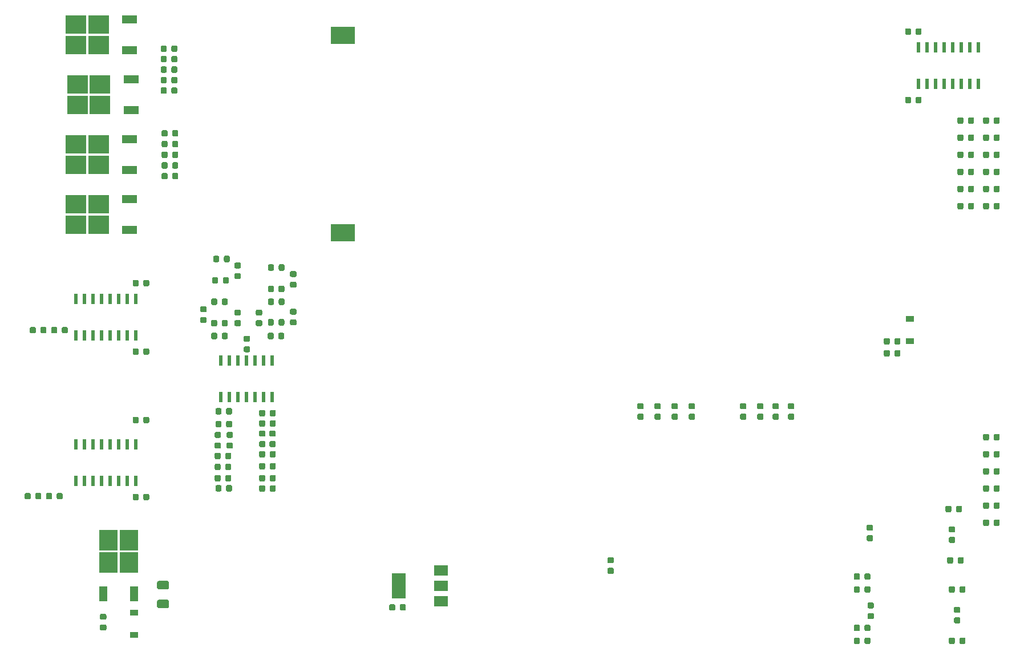
<source format=gbr>
G04 #@! TF.GenerationSoftware,KiCad,Pcbnew,(5.0.2)-1*
G04 #@! TF.CreationDate,2019-03-31T18:50:53-04:00*
G04 #@! TF.ProjectId,SolarCarECU,536f6c61-7243-4617-9245-43552e6b6963,rev?*
G04 #@! TF.SameCoordinates,Original*
G04 #@! TF.FileFunction,Paste,Top*
G04 #@! TF.FilePolarity,Positive*
%FSLAX46Y46*%
G04 Gerber Fmt 4.6, Leading zero omitted, Abs format (unit mm)*
G04 Created by KiCad (PCBNEW (5.0.2)-1) date 3/31/2019 6:50:53 PM*
%MOMM*%
%LPD*%
G01*
G04 APERTURE LIST*
%ADD10C,0.100000*%
%ADD11C,0.875000*%
%ADD12C,1.250000*%
%ADD13R,0.600000X1.500000*%
%ADD14R,3.600000X2.600000*%
%ADD15R,1.200000X2.200000*%
%ADD16R,2.750000X3.050000*%
%ADD17R,2.000000X3.800000*%
%ADD18R,2.000000X1.500000*%
%ADD19R,3.050000X2.750000*%
%ADD20R,2.200000X1.200000*%
%ADD21R,1.200000X0.900000*%
G04 APERTURE END LIST*
D10*
G04 #@! TO.C,C41*
G36*
X205763691Y-105456053D02*
X205784926Y-105459203D01*
X205805750Y-105464419D01*
X205825962Y-105471651D01*
X205845368Y-105480830D01*
X205863781Y-105491866D01*
X205881024Y-105504654D01*
X205896930Y-105519070D01*
X205911346Y-105534976D01*
X205924134Y-105552219D01*
X205935170Y-105570632D01*
X205944349Y-105590038D01*
X205951581Y-105610250D01*
X205956797Y-105631074D01*
X205959947Y-105652309D01*
X205961000Y-105673750D01*
X205961000Y-106111250D01*
X205959947Y-106132691D01*
X205956797Y-106153926D01*
X205951581Y-106174750D01*
X205944349Y-106194962D01*
X205935170Y-106214368D01*
X205924134Y-106232781D01*
X205911346Y-106250024D01*
X205896930Y-106265930D01*
X205881024Y-106280346D01*
X205863781Y-106293134D01*
X205845368Y-106304170D01*
X205825962Y-106313349D01*
X205805750Y-106320581D01*
X205784926Y-106325797D01*
X205763691Y-106328947D01*
X205742250Y-106330000D01*
X205229750Y-106330000D01*
X205208309Y-106328947D01*
X205187074Y-106325797D01*
X205166250Y-106320581D01*
X205146038Y-106313349D01*
X205126632Y-106304170D01*
X205108219Y-106293134D01*
X205090976Y-106280346D01*
X205075070Y-106265930D01*
X205060654Y-106250024D01*
X205047866Y-106232781D01*
X205036830Y-106214368D01*
X205027651Y-106194962D01*
X205020419Y-106174750D01*
X205015203Y-106153926D01*
X205012053Y-106132691D01*
X205011000Y-106111250D01*
X205011000Y-105673750D01*
X205012053Y-105652309D01*
X205015203Y-105631074D01*
X205020419Y-105610250D01*
X205027651Y-105590038D01*
X205036830Y-105570632D01*
X205047866Y-105552219D01*
X205060654Y-105534976D01*
X205075070Y-105519070D01*
X205090976Y-105504654D01*
X205108219Y-105491866D01*
X205126632Y-105480830D01*
X205146038Y-105471651D01*
X205166250Y-105464419D01*
X205187074Y-105459203D01*
X205208309Y-105456053D01*
X205229750Y-105455000D01*
X205742250Y-105455000D01*
X205763691Y-105456053D01*
X205763691Y-105456053D01*
G37*
D11*
X205486000Y-105892500D03*
D10*
G36*
X205763691Y-107031053D02*
X205784926Y-107034203D01*
X205805750Y-107039419D01*
X205825962Y-107046651D01*
X205845368Y-107055830D01*
X205863781Y-107066866D01*
X205881024Y-107079654D01*
X205896930Y-107094070D01*
X205911346Y-107109976D01*
X205924134Y-107127219D01*
X205935170Y-107145632D01*
X205944349Y-107165038D01*
X205951581Y-107185250D01*
X205956797Y-107206074D01*
X205959947Y-107227309D01*
X205961000Y-107248750D01*
X205961000Y-107686250D01*
X205959947Y-107707691D01*
X205956797Y-107728926D01*
X205951581Y-107749750D01*
X205944349Y-107769962D01*
X205935170Y-107789368D01*
X205924134Y-107807781D01*
X205911346Y-107825024D01*
X205896930Y-107840930D01*
X205881024Y-107855346D01*
X205863781Y-107868134D01*
X205845368Y-107879170D01*
X205825962Y-107888349D01*
X205805750Y-107895581D01*
X205784926Y-107900797D01*
X205763691Y-107903947D01*
X205742250Y-107905000D01*
X205229750Y-107905000D01*
X205208309Y-107903947D01*
X205187074Y-107900797D01*
X205166250Y-107895581D01*
X205146038Y-107888349D01*
X205126632Y-107879170D01*
X205108219Y-107868134D01*
X205090976Y-107855346D01*
X205075070Y-107840930D01*
X205060654Y-107825024D01*
X205047866Y-107807781D01*
X205036830Y-107789368D01*
X205027651Y-107769962D01*
X205020419Y-107749750D01*
X205015203Y-107728926D01*
X205012053Y-107707691D01*
X205011000Y-107686250D01*
X205011000Y-107248750D01*
X205012053Y-107227309D01*
X205015203Y-107206074D01*
X205020419Y-107185250D01*
X205027651Y-107165038D01*
X205036830Y-107145632D01*
X205047866Y-107127219D01*
X205060654Y-107109976D01*
X205075070Y-107094070D01*
X205090976Y-107079654D01*
X205108219Y-107066866D01*
X205126632Y-107055830D01*
X205146038Y-107046651D01*
X205166250Y-107039419D01*
X205187074Y-107034203D01*
X205208309Y-107031053D01*
X205229750Y-107030000D01*
X205742250Y-107030000D01*
X205763691Y-107031053D01*
X205763691Y-107031053D01*
G37*
D11*
X205486000Y-107467500D03*
G04 #@! TD*
D10*
G04 #@! TO.C,R58*
G36*
X236942691Y-75726053D02*
X236963926Y-75729203D01*
X236984750Y-75734419D01*
X237004962Y-75741651D01*
X237024368Y-75750830D01*
X237042781Y-75761866D01*
X237060024Y-75774654D01*
X237075930Y-75789070D01*
X237090346Y-75804976D01*
X237103134Y-75822219D01*
X237114170Y-75840632D01*
X237123349Y-75860038D01*
X237130581Y-75880250D01*
X237135797Y-75901074D01*
X237138947Y-75922309D01*
X237140000Y-75943750D01*
X237140000Y-76456250D01*
X237138947Y-76477691D01*
X237135797Y-76498926D01*
X237130581Y-76519750D01*
X237123349Y-76539962D01*
X237114170Y-76559368D01*
X237103134Y-76577781D01*
X237090346Y-76595024D01*
X237075930Y-76610930D01*
X237060024Y-76625346D01*
X237042781Y-76638134D01*
X237024368Y-76649170D01*
X237004962Y-76658349D01*
X236984750Y-76665581D01*
X236963926Y-76670797D01*
X236942691Y-76673947D01*
X236921250Y-76675000D01*
X236483750Y-76675000D01*
X236462309Y-76673947D01*
X236441074Y-76670797D01*
X236420250Y-76665581D01*
X236400038Y-76658349D01*
X236380632Y-76649170D01*
X236362219Y-76638134D01*
X236344976Y-76625346D01*
X236329070Y-76610930D01*
X236314654Y-76595024D01*
X236301866Y-76577781D01*
X236290830Y-76559368D01*
X236281651Y-76539962D01*
X236274419Y-76519750D01*
X236269203Y-76498926D01*
X236266053Y-76477691D01*
X236265000Y-76456250D01*
X236265000Y-75943750D01*
X236266053Y-75922309D01*
X236269203Y-75901074D01*
X236274419Y-75880250D01*
X236281651Y-75860038D01*
X236290830Y-75840632D01*
X236301866Y-75822219D01*
X236314654Y-75804976D01*
X236329070Y-75789070D01*
X236344976Y-75774654D01*
X236362219Y-75761866D01*
X236380632Y-75750830D01*
X236400038Y-75741651D01*
X236420250Y-75734419D01*
X236441074Y-75729203D01*
X236462309Y-75726053D01*
X236483750Y-75725000D01*
X236921250Y-75725000D01*
X236942691Y-75726053D01*
X236942691Y-75726053D01*
G37*
D11*
X236702500Y-76200000D03*
D10*
G36*
X238517691Y-75726053D02*
X238538926Y-75729203D01*
X238559750Y-75734419D01*
X238579962Y-75741651D01*
X238599368Y-75750830D01*
X238617781Y-75761866D01*
X238635024Y-75774654D01*
X238650930Y-75789070D01*
X238665346Y-75804976D01*
X238678134Y-75822219D01*
X238689170Y-75840632D01*
X238698349Y-75860038D01*
X238705581Y-75880250D01*
X238710797Y-75901074D01*
X238713947Y-75922309D01*
X238715000Y-75943750D01*
X238715000Y-76456250D01*
X238713947Y-76477691D01*
X238710797Y-76498926D01*
X238705581Y-76519750D01*
X238698349Y-76539962D01*
X238689170Y-76559368D01*
X238678134Y-76577781D01*
X238665346Y-76595024D01*
X238650930Y-76610930D01*
X238635024Y-76625346D01*
X238617781Y-76638134D01*
X238599368Y-76649170D01*
X238579962Y-76658349D01*
X238559750Y-76665581D01*
X238538926Y-76670797D01*
X238517691Y-76673947D01*
X238496250Y-76675000D01*
X238058750Y-76675000D01*
X238037309Y-76673947D01*
X238016074Y-76670797D01*
X237995250Y-76665581D01*
X237975038Y-76658349D01*
X237955632Y-76649170D01*
X237937219Y-76638134D01*
X237919976Y-76625346D01*
X237904070Y-76610930D01*
X237889654Y-76595024D01*
X237876866Y-76577781D01*
X237865830Y-76559368D01*
X237856651Y-76539962D01*
X237849419Y-76519750D01*
X237844203Y-76498926D01*
X237841053Y-76477691D01*
X237840000Y-76456250D01*
X237840000Y-75943750D01*
X237841053Y-75922309D01*
X237844203Y-75901074D01*
X237849419Y-75880250D01*
X237856651Y-75860038D01*
X237865830Y-75840632D01*
X237876866Y-75822219D01*
X237889654Y-75804976D01*
X237904070Y-75789070D01*
X237919976Y-75774654D01*
X237937219Y-75761866D01*
X237955632Y-75750830D01*
X237975038Y-75741651D01*
X237995250Y-75734419D01*
X238016074Y-75729203D01*
X238037309Y-75726053D01*
X238058750Y-75725000D01*
X238496250Y-75725000D01*
X238517691Y-75726053D01*
X238517691Y-75726053D01*
G37*
D11*
X238277500Y-76200000D03*
G04 #@! TD*
D10*
G04 #@! TO.C,R59*
G36*
X234707691Y-75726053D02*
X234728926Y-75729203D01*
X234749750Y-75734419D01*
X234769962Y-75741651D01*
X234789368Y-75750830D01*
X234807781Y-75761866D01*
X234825024Y-75774654D01*
X234840930Y-75789070D01*
X234855346Y-75804976D01*
X234868134Y-75822219D01*
X234879170Y-75840632D01*
X234888349Y-75860038D01*
X234895581Y-75880250D01*
X234900797Y-75901074D01*
X234903947Y-75922309D01*
X234905000Y-75943750D01*
X234905000Y-76456250D01*
X234903947Y-76477691D01*
X234900797Y-76498926D01*
X234895581Y-76519750D01*
X234888349Y-76539962D01*
X234879170Y-76559368D01*
X234868134Y-76577781D01*
X234855346Y-76595024D01*
X234840930Y-76610930D01*
X234825024Y-76625346D01*
X234807781Y-76638134D01*
X234789368Y-76649170D01*
X234769962Y-76658349D01*
X234749750Y-76665581D01*
X234728926Y-76670797D01*
X234707691Y-76673947D01*
X234686250Y-76675000D01*
X234248750Y-76675000D01*
X234227309Y-76673947D01*
X234206074Y-76670797D01*
X234185250Y-76665581D01*
X234165038Y-76658349D01*
X234145632Y-76649170D01*
X234127219Y-76638134D01*
X234109976Y-76625346D01*
X234094070Y-76610930D01*
X234079654Y-76595024D01*
X234066866Y-76577781D01*
X234055830Y-76559368D01*
X234046651Y-76539962D01*
X234039419Y-76519750D01*
X234034203Y-76498926D01*
X234031053Y-76477691D01*
X234030000Y-76456250D01*
X234030000Y-75943750D01*
X234031053Y-75922309D01*
X234034203Y-75901074D01*
X234039419Y-75880250D01*
X234046651Y-75860038D01*
X234055830Y-75840632D01*
X234066866Y-75822219D01*
X234079654Y-75804976D01*
X234094070Y-75789070D01*
X234109976Y-75774654D01*
X234127219Y-75761866D01*
X234145632Y-75750830D01*
X234165038Y-75741651D01*
X234185250Y-75734419D01*
X234206074Y-75729203D01*
X234227309Y-75726053D01*
X234248750Y-75725000D01*
X234686250Y-75725000D01*
X234707691Y-75726053D01*
X234707691Y-75726053D01*
G37*
D11*
X234467500Y-76200000D03*
D10*
G36*
X233132691Y-75726053D02*
X233153926Y-75729203D01*
X233174750Y-75734419D01*
X233194962Y-75741651D01*
X233214368Y-75750830D01*
X233232781Y-75761866D01*
X233250024Y-75774654D01*
X233265930Y-75789070D01*
X233280346Y-75804976D01*
X233293134Y-75822219D01*
X233304170Y-75840632D01*
X233313349Y-75860038D01*
X233320581Y-75880250D01*
X233325797Y-75901074D01*
X233328947Y-75922309D01*
X233330000Y-75943750D01*
X233330000Y-76456250D01*
X233328947Y-76477691D01*
X233325797Y-76498926D01*
X233320581Y-76519750D01*
X233313349Y-76539962D01*
X233304170Y-76559368D01*
X233293134Y-76577781D01*
X233280346Y-76595024D01*
X233265930Y-76610930D01*
X233250024Y-76625346D01*
X233232781Y-76638134D01*
X233214368Y-76649170D01*
X233194962Y-76658349D01*
X233174750Y-76665581D01*
X233153926Y-76670797D01*
X233132691Y-76673947D01*
X233111250Y-76675000D01*
X232673750Y-76675000D01*
X232652309Y-76673947D01*
X232631074Y-76670797D01*
X232610250Y-76665581D01*
X232590038Y-76658349D01*
X232570632Y-76649170D01*
X232552219Y-76638134D01*
X232534976Y-76625346D01*
X232519070Y-76610930D01*
X232504654Y-76595024D01*
X232491866Y-76577781D01*
X232480830Y-76559368D01*
X232471651Y-76539962D01*
X232464419Y-76519750D01*
X232459203Y-76498926D01*
X232456053Y-76477691D01*
X232455000Y-76456250D01*
X232455000Y-75943750D01*
X232456053Y-75922309D01*
X232459203Y-75901074D01*
X232464419Y-75880250D01*
X232471651Y-75860038D01*
X232480830Y-75840632D01*
X232491866Y-75822219D01*
X232504654Y-75804976D01*
X232519070Y-75789070D01*
X232534976Y-75774654D01*
X232552219Y-75761866D01*
X232570632Y-75750830D01*
X232590038Y-75741651D01*
X232610250Y-75734419D01*
X232631074Y-75729203D01*
X232652309Y-75726053D01*
X232673750Y-75725000D01*
X233111250Y-75725000D01*
X233132691Y-75726053D01*
X233132691Y-75726053D01*
G37*
D11*
X232892500Y-76200000D03*
G04 #@! TD*
D10*
G04 #@! TO.C,R43*
G36*
X115203504Y-134634204D02*
X115227773Y-134637804D01*
X115251571Y-134643765D01*
X115274671Y-134652030D01*
X115296849Y-134662520D01*
X115317893Y-134675133D01*
X115337598Y-134689747D01*
X115355777Y-134706223D01*
X115372253Y-134724402D01*
X115386867Y-134744107D01*
X115399480Y-134765151D01*
X115409970Y-134787329D01*
X115418235Y-134810429D01*
X115424196Y-134834227D01*
X115427796Y-134858496D01*
X115429000Y-134883000D01*
X115429000Y-135633000D01*
X115427796Y-135657504D01*
X115424196Y-135681773D01*
X115418235Y-135705571D01*
X115409970Y-135728671D01*
X115399480Y-135750849D01*
X115386867Y-135771893D01*
X115372253Y-135791598D01*
X115355777Y-135809777D01*
X115337598Y-135826253D01*
X115317893Y-135840867D01*
X115296849Y-135853480D01*
X115274671Y-135863970D01*
X115251571Y-135872235D01*
X115227773Y-135878196D01*
X115203504Y-135881796D01*
X115179000Y-135883000D01*
X113929000Y-135883000D01*
X113904496Y-135881796D01*
X113880227Y-135878196D01*
X113856429Y-135872235D01*
X113833329Y-135863970D01*
X113811151Y-135853480D01*
X113790107Y-135840867D01*
X113770402Y-135826253D01*
X113752223Y-135809777D01*
X113735747Y-135791598D01*
X113721133Y-135771893D01*
X113708520Y-135750849D01*
X113698030Y-135728671D01*
X113689765Y-135705571D01*
X113683804Y-135681773D01*
X113680204Y-135657504D01*
X113679000Y-135633000D01*
X113679000Y-134883000D01*
X113680204Y-134858496D01*
X113683804Y-134834227D01*
X113689765Y-134810429D01*
X113698030Y-134787329D01*
X113708520Y-134765151D01*
X113721133Y-134744107D01*
X113735747Y-134724402D01*
X113752223Y-134706223D01*
X113770402Y-134689747D01*
X113790107Y-134675133D01*
X113811151Y-134662520D01*
X113833329Y-134652030D01*
X113856429Y-134643765D01*
X113880227Y-134637804D01*
X113904496Y-134634204D01*
X113929000Y-134633000D01*
X115179000Y-134633000D01*
X115203504Y-134634204D01*
X115203504Y-134634204D01*
G37*
D12*
X114554000Y-135258000D03*
D10*
G36*
X115203504Y-131834204D02*
X115227773Y-131837804D01*
X115251571Y-131843765D01*
X115274671Y-131852030D01*
X115296849Y-131862520D01*
X115317893Y-131875133D01*
X115337598Y-131889747D01*
X115355777Y-131906223D01*
X115372253Y-131924402D01*
X115386867Y-131944107D01*
X115399480Y-131965151D01*
X115409970Y-131987329D01*
X115418235Y-132010429D01*
X115424196Y-132034227D01*
X115427796Y-132058496D01*
X115429000Y-132083000D01*
X115429000Y-132833000D01*
X115427796Y-132857504D01*
X115424196Y-132881773D01*
X115418235Y-132905571D01*
X115409970Y-132928671D01*
X115399480Y-132950849D01*
X115386867Y-132971893D01*
X115372253Y-132991598D01*
X115355777Y-133009777D01*
X115337598Y-133026253D01*
X115317893Y-133040867D01*
X115296849Y-133053480D01*
X115274671Y-133063970D01*
X115251571Y-133072235D01*
X115227773Y-133078196D01*
X115203504Y-133081796D01*
X115179000Y-133083000D01*
X113929000Y-133083000D01*
X113904496Y-133081796D01*
X113880227Y-133078196D01*
X113856429Y-133072235D01*
X113833329Y-133063970D01*
X113811151Y-133053480D01*
X113790107Y-133040867D01*
X113770402Y-133026253D01*
X113752223Y-133009777D01*
X113735747Y-132991598D01*
X113721133Y-132971893D01*
X113708520Y-132950849D01*
X113698030Y-132928671D01*
X113689765Y-132905571D01*
X113683804Y-132881773D01*
X113680204Y-132857504D01*
X113679000Y-132833000D01*
X113679000Y-132083000D01*
X113680204Y-132058496D01*
X113683804Y-132034227D01*
X113689765Y-132010429D01*
X113698030Y-131987329D01*
X113708520Y-131965151D01*
X113721133Y-131944107D01*
X113735747Y-131924402D01*
X113752223Y-131906223D01*
X113770402Y-131889747D01*
X113790107Y-131875133D01*
X113811151Y-131862520D01*
X113833329Y-131852030D01*
X113856429Y-131843765D01*
X113880227Y-131837804D01*
X113904496Y-131834204D01*
X113929000Y-131833000D01*
X115179000Y-131833000D01*
X115203504Y-131834204D01*
X115203504Y-131834204D01*
G37*
D12*
X114554000Y-132458000D03*
G04 #@! TD*
D10*
G04 #@! TO.C,R53*
G36*
X223785691Y-97570053D02*
X223806926Y-97573203D01*
X223827750Y-97578419D01*
X223847962Y-97585651D01*
X223867368Y-97594830D01*
X223885781Y-97605866D01*
X223903024Y-97618654D01*
X223918930Y-97633070D01*
X223933346Y-97648976D01*
X223946134Y-97666219D01*
X223957170Y-97684632D01*
X223966349Y-97704038D01*
X223973581Y-97724250D01*
X223978797Y-97745074D01*
X223981947Y-97766309D01*
X223983000Y-97787750D01*
X223983000Y-98300250D01*
X223981947Y-98321691D01*
X223978797Y-98342926D01*
X223973581Y-98363750D01*
X223966349Y-98383962D01*
X223957170Y-98403368D01*
X223946134Y-98421781D01*
X223933346Y-98439024D01*
X223918930Y-98454930D01*
X223903024Y-98469346D01*
X223885781Y-98482134D01*
X223867368Y-98493170D01*
X223847962Y-98502349D01*
X223827750Y-98509581D01*
X223806926Y-98514797D01*
X223785691Y-98517947D01*
X223764250Y-98519000D01*
X223326750Y-98519000D01*
X223305309Y-98517947D01*
X223284074Y-98514797D01*
X223263250Y-98509581D01*
X223243038Y-98502349D01*
X223223632Y-98493170D01*
X223205219Y-98482134D01*
X223187976Y-98469346D01*
X223172070Y-98454930D01*
X223157654Y-98439024D01*
X223144866Y-98421781D01*
X223133830Y-98403368D01*
X223124651Y-98383962D01*
X223117419Y-98363750D01*
X223112203Y-98342926D01*
X223109053Y-98321691D01*
X223108000Y-98300250D01*
X223108000Y-97787750D01*
X223109053Y-97766309D01*
X223112203Y-97745074D01*
X223117419Y-97724250D01*
X223124651Y-97704038D01*
X223133830Y-97684632D01*
X223144866Y-97666219D01*
X223157654Y-97648976D01*
X223172070Y-97633070D01*
X223187976Y-97618654D01*
X223205219Y-97605866D01*
X223223632Y-97594830D01*
X223243038Y-97585651D01*
X223263250Y-97578419D01*
X223284074Y-97573203D01*
X223305309Y-97570053D01*
X223326750Y-97569000D01*
X223764250Y-97569000D01*
X223785691Y-97570053D01*
X223785691Y-97570053D01*
G37*
D11*
X223545500Y-98044000D03*
D10*
G36*
X222210691Y-97570053D02*
X222231926Y-97573203D01*
X222252750Y-97578419D01*
X222272962Y-97585651D01*
X222292368Y-97594830D01*
X222310781Y-97605866D01*
X222328024Y-97618654D01*
X222343930Y-97633070D01*
X222358346Y-97648976D01*
X222371134Y-97666219D01*
X222382170Y-97684632D01*
X222391349Y-97704038D01*
X222398581Y-97724250D01*
X222403797Y-97745074D01*
X222406947Y-97766309D01*
X222408000Y-97787750D01*
X222408000Y-98300250D01*
X222406947Y-98321691D01*
X222403797Y-98342926D01*
X222398581Y-98363750D01*
X222391349Y-98383962D01*
X222382170Y-98403368D01*
X222371134Y-98421781D01*
X222358346Y-98439024D01*
X222343930Y-98454930D01*
X222328024Y-98469346D01*
X222310781Y-98482134D01*
X222292368Y-98493170D01*
X222272962Y-98502349D01*
X222252750Y-98509581D01*
X222231926Y-98514797D01*
X222210691Y-98517947D01*
X222189250Y-98519000D01*
X221751750Y-98519000D01*
X221730309Y-98517947D01*
X221709074Y-98514797D01*
X221688250Y-98509581D01*
X221668038Y-98502349D01*
X221648632Y-98493170D01*
X221630219Y-98482134D01*
X221612976Y-98469346D01*
X221597070Y-98454930D01*
X221582654Y-98439024D01*
X221569866Y-98421781D01*
X221558830Y-98403368D01*
X221549651Y-98383962D01*
X221542419Y-98363750D01*
X221537203Y-98342926D01*
X221534053Y-98321691D01*
X221533000Y-98300250D01*
X221533000Y-97787750D01*
X221534053Y-97766309D01*
X221537203Y-97745074D01*
X221542419Y-97724250D01*
X221549651Y-97704038D01*
X221558830Y-97684632D01*
X221569866Y-97666219D01*
X221582654Y-97648976D01*
X221597070Y-97633070D01*
X221612976Y-97618654D01*
X221630219Y-97605866D01*
X221648632Y-97594830D01*
X221668038Y-97585651D01*
X221688250Y-97578419D01*
X221709074Y-97573203D01*
X221730309Y-97570053D01*
X221751750Y-97569000D01*
X222189250Y-97569000D01*
X222210691Y-97570053D01*
X222210691Y-97570053D01*
G37*
D11*
X221970500Y-98044000D03*
G04 #@! TD*
D10*
G04 #@! TO.C,C39*
G36*
X208049691Y-107031053D02*
X208070926Y-107034203D01*
X208091750Y-107039419D01*
X208111962Y-107046651D01*
X208131368Y-107055830D01*
X208149781Y-107066866D01*
X208167024Y-107079654D01*
X208182930Y-107094070D01*
X208197346Y-107109976D01*
X208210134Y-107127219D01*
X208221170Y-107145632D01*
X208230349Y-107165038D01*
X208237581Y-107185250D01*
X208242797Y-107206074D01*
X208245947Y-107227309D01*
X208247000Y-107248750D01*
X208247000Y-107686250D01*
X208245947Y-107707691D01*
X208242797Y-107728926D01*
X208237581Y-107749750D01*
X208230349Y-107769962D01*
X208221170Y-107789368D01*
X208210134Y-107807781D01*
X208197346Y-107825024D01*
X208182930Y-107840930D01*
X208167024Y-107855346D01*
X208149781Y-107868134D01*
X208131368Y-107879170D01*
X208111962Y-107888349D01*
X208091750Y-107895581D01*
X208070926Y-107900797D01*
X208049691Y-107903947D01*
X208028250Y-107905000D01*
X207515750Y-107905000D01*
X207494309Y-107903947D01*
X207473074Y-107900797D01*
X207452250Y-107895581D01*
X207432038Y-107888349D01*
X207412632Y-107879170D01*
X207394219Y-107868134D01*
X207376976Y-107855346D01*
X207361070Y-107840930D01*
X207346654Y-107825024D01*
X207333866Y-107807781D01*
X207322830Y-107789368D01*
X207313651Y-107769962D01*
X207306419Y-107749750D01*
X207301203Y-107728926D01*
X207298053Y-107707691D01*
X207297000Y-107686250D01*
X207297000Y-107248750D01*
X207298053Y-107227309D01*
X207301203Y-107206074D01*
X207306419Y-107185250D01*
X207313651Y-107165038D01*
X207322830Y-107145632D01*
X207333866Y-107127219D01*
X207346654Y-107109976D01*
X207361070Y-107094070D01*
X207376976Y-107079654D01*
X207394219Y-107066866D01*
X207412632Y-107055830D01*
X207432038Y-107046651D01*
X207452250Y-107039419D01*
X207473074Y-107034203D01*
X207494309Y-107031053D01*
X207515750Y-107030000D01*
X208028250Y-107030000D01*
X208049691Y-107031053D01*
X208049691Y-107031053D01*
G37*
D11*
X207772000Y-107467500D03*
D10*
G36*
X208049691Y-105456053D02*
X208070926Y-105459203D01*
X208091750Y-105464419D01*
X208111962Y-105471651D01*
X208131368Y-105480830D01*
X208149781Y-105491866D01*
X208167024Y-105504654D01*
X208182930Y-105519070D01*
X208197346Y-105534976D01*
X208210134Y-105552219D01*
X208221170Y-105570632D01*
X208230349Y-105590038D01*
X208237581Y-105610250D01*
X208242797Y-105631074D01*
X208245947Y-105652309D01*
X208247000Y-105673750D01*
X208247000Y-106111250D01*
X208245947Y-106132691D01*
X208242797Y-106153926D01*
X208237581Y-106174750D01*
X208230349Y-106194962D01*
X208221170Y-106214368D01*
X208210134Y-106232781D01*
X208197346Y-106250024D01*
X208182930Y-106265930D01*
X208167024Y-106280346D01*
X208149781Y-106293134D01*
X208131368Y-106304170D01*
X208111962Y-106313349D01*
X208091750Y-106320581D01*
X208070926Y-106325797D01*
X208049691Y-106328947D01*
X208028250Y-106330000D01*
X207515750Y-106330000D01*
X207494309Y-106328947D01*
X207473074Y-106325797D01*
X207452250Y-106320581D01*
X207432038Y-106313349D01*
X207412632Y-106304170D01*
X207394219Y-106293134D01*
X207376976Y-106280346D01*
X207361070Y-106265930D01*
X207346654Y-106250024D01*
X207333866Y-106232781D01*
X207322830Y-106214368D01*
X207313651Y-106194962D01*
X207306419Y-106174750D01*
X207301203Y-106153926D01*
X207298053Y-106132691D01*
X207297000Y-106111250D01*
X207297000Y-105673750D01*
X207298053Y-105652309D01*
X207301203Y-105631074D01*
X207306419Y-105610250D01*
X207313651Y-105590038D01*
X207322830Y-105570632D01*
X207333866Y-105552219D01*
X207346654Y-105534976D01*
X207361070Y-105519070D01*
X207376976Y-105504654D01*
X207394219Y-105491866D01*
X207412632Y-105480830D01*
X207432038Y-105471651D01*
X207452250Y-105464419D01*
X207473074Y-105459203D01*
X207494309Y-105456053D01*
X207515750Y-105455000D01*
X208028250Y-105455000D01*
X208049691Y-105456053D01*
X208049691Y-105456053D01*
G37*
D11*
X207772000Y-105892500D03*
G04 #@! TD*
D10*
G04 #@! TO.C,R38*
G36*
X131075691Y-106460053D02*
X131096926Y-106463203D01*
X131117750Y-106468419D01*
X131137962Y-106475651D01*
X131157368Y-106484830D01*
X131175781Y-106495866D01*
X131193024Y-106508654D01*
X131208930Y-106523070D01*
X131223346Y-106538976D01*
X131236134Y-106556219D01*
X131247170Y-106574632D01*
X131256349Y-106594038D01*
X131263581Y-106614250D01*
X131268797Y-106635074D01*
X131271947Y-106656309D01*
X131273000Y-106677750D01*
X131273000Y-107190250D01*
X131271947Y-107211691D01*
X131268797Y-107232926D01*
X131263581Y-107253750D01*
X131256349Y-107273962D01*
X131247170Y-107293368D01*
X131236134Y-107311781D01*
X131223346Y-107329024D01*
X131208930Y-107344930D01*
X131193024Y-107359346D01*
X131175781Y-107372134D01*
X131157368Y-107383170D01*
X131137962Y-107392349D01*
X131117750Y-107399581D01*
X131096926Y-107404797D01*
X131075691Y-107407947D01*
X131054250Y-107409000D01*
X130616750Y-107409000D01*
X130595309Y-107407947D01*
X130574074Y-107404797D01*
X130553250Y-107399581D01*
X130533038Y-107392349D01*
X130513632Y-107383170D01*
X130495219Y-107372134D01*
X130477976Y-107359346D01*
X130462070Y-107344930D01*
X130447654Y-107329024D01*
X130434866Y-107311781D01*
X130423830Y-107293368D01*
X130414651Y-107273962D01*
X130407419Y-107253750D01*
X130402203Y-107232926D01*
X130399053Y-107211691D01*
X130398000Y-107190250D01*
X130398000Y-106677750D01*
X130399053Y-106656309D01*
X130402203Y-106635074D01*
X130407419Y-106614250D01*
X130414651Y-106594038D01*
X130423830Y-106574632D01*
X130434866Y-106556219D01*
X130447654Y-106538976D01*
X130462070Y-106523070D01*
X130477976Y-106508654D01*
X130495219Y-106495866D01*
X130513632Y-106484830D01*
X130533038Y-106475651D01*
X130553250Y-106468419D01*
X130574074Y-106463203D01*
X130595309Y-106460053D01*
X130616750Y-106459000D01*
X131054250Y-106459000D01*
X131075691Y-106460053D01*
X131075691Y-106460053D01*
G37*
D11*
X130835500Y-106934000D03*
D10*
G36*
X129500691Y-106460053D02*
X129521926Y-106463203D01*
X129542750Y-106468419D01*
X129562962Y-106475651D01*
X129582368Y-106484830D01*
X129600781Y-106495866D01*
X129618024Y-106508654D01*
X129633930Y-106523070D01*
X129648346Y-106538976D01*
X129661134Y-106556219D01*
X129672170Y-106574632D01*
X129681349Y-106594038D01*
X129688581Y-106614250D01*
X129693797Y-106635074D01*
X129696947Y-106656309D01*
X129698000Y-106677750D01*
X129698000Y-107190250D01*
X129696947Y-107211691D01*
X129693797Y-107232926D01*
X129688581Y-107253750D01*
X129681349Y-107273962D01*
X129672170Y-107293368D01*
X129661134Y-107311781D01*
X129648346Y-107329024D01*
X129633930Y-107344930D01*
X129618024Y-107359346D01*
X129600781Y-107372134D01*
X129582368Y-107383170D01*
X129562962Y-107392349D01*
X129542750Y-107399581D01*
X129521926Y-107404797D01*
X129500691Y-107407947D01*
X129479250Y-107409000D01*
X129041750Y-107409000D01*
X129020309Y-107407947D01*
X128999074Y-107404797D01*
X128978250Y-107399581D01*
X128958038Y-107392349D01*
X128938632Y-107383170D01*
X128920219Y-107372134D01*
X128902976Y-107359346D01*
X128887070Y-107344930D01*
X128872654Y-107329024D01*
X128859866Y-107311781D01*
X128848830Y-107293368D01*
X128839651Y-107273962D01*
X128832419Y-107253750D01*
X128827203Y-107232926D01*
X128824053Y-107211691D01*
X128823000Y-107190250D01*
X128823000Y-106677750D01*
X128824053Y-106656309D01*
X128827203Y-106635074D01*
X128832419Y-106614250D01*
X128839651Y-106594038D01*
X128848830Y-106574632D01*
X128859866Y-106556219D01*
X128872654Y-106538976D01*
X128887070Y-106523070D01*
X128902976Y-106508654D01*
X128920219Y-106495866D01*
X128938632Y-106484830D01*
X128958038Y-106475651D01*
X128978250Y-106468419D01*
X128999074Y-106463203D01*
X129020309Y-106460053D01*
X129041750Y-106459000D01*
X129479250Y-106459000D01*
X129500691Y-106460053D01*
X129500691Y-106460053D01*
G37*
D11*
X129260500Y-106934000D03*
G04 #@! TD*
D10*
G04 #@! TO.C,C28*
G36*
X124737691Y-109726192D02*
X124758926Y-109729342D01*
X124779750Y-109734558D01*
X124799962Y-109741790D01*
X124819368Y-109750969D01*
X124837781Y-109762005D01*
X124855024Y-109774793D01*
X124870930Y-109789209D01*
X124885346Y-109805115D01*
X124898134Y-109822358D01*
X124909170Y-109840771D01*
X124918349Y-109860177D01*
X124925581Y-109880389D01*
X124930797Y-109901213D01*
X124933947Y-109922448D01*
X124935000Y-109943889D01*
X124935000Y-110381389D01*
X124933947Y-110402830D01*
X124930797Y-110424065D01*
X124925581Y-110444889D01*
X124918349Y-110465101D01*
X124909170Y-110484507D01*
X124898134Y-110502920D01*
X124885346Y-110520163D01*
X124870930Y-110536069D01*
X124855024Y-110550485D01*
X124837781Y-110563273D01*
X124819368Y-110574309D01*
X124799962Y-110583488D01*
X124779750Y-110590720D01*
X124758926Y-110595936D01*
X124737691Y-110599086D01*
X124716250Y-110600139D01*
X124203750Y-110600139D01*
X124182309Y-110599086D01*
X124161074Y-110595936D01*
X124140250Y-110590720D01*
X124120038Y-110583488D01*
X124100632Y-110574309D01*
X124082219Y-110563273D01*
X124064976Y-110550485D01*
X124049070Y-110536069D01*
X124034654Y-110520163D01*
X124021866Y-110502920D01*
X124010830Y-110484507D01*
X124001651Y-110465101D01*
X123994419Y-110444889D01*
X123989203Y-110424065D01*
X123986053Y-110402830D01*
X123985000Y-110381389D01*
X123985000Y-109943889D01*
X123986053Y-109922448D01*
X123989203Y-109901213D01*
X123994419Y-109880389D01*
X124001651Y-109860177D01*
X124010830Y-109840771D01*
X124021866Y-109822358D01*
X124034654Y-109805115D01*
X124049070Y-109789209D01*
X124064976Y-109774793D01*
X124082219Y-109762005D01*
X124100632Y-109750969D01*
X124120038Y-109741790D01*
X124140250Y-109734558D01*
X124161074Y-109729342D01*
X124182309Y-109726192D01*
X124203750Y-109725139D01*
X124716250Y-109725139D01*
X124737691Y-109726192D01*
X124737691Y-109726192D01*
G37*
D11*
X124460000Y-110162639D03*
D10*
G36*
X124737691Y-111301192D02*
X124758926Y-111304342D01*
X124779750Y-111309558D01*
X124799962Y-111316790D01*
X124819368Y-111325969D01*
X124837781Y-111337005D01*
X124855024Y-111349793D01*
X124870930Y-111364209D01*
X124885346Y-111380115D01*
X124898134Y-111397358D01*
X124909170Y-111415771D01*
X124918349Y-111435177D01*
X124925581Y-111455389D01*
X124930797Y-111476213D01*
X124933947Y-111497448D01*
X124935000Y-111518889D01*
X124935000Y-111956389D01*
X124933947Y-111977830D01*
X124930797Y-111999065D01*
X124925581Y-112019889D01*
X124918349Y-112040101D01*
X124909170Y-112059507D01*
X124898134Y-112077920D01*
X124885346Y-112095163D01*
X124870930Y-112111069D01*
X124855024Y-112125485D01*
X124837781Y-112138273D01*
X124819368Y-112149309D01*
X124799962Y-112158488D01*
X124779750Y-112165720D01*
X124758926Y-112170936D01*
X124737691Y-112174086D01*
X124716250Y-112175139D01*
X124203750Y-112175139D01*
X124182309Y-112174086D01*
X124161074Y-112170936D01*
X124140250Y-112165720D01*
X124120038Y-112158488D01*
X124100632Y-112149309D01*
X124082219Y-112138273D01*
X124064976Y-112125485D01*
X124049070Y-112111069D01*
X124034654Y-112095163D01*
X124021866Y-112077920D01*
X124010830Y-112059507D01*
X124001651Y-112040101D01*
X123994419Y-112019889D01*
X123989203Y-111999065D01*
X123986053Y-111977830D01*
X123985000Y-111956389D01*
X123985000Y-111518889D01*
X123986053Y-111497448D01*
X123989203Y-111476213D01*
X123994419Y-111455389D01*
X124001651Y-111435177D01*
X124010830Y-111415771D01*
X124021866Y-111397358D01*
X124034654Y-111380115D01*
X124049070Y-111364209D01*
X124064976Y-111349793D01*
X124082219Y-111337005D01*
X124100632Y-111325969D01*
X124120038Y-111316790D01*
X124140250Y-111309558D01*
X124161074Y-111304342D01*
X124182309Y-111301192D01*
X124203750Y-111300139D01*
X124716250Y-111300139D01*
X124737691Y-111301192D01*
X124737691Y-111301192D01*
G37*
D11*
X124460000Y-111737639D03*
G04 #@! TD*
D13*
G04 #@! TO.C,U8*
X110490000Y-111600000D03*
X109220000Y-111600000D03*
X107950000Y-111600000D03*
X106680000Y-111600000D03*
X105410000Y-111600000D03*
X104140000Y-111600000D03*
X102870000Y-111600000D03*
X101600000Y-111600000D03*
X101600000Y-117000000D03*
X102870000Y-117000000D03*
X104140000Y-117000000D03*
X105410000Y-117000000D03*
X106680000Y-117000000D03*
X107950000Y-117000000D03*
X109220000Y-117000000D03*
X110490000Y-117000000D03*
G04 #@! TD*
D14*
G04 #@! TO.C,BT1*
X141224000Y-50882000D03*
X141224000Y-80182000D03*
G04 #@! TD*
D10*
G04 #@! TO.C,R54*
G36*
X236942691Y-117636053D02*
X236963926Y-117639203D01*
X236984750Y-117644419D01*
X237004962Y-117651651D01*
X237024368Y-117660830D01*
X237042781Y-117671866D01*
X237060024Y-117684654D01*
X237075930Y-117699070D01*
X237090346Y-117714976D01*
X237103134Y-117732219D01*
X237114170Y-117750632D01*
X237123349Y-117770038D01*
X237130581Y-117790250D01*
X237135797Y-117811074D01*
X237138947Y-117832309D01*
X237140000Y-117853750D01*
X237140000Y-118366250D01*
X237138947Y-118387691D01*
X237135797Y-118408926D01*
X237130581Y-118429750D01*
X237123349Y-118449962D01*
X237114170Y-118469368D01*
X237103134Y-118487781D01*
X237090346Y-118505024D01*
X237075930Y-118520930D01*
X237060024Y-118535346D01*
X237042781Y-118548134D01*
X237024368Y-118559170D01*
X237004962Y-118568349D01*
X236984750Y-118575581D01*
X236963926Y-118580797D01*
X236942691Y-118583947D01*
X236921250Y-118585000D01*
X236483750Y-118585000D01*
X236462309Y-118583947D01*
X236441074Y-118580797D01*
X236420250Y-118575581D01*
X236400038Y-118568349D01*
X236380632Y-118559170D01*
X236362219Y-118548134D01*
X236344976Y-118535346D01*
X236329070Y-118520930D01*
X236314654Y-118505024D01*
X236301866Y-118487781D01*
X236290830Y-118469368D01*
X236281651Y-118449962D01*
X236274419Y-118429750D01*
X236269203Y-118408926D01*
X236266053Y-118387691D01*
X236265000Y-118366250D01*
X236265000Y-117853750D01*
X236266053Y-117832309D01*
X236269203Y-117811074D01*
X236274419Y-117790250D01*
X236281651Y-117770038D01*
X236290830Y-117750632D01*
X236301866Y-117732219D01*
X236314654Y-117714976D01*
X236329070Y-117699070D01*
X236344976Y-117684654D01*
X236362219Y-117671866D01*
X236380632Y-117660830D01*
X236400038Y-117651651D01*
X236420250Y-117644419D01*
X236441074Y-117639203D01*
X236462309Y-117636053D01*
X236483750Y-117635000D01*
X236921250Y-117635000D01*
X236942691Y-117636053D01*
X236942691Y-117636053D01*
G37*
D11*
X236702500Y-118110000D03*
D10*
G36*
X238517691Y-117636053D02*
X238538926Y-117639203D01*
X238559750Y-117644419D01*
X238579962Y-117651651D01*
X238599368Y-117660830D01*
X238617781Y-117671866D01*
X238635024Y-117684654D01*
X238650930Y-117699070D01*
X238665346Y-117714976D01*
X238678134Y-117732219D01*
X238689170Y-117750632D01*
X238698349Y-117770038D01*
X238705581Y-117790250D01*
X238710797Y-117811074D01*
X238713947Y-117832309D01*
X238715000Y-117853750D01*
X238715000Y-118366250D01*
X238713947Y-118387691D01*
X238710797Y-118408926D01*
X238705581Y-118429750D01*
X238698349Y-118449962D01*
X238689170Y-118469368D01*
X238678134Y-118487781D01*
X238665346Y-118505024D01*
X238650930Y-118520930D01*
X238635024Y-118535346D01*
X238617781Y-118548134D01*
X238599368Y-118559170D01*
X238579962Y-118568349D01*
X238559750Y-118575581D01*
X238538926Y-118580797D01*
X238517691Y-118583947D01*
X238496250Y-118585000D01*
X238058750Y-118585000D01*
X238037309Y-118583947D01*
X238016074Y-118580797D01*
X237995250Y-118575581D01*
X237975038Y-118568349D01*
X237955632Y-118559170D01*
X237937219Y-118548134D01*
X237919976Y-118535346D01*
X237904070Y-118520930D01*
X237889654Y-118505024D01*
X237876866Y-118487781D01*
X237865830Y-118469368D01*
X237856651Y-118449962D01*
X237849419Y-118429750D01*
X237844203Y-118408926D01*
X237841053Y-118387691D01*
X237840000Y-118366250D01*
X237840000Y-117853750D01*
X237841053Y-117832309D01*
X237844203Y-117811074D01*
X237849419Y-117790250D01*
X237856651Y-117770038D01*
X237865830Y-117750632D01*
X237876866Y-117732219D01*
X237889654Y-117714976D01*
X237904070Y-117699070D01*
X237919976Y-117684654D01*
X237937219Y-117671866D01*
X237955632Y-117660830D01*
X237975038Y-117651651D01*
X237995250Y-117644419D01*
X238016074Y-117639203D01*
X238037309Y-117636053D01*
X238058750Y-117635000D01*
X238496250Y-117635000D01*
X238517691Y-117636053D01*
X238517691Y-117636053D01*
G37*
D11*
X238277500Y-118110000D03*
G04 #@! TD*
D10*
G04 #@! TO.C,R55*
G36*
X238517691Y-115096053D02*
X238538926Y-115099203D01*
X238559750Y-115104419D01*
X238579962Y-115111651D01*
X238599368Y-115120830D01*
X238617781Y-115131866D01*
X238635024Y-115144654D01*
X238650930Y-115159070D01*
X238665346Y-115174976D01*
X238678134Y-115192219D01*
X238689170Y-115210632D01*
X238698349Y-115230038D01*
X238705581Y-115250250D01*
X238710797Y-115271074D01*
X238713947Y-115292309D01*
X238715000Y-115313750D01*
X238715000Y-115826250D01*
X238713947Y-115847691D01*
X238710797Y-115868926D01*
X238705581Y-115889750D01*
X238698349Y-115909962D01*
X238689170Y-115929368D01*
X238678134Y-115947781D01*
X238665346Y-115965024D01*
X238650930Y-115980930D01*
X238635024Y-115995346D01*
X238617781Y-116008134D01*
X238599368Y-116019170D01*
X238579962Y-116028349D01*
X238559750Y-116035581D01*
X238538926Y-116040797D01*
X238517691Y-116043947D01*
X238496250Y-116045000D01*
X238058750Y-116045000D01*
X238037309Y-116043947D01*
X238016074Y-116040797D01*
X237995250Y-116035581D01*
X237975038Y-116028349D01*
X237955632Y-116019170D01*
X237937219Y-116008134D01*
X237919976Y-115995346D01*
X237904070Y-115980930D01*
X237889654Y-115965024D01*
X237876866Y-115947781D01*
X237865830Y-115929368D01*
X237856651Y-115909962D01*
X237849419Y-115889750D01*
X237844203Y-115868926D01*
X237841053Y-115847691D01*
X237840000Y-115826250D01*
X237840000Y-115313750D01*
X237841053Y-115292309D01*
X237844203Y-115271074D01*
X237849419Y-115250250D01*
X237856651Y-115230038D01*
X237865830Y-115210632D01*
X237876866Y-115192219D01*
X237889654Y-115174976D01*
X237904070Y-115159070D01*
X237919976Y-115144654D01*
X237937219Y-115131866D01*
X237955632Y-115120830D01*
X237975038Y-115111651D01*
X237995250Y-115104419D01*
X238016074Y-115099203D01*
X238037309Y-115096053D01*
X238058750Y-115095000D01*
X238496250Y-115095000D01*
X238517691Y-115096053D01*
X238517691Y-115096053D01*
G37*
D11*
X238277500Y-115570000D03*
D10*
G36*
X236942691Y-115096053D02*
X236963926Y-115099203D01*
X236984750Y-115104419D01*
X237004962Y-115111651D01*
X237024368Y-115120830D01*
X237042781Y-115131866D01*
X237060024Y-115144654D01*
X237075930Y-115159070D01*
X237090346Y-115174976D01*
X237103134Y-115192219D01*
X237114170Y-115210632D01*
X237123349Y-115230038D01*
X237130581Y-115250250D01*
X237135797Y-115271074D01*
X237138947Y-115292309D01*
X237140000Y-115313750D01*
X237140000Y-115826250D01*
X237138947Y-115847691D01*
X237135797Y-115868926D01*
X237130581Y-115889750D01*
X237123349Y-115909962D01*
X237114170Y-115929368D01*
X237103134Y-115947781D01*
X237090346Y-115965024D01*
X237075930Y-115980930D01*
X237060024Y-115995346D01*
X237042781Y-116008134D01*
X237024368Y-116019170D01*
X237004962Y-116028349D01*
X236984750Y-116035581D01*
X236963926Y-116040797D01*
X236942691Y-116043947D01*
X236921250Y-116045000D01*
X236483750Y-116045000D01*
X236462309Y-116043947D01*
X236441074Y-116040797D01*
X236420250Y-116035581D01*
X236400038Y-116028349D01*
X236380632Y-116019170D01*
X236362219Y-116008134D01*
X236344976Y-115995346D01*
X236329070Y-115980930D01*
X236314654Y-115965024D01*
X236301866Y-115947781D01*
X236290830Y-115929368D01*
X236281651Y-115909962D01*
X236274419Y-115889750D01*
X236269203Y-115868926D01*
X236266053Y-115847691D01*
X236265000Y-115826250D01*
X236265000Y-115313750D01*
X236266053Y-115292309D01*
X236269203Y-115271074D01*
X236274419Y-115250250D01*
X236281651Y-115230038D01*
X236290830Y-115210632D01*
X236301866Y-115192219D01*
X236314654Y-115174976D01*
X236329070Y-115159070D01*
X236344976Y-115144654D01*
X236362219Y-115131866D01*
X236380632Y-115120830D01*
X236400038Y-115111651D01*
X236420250Y-115104419D01*
X236441074Y-115099203D01*
X236462309Y-115096053D01*
X236483750Y-115095000D01*
X236921250Y-115095000D01*
X236942691Y-115096053D01*
X236942691Y-115096053D01*
G37*
D11*
X236702500Y-115570000D03*
G04 #@! TD*
D10*
G04 #@! TO.C,R56*
G36*
X236942691Y-112556053D02*
X236963926Y-112559203D01*
X236984750Y-112564419D01*
X237004962Y-112571651D01*
X237024368Y-112580830D01*
X237042781Y-112591866D01*
X237060024Y-112604654D01*
X237075930Y-112619070D01*
X237090346Y-112634976D01*
X237103134Y-112652219D01*
X237114170Y-112670632D01*
X237123349Y-112690038D01*
X237130581Y-112710250D01*
X237135797Y-112731074D01*
X237138947Y-112752309D01*
X237140000Y-112773750D01*
X237140000Y-113286250D01*
X237138947Y-113307691D01*
X237135797Y-113328926D01*
X237130581Y-113349750D01*
X237123349Y-113369962D01*
X237114170Y-113389368D01*
X237103134Y-113407781D01*
X237090346Y-113425024D01*
X237075930Y-113440930D01*
X237060024Y-113455346D01*
X237042781Y-113468134D01*
X237024368Y-113479170D01*
X237004962Y-113488349D01*
X236984750Y-113495581D01*
X236963926Y-113500797D01*
X236942691Y-113503947D01*
X236921250Y-113505000D01*
X236483750Y-113505000D01*
X236462309Y-113503947D01*
X236441074Y-113500797D01*
X236420250Y-113495581D01*
X236400038Y-113488349D01*
X236380632Y-113479170D01*
X236362219Y-113468134D01*
X236344976Y-113455346D01*
X236329070Y-113440930D01*
X236314654Y-113425024D01*
X236301866Y-113407781D01*
X236290830Y-113389368D01*
X236281651Y-113369962D01*
X236274419Y-113349750D01*
X236269203Y-113328926D01*
X236266053Y-113307691D01*
X236265000Y-113286250D01*
X236265000Y-112773750D01*
X236266053Y-112752309D01*
X236269203Y-112731074D01*
X236274419Y-112710250D01*
X236281651Y-112690038D01*
X236290830Y-112670632D01*
X236301866Y-112652219D01*
X236314654Y-112634976D01*
X236329070Y-112619070D01*
X236344976Y-112604654D01*
X236362219Y-112591866D01*
X236380632Y-112580830D01*
X236400038Y-112571651D01*
X236420250Y-112564419D01*
X236441074Y-112559203D01*
X236462309Y-112556053D01*
X236483750Y-112555000D01*
X236921250Y-112555000D01*
X236942691Y-112556053D01*
X236942691Y-112556053D01*
G37*
D11*
X236702500Y-113030000D03*
D10*
G36*
X238517691Y-112556053D02*
X238538926Y-112559203D01*
X238559750Y-112564419D01*
X238579962Y-112571651D01*
X238599368Y-112580830D01*
X238617781Y-112591866D01*
X238635024Y-112604654D01*
X238650930Y-112619070D01*
X238665346Y-112634976D01*
X238678134Y-112652219D01*
X238689170Y-112670632D01*
X238698349Y-112690038D01*
X238705581Y-112710250D01*
X238710797Y-112731074D01*
X238713947Y-112752309D01*
X238715000Y-112773750D01*
X238715000Y-113286250D01*
X238713947Y-113307691D01*
X238710797Y-113328926D01*
X238705581Y-113349750D01*
X238698349Y-113369962D01*
X238689170Y-113389368D01*
X238678134Y-113407781D01*
X238665346Y-113425024D01*
X238650930Y-113440930D01*
X238635024Y-113455346D01*
X238617781Y-113468134D01*
X238599368Y-113479170D01*
X238579962Y-113488349D01*
X238559750Y-113495581D01*
X238538926Y-113500797D01*
X238517691Y-113503947D01*
X238496250Y-113505000D01*
X238058750Y-113505000D01*
X238037309Y-113503947D01*
X238016074Y-113500797D01*
X237995250Y-113495581D01*
X237975038Y-113488349D01*
X237955632Y-113479170D01*
X237937219Y-113468134D01*
X237919976Y-113455346D01*
X237904070Y-113440930D01*
X237889654Y-113425024D01*
X237876866Y-113407781D01*
X237865830Y-113389368D01*
X237856651Y-113369962D01*
X237849419Y-113349750D01*
X237844203Y-113328926D01*
X237841053Y-113307691D01*
X237840000Y-113286250D01*
X237840000Y-112773750D01*
X237841053Y-112752309D01*
X237844203Y-112731074D01*
X237849419Y-112710250D01*
X237856651Y-112690038D01*
X237865830Y-112670632D01*
X237876866Y-112652219D01*
X237889654Y-112634976D01*
X237904070Y-112619070D01*
X237919976Y-112604654D01*
X237937219Y-112591866D01*
X237955632Y-112580830D01*
X237975038Y-112571651D01*
X237995250Y-112564419D01*
X238016074Y-112559203D01*
X238037309Y-112556053D01*
X238058750Y-112555000D01*
X238496250Y-112555000D01*
X238517691Y-112556053D01*
X238517691Y-112556053D01*
G37*
D11*
X238277500Y-113030000D03*
G04 #@! TD*
D10*
G04 #@! TO.C,R57*
G36*
X238517691Y-110016053D02*
X238538926Y-110019203D01*
X238559750Y-110024419D01*
X238579962Y-110031651D01*
X238599368Y-110040830D01*
X238617781Y-110051866D01*
X238635024Y-110064654D01*
X238650930Y-110079070D01*
X238665346Y-110094976D01*
X238678134Y-110112219D01*
X238689170Y-110130632D01*
X238698349Y-110150038D01*
X238705581Y-110170250D01*
X238710797Y-110191074D01*
X238713947Y-110212309D01*
X238715000Y-110233750D01*
X238715000Y-110746250D01*
X238713947Y-110767691D01*
X238710797Y-110788926D01*
X238705581Y-110809750D01*
X238698349Y-110829962D01*
X238689170Y-110849368D01*
X238678134Y-110867781D01*
X238665346Y-110885024D01*
X238650930Y-110900930D01*
X238635024Y-110915346D01*
X238617781Y-110928134D01*
X238599368Y-110939170D01*
X238579962Y-110948349D01*
X238559750Y-110955581D01*
X238538926Y-110960797D01*
X238517691Y-110963947D01*
X238496250Y-110965000D01*
X238058750Y-110965000D01*
X238037309Y-110963947D01*
X238016074Y-110960797D01*
X237995250Y-110955581D01*
X237975038Y-110948349D01*
X237955632Y-110939170D01*
X237937219Y-110928134D01*
X237919976Y-110915346D01*
X237904070Y-110900930D01*
X237889654Y-110885024D01*
X237876866Y-110867781D01*
X237865830Y-110849368D01*
X237856651Y-110829962D01*
X237849419Y-110809750D01*
X237844203Y-110788926D01*
X237841053Y-110767691D01*
X237840000Y-110746250D01*
X237840000Y-110233750D01*
X237841053Y-110212309D01*
X237844203Y-110191074D01*
X237849419Y-110170250D01*
X237856651Y-110150038D01*
X237865830Y-110130632D01*
X237876866Y-110112219D01*
X237889654Y-110094976D01*
X237904070Y-110079070D01*
X237919976Y-110064654D01*
X237937219Y-110051866D01*
X237955632Y-110040830D01*
X237975038Y-110031651D01*
X237995250Y-110024419D01*
X238016074Y-110019203D01*
X238037309Y-110016053D01*
X238058750Y-110015000D01*
X238496250Y-110015000D01*
X238517691Y-110016053D01*
X238517691Y-110016053D01*
G37*
D11*
X238277500Y-110490000D03*
D10*
G36*
X236942691Y-110016053D02*
X236963926Y-110019203D01*
X236984750Y-110024419D01*
X237004962Y-110031651D01*
X237024368Y-110040830D01*
X237042781Y-110051866D01*
X237060024Y-110064654D01*
X237075930Y-110079070D01*
X237090346Y-110094976D01*
X237103134Y-110112219D01*
X237114170Y-110130632D01*
X237123349Y-110150038D01*
X237130581Y-110170250D01*
X237135797Y-110191074D01*
X237138947Y-110212309D01*
X237140000Y-110233750D01*
X237140000Y-110746250D01*
X237138947Y-110767691D01*
X237135797Y-110788926D01*
X237130581Y-110809750D01*
X237123349Y-110829962D01*
X237114170Y-110849368D01*
X237103134Y-110867781D01*
X237090346Y-110885024D01*
X237075930Y-110900930D01*
X237060024Y-110915346D01*
X237042781Y-110928134D01*
X237024368Y-110939170D01*
X237004962Y-110948349D01*
X236984750Y-110955581D01*
X236963926Y-110960797D01*
X236942691Y-110963947D01*
X236921250Y-110965000D01*
X236483750Y-110965000D01*
X236462309Y-110963947D01*
X236441074Y-110960797D01*
X236420250Y-110955581D01*
X236400038Y-110948349D01*
X236380632Y-110939170D01*
X236362219Y-110928134D01*
X236344976Y-110915346D01*
X236329070Y-110900930D01*
X236314654Y-110885024D01*
X236301866Y-110867781D01*
X236290830Y-110849368D01*
X236281651Y-110829962D01*
X236274419Y-110809750D01*
X236269203Y-110788926D01*
X236266053Y-110767691D01*
X236265000Y-110746250D01*
X236265000Y-110233750D01*
X236266053Y-110212309D01*
X236269203Y-110191074D01*
X236274419Y-110170250D01*
X236281651Y-110150038D01*
X236290830Y-110130632D01*
X236301866Y-110112219D01*
X236314654Y-110094976D01*
X236329070Y-110079070D01*
X236344976Y-110064654D01*
X236362219Y-110051866D01*
X236380632Y-110040830D01*
X236400038Y-110031651D01*
X236420250Y-110024419D01*
X236441074Y-110019203D01*
X236462309Y-110016053D01*
X236483750Y-110015000D01*
X236921250Y-110015000D01*
X236942691Y-110016053D01*
X236942691Y-110016053D01*
G37*
D11*
X236702500Y-110490000D03*
G04 #@! TD*
D10*
G04 #@! TO.C,R52*
G36*
X222210691Y-95792053D02*
X222231926Y-95795203D01*
X222252750Y-95800419D01*
X222272962Y-95807651D01*
X222292368Y-95816830D01*
X222310781Y-95827866D01*
X222328024Y-95840654D01*
X222343930Y-95855070D01*
X222358346Y-95870976D01*
X222371134Y-95888219D01*
X222382170Y-95906632D01*
X222391349Y-95926038D01*
X222398581Y-95946250D01*
X222403797Y-95967074D01*
X222406947Y-95988309D01*
X222408000Y-96009750D01*
X222408000Y-96522250D01*
X222406947Y-96543691D01*
X222403797Y-96564926D01*
X222398581Y-96585750D01*
X222391349Y-96605962D01*
X222382170Y-96625368D01*
X222371134Y-96643781D01*
X222358346Y-96661024D01*
X222343930Y-96676930D01*
X222328024Y-96691346D01*
X222310781Y-96704134D01*
X222292368Y-96715170D01*
X222272962Y-96724349D01*
X222252750Y-96731581D01*
X222231926Y-96736797D01*
X222210691Y-96739947D01*
X222189250Y-96741000D01*
X221751750Y-96741000D01*
X221730309Y-96739947D01*
X221709074Y-96736797D01*
X221688250Y-96731581D01*
X221668038Y-96724349D01*
X221648632Y-96715170D01*
X221630219Y-96704134D01*
X221612976Y-96691346D01*
X221597070Y-96676930D01*
X221582654Y-96661024D01*
X221569866Y-96643781D01*
X221558830Y-96625368D01*
X221549651Y-96605962D01*
X221542419Y-96585750D01*
X221537203Y-96564926D01*
X221534053Y-96543691D01*
X221533000Y-96522250D01*
X221533000Y-96009750D01*
X221534053Y-95988309D01*
X221537203Y-95967074D01*
X221542419Y-95946250D01*
X221549651Y-95926038D01*
X221558830Y-95906632D01*
X221569866Y-95888219D01*
X221582654Y-95870976D01*
X221597070Y-95855070D01*
X221612976Y-95840654D01*
X221630219Y-95827866D01*
X221648632Y-95816830D01*
X221668038Y-95807651D01*
X221688250Y-95800419D01*
X221709074Y-95795203D01*
X221730309Y-95792053D01*
X221751750Y-95791000D01*
X222189250Y-95791000D01*
X222210691Y-95792053D01*
X222210691Y-95792053D01*
G37*
D11*
X221970500Y-96266000D03*
D10*
G36*
X223785691Y-95792053D02*
X223806926Y-95795203D01*
X223827750Y-95800419D01*
X223847962Y-95807651D01*
X223867368Y-95816830D01*
X223885781Y-95827866D01*
X223903024Y-95840654D01*
X223918930Y-95855070D01*
X223933346Y-95870976D01*
X223946134Y-95888219D01*
X223957170Y-95906632D01*
X223966349Y-95926038D01*
X223973581Y-95946250D01*
X223978797Y-95967074D01*
X223981947Y-95988309D01*
X223983000Y-96009750D01*
X223983000Y-96522250D01*
X223981947Y-96543691D01*
X223978797Y-96564926D01*
X223973581Y-96585750D01*
X223966349Y-96605962D01*
X223957170Y-96625368D01*
X223946134Y-96643781D01*
X223933346Y-96661024D01*
X223918930Y-96676930D01*
X223903024Y-96691346D01*
X223885781Y-96704134D01*
X223867368Y-96715170D01*
X223847962Y-96724349D01*
X223827750Y-96731581D01*
X223806926Y-96736797D01*
X223785691Y-96739947D01*
X223764250Y-96741000D01*
X223326750Y-96741000D01*
X223305309Y-96739947D01*
X223284074Y-96736797D01*
X223263250Y-96731581D01*
X223243038Y-96724349D01*
X223223632Y-96715170D01*
X223205219Y-96704134D01*
X223187976Y-96691346D01*
X223172070Y-96676930D01*
X223157654Y-96661024D01*
X223144866Y-96643781D01*
X223133830Y-96625368D01*
X223124651Y-96605962D01*
X223117419Y-96585750D01*
X223112203Y-96564926D01*
X223109053Y-96543691D01*
X223108000Y-96522250D01*
X223108000Y-96009750D01*
X223109053Y-95988309D01*
X223112203Y-95967074D01*
X223117419Y-95946250D01*
X223124651Y-95926038D01*
X223133830Y-95906632D01*
X223144866Y-95888219D01*
X223157654Y-95870976D01*
X223172070Y-95855070D01*
X223187976Y-95840654D01*
X223205219Y-95827866D01*
X223223632Y-95816830D01*
X223243038Y-95807651D01*
X223263250Y-95800419D01*
X223284074Y-95795203D01*
X223305309Y-95792053D01*
X223326750Y-95791000D01*
X223764250Y-95791000D01*
X223785691Y-95792053D01*
X223785691Y-95792053D01*
G37*
D11*
X223545500Y-96266000D03*
G04 #@! TD*
D10*
G04 #@! TO.C,C3*
G36*
X114895691Y-55469553D02*
X114916926Y-55472703D01*
X114937750Y-55477919D01*
X114957962Y-55485151D01*
X114977368Y-55494330D01*
X114995781Y-55505366D01*
X115013024Y-55518154D01*
X115028930Y-55532570D01*
X115043346Y-55548476D01*
X115056134Y-55565719D01*
X115067170Y-55584132D01*
X115076349Y-55603538D01*
X115083581Y-55623750D01*
X115088797Y-55644574D01*
X115091947Y-55665809D01*
X115093000Y-55687250D01*
X115093000Y-56199750D01*
X115091947Y-56221191D01*
X115088797Y-56242426D01*
X115083581Y-56263250D01*
X115076349Y-56283462D01*
X115067170Y-56302868D01*
X115056134Y-56321281D01*
X115043346Y-56338524D01*
X115028930Y-56354430D01*
X115013024Y-56368846D01*
X114995781Y-56381634D01*
X114977368Y-56392670D01*
X114957962Y-56401849D01*
X114937750Y-56409081D01*
X114916926Y-56414297D01*
X114895691Y-56417447D01*
X114874250Y-56418500D01*
X114436750Y-56418500D01*
X114415309Y-56417447D01*
X114394074Y-56414297D01*
X114373250Y-56409081D01*
X114353038Y-56401849D01*
X114333632Y-56392670D01*
X114315219Y-56381634D01*
X114297976Y-56368846D01*
X114282070Y-56354430D01*
X114267654Y-56338524D01*
X114254866Y-56321281D01*
X114243830Y-56302868D01*
X114234651Y-56283462D01*
X114227419Y-56263250D01*
X114222203Y-56242426D01*
X114219053Y-56221191D01*
X114218000Y-56199750D01*
X114218000Y-55687250D01*
X114219053Y-55665809D01*
X114222203Y-55644574D01*
X114227419Y-55623750D01*
X114234651Y-55603538D01*
X114243830Y-55584132D01*
X114254866Y-55565719D01*
X114267654Y-55548476D01*
X114282070Y-55532570D01*
X114297976Y-55518154D01*
X114315219Y-55505366D01*
X114333632Y-55494330D01*
X114353038Y-55485151D01*
X114373250Y-55477919D01*
X114394074Y-55472703D01*
X114415309Y-55469553D01*
X114436750Y-55468500D01*
X114874250Y-55468500D01*
X114895691Y-55469553D01*
X114895691Y-55469553D01*
G37*
D11*
X114655500Y-55943500D03*
D10*
G36*
X116470691Y-55469553D02*
X116491926Y-55472703D01*
X116512750Y-55477919D01*
X116532962Y-55485151D01*
X116552368Y-55494330D01*
X116570781Y-55505366D01*
X116588024Y-55518154D01*
X116603930Y-55532570D01*
X116618346Y-55548476D01*
X116631134Y-55565719D01*
X116642170Y-55584132D01*
X116651349Y-55603538D01*
X116658581Y-55623750D01*
X116663797Y-55644574D01*
X116666947Y-55665809D01*
X116668000Y-55687250D01*
X116668000Y-56199750D01*
X116666947Y-56221191D01*
X116663797Y-56242426D01*
X116658581Y-56263250D01*
X116651349Y-56283462D01*
X116642170Y-56302868D01*
X116631134Y-56321281D01*
X116618346Y-56338524D01*
X116603930Y-56354430D01*
X116588024Y-56368846D01*
X116570781Y-56381634D01*
X116552368Y-56392670D01*
X116532962Y-56401849D01*
X116512750Y-56409081D01*
X116491926Y-56414297D01*
X116470691Y-56417447D01*
X116449250Y-56418500D01*
X116011750Y-56418500D01*
X115990309Y-56417447D01*
X115969074Y-56414297D01*
X115948250Y-56409081D01*
X115928038Y-56401849D01*
X115908632Y-56392670D01*
X115890219Y-56381634D01*
X115872976Y-56368846D01*
X115857070Y-56354430D01*
X115842654Y-56338524D01*
X115829866Y-56321281D01*
X115818830Y-56302868D01*
X115809651Y-56283462D01*
X115802419Y-56263250D01*
X115797203Y-56242426D01*
X115794053Y-56221191D01*
X115793000Y-56199750D01*
X115793000Y-55687250D01*
X115794053Y-55665809D01*
X115797203Y-55644574D01*
X115802419Y-55623750D01*
X115809651Y-55603538D01*
X115818830Y-55584132D01*
X115829866Y-55565719D01*
X115842654Y-55548476D01*
X115857070Y-55532570D01*
X115872976Y-55518154D01*
X115890219Y-55505366D01*
X115908632Y-55494330D01*
X115928038Y-55485151D01*
X115948250Y-55477919D01*
X115969074Y-55472703D01*
X115990309Y-55469553D01*
X116011750Y-55468500D01*
X116449250Y-55468500D01*
X116470691Y-55469553D01*
X116470691Y-55469553D01*
G37*
D11*
X116230500Y-55943500D03*
G04 #@! TD*
D10*
G04 #@! TO.C,C8*
G36*
X116470691Y-57025303D02*
X116491926Y-57028453D01*
X116512750Y-57033669D01*
X116532962Y-57040901D01*
X116552368Y-57050080D01*
X116570781Y-57061116D01*
X116588024Y-57073904D01*
X116603930Y-57088320D01*
X116618346Y-57104226D01*
X116631134Y-57121469D01*
X116642170Y-57139882D01*
X116651349Y-57159288D01*
X116658581Y-57179500D01*
X116663797Y-57200324D01*
X116666947Y-57221559D01*
X116668000Y-57243000D01*
X116668000Y-57755500D01*
X116666947Y-57776941D01*
X116663797Y-57798176D01*
X116658581Y-57819000D01*
X116651349Y-57839212D01*
X116642170Y-57858618D01*
X116631134Y-57877031D01*
X116618346Y-57894274D01*
X116603930Y-57910180D01*
X116588024Y-57924596D01*
X116570781Y-57937384D01*
X116552368Y-57948420D01*
X116532962Y-57957599D01*
X116512750Y-57964831D01*
X116491926Y-57970047D01*
X116470691Y-57973197D01*
X116449250Y-57974250D01*
X116011750Y-57974250D01*
X115990309Y-57973197D01*
X115969074Y-57970047D01*
X115948250Y-57964831D01*
X115928038Y-57957599D01*
X115908632Y-57948420D01*
X115890219Y-57937384D01*
X115872976Y-57924596D01*
X115857070Y-57910180D01*
X115842654Y-57894274D01*
X115829866Y-57877031D01*
X115818830Y-57858618D01*
X115809651Y-57839212D01*
X115802419Y-57819000D01*
X115797203Y-57798176D01*
X115794053Y-57776941D01*
X115793000Y-57755500D01*
X115793000Y-57243000D01*
X115794053Y-57221559D01*
X115797203Y-57200324D01*
X115802419Y-57179500D01*
X115809651Y-57159288D01*
X115818830Y-57139882D01*
X115829866Y-57121469D01*
X115842654Y-57104226D01*
X115857070Y-57088320D01*
X115872976Y-57073904D01*
X115890219Y-57061116D01*
X115908632Y-57050080D01*
X115928038Y-57040901D01*
X115948250Y-57033669D01*
X115969074Y-57028453D01*
X115990309Y-57025303D01*
X116011750Y-57024250D01*
X116449250Y-57024250D01*
X116470691Y-57025303D01*
X116470691Y-57025303D01*
G37*
D11*
X116230500Y-57499250D03*
D10*
G36*
X114895691Y-57025303D02*
X114916926Y-57028453D01*
X114937750Y-57033669D01*
X114957962Y-57040901D01*
X114977368Y-57050080D01*
X114995781Y-57061116D01*
X115013024Y-57073904D01*
X115028930Y-57088320D01*
X115043346Y-57104226D01*
X115056134Y-57121469D01*
X115067170Y-57139882D01*
X115076349Y-57159288D01*
X115083581Y-57179500D01*
X115088797Y-57200324D01*
X115091947Y-57221559D01*
X115093000Y-57243000D01*
X115093000Y-57755500D01*
X115091947Y-57776941D01*
X115088797Y-57798176D01*
X115083581Y-57819000D01*
X115076349Y-57839212D01*
X115067170Y-57858618D01*
X115056134Y-57877031D01*
X115043346Y-57894274D01*
X115028930Y-57910180D01*
X115013024Y-57924596D01*
X114995781Y-57937384D01*
X114977368Y-57948420D01*
X114957962Y-57957599D01*
X114937750Y-57964831D01*
X114916926Y-57970047D01*
X114895691Y-57973197D01*
X114874250Y-57974250D01*
X114436750Y-57974250D01*
X114415309Y-57973197D01*
X114394074Y-57970047D01*
X114373250Y-57964831D01*
X114353038Y-57957599D01*
X114333632Y-57948420D01*
X114315219Y-57937384D01*
X114297976Y-57924596D01*
X114282070Y-57910180D01*
X114267654Y-57894274D01*
X114254866Y-57877031D01*
X114243830Y-57858618D01*
X114234651Y-57839212D01*
X114227419Y-57819000D01*
X114222203Y-57798176D01*
X114219053Y-57776941D01*
X114218000Y-57755500D01*
X114218000Y-57243000D01*
X114219053Y-57221559D01*
X114222203Y-57200324D01*
X114227419Y-57179500D01*
X114234651Y-57159288D01*
X114243830Y-57139882D01*
X114254866Y-57121469D01*
X114267654Y-57104226D01*
X114282070Y-57088320D01*
X114297976Y-57073904D01*
X114315219Y-57061116D01*
X114333632Y-57050080D01*
X114353038Y-57040901D01*
X114373250Y-57033669D01*
X114394074Y-57028453D01*
X114415309Y-57025303D01*
X114436750Y-57024250D01*
X114874250Y-57024250D01*
X114895691Y-57025303D01*
X114895691Y-57025303D01*
G37*
D11*
X114655500Y-57499250D03*
G04 #@! TD*
D10*
G04 #@! TO.C,R48*
G36*
X116597691Y-71281053D02*
X116618926Y-71284203D01*
X116639750Y-71289419D01*
X116659962Y-71296651D01*
X116679368Y-71305830D01*
X116697781Y-71316866D01*
X116715024Y-71329654D01*
X116730930Y-71344070D01*
X116745346Y-71359976D01*
X116758134Y-71377219D01*
X116769170Y-71395632D01*
X116778349Y-71415038D01*
X116785581Y-71435250D01*
X116790797Y-71456074D01*
X116793947Y-71477309D01*
X116795000Y-71498750D01*
X116795000Y-72011250D01*
X116793947Y-72032691D01*
X116790797Y-72053926D01*
X116785581Y-72074750D01*
X116778349Y-72094962D01*
X116769170Y-72114368D01*
X116758134Y-72132781D01*
X116745346Y-72150024D01*
X116730930Y-72165930D01*
X116715024Y-72180346D01*
X116697781Y-72193134D01*
X116679368Y-72204170D01*
X116659962Y-72213349D01*
X116639750Y-72220581D01*
X116618926Y-72225797D01*
X116597691Y-72228947D01*
X116576250Y-72230000D01*
X116138750Y-72230000D01*
X116117309Y-72228947D01*
X116096074Y-72225797D01*
X116075250Y-72220581D01*
X116055038Y-72213349D01*
X116035632Y-72204170D01*
X116017219Y-72193134D01*
X115999976Y-72180346D01*
X115984070Y-72165930D01*
X115969654Y-72150024D01*
X115956866Y-72132781D01*
X115945830Y-72114368D01*
X115936651Y-72094962D01*
X115929419Y-72074750D01*
X115924203Y-72053926D01*
X115921053Y-72032691D01*
X115920000Y-72011250D01*
X115920000Y-71498750D01*
X115921053Y-71477309D01*
X115924203Y-71456074D01*
X115929419Y-71435250D01*
X115936651Y-71415038D01*
X115945830Y-71395632D01*
X115956866Y-71377219D01*
X115969654Y-71359976D01*
X115984070Y-71344070D01*
X115999976Y-71329654D01*
X116017219Y-71316866D01*
X116035632Y-71305830D01*
X116055038Y-71296651D01*
X116075250Y-71289419D01*
X116096074Y-71284203D01*
X116117309Y-71281053D01*
X116138750Y-71280000D01*
X116576250Y-71280000D01*
X116597691Y-71281053D01*
X116597691Y-71281053D01*
G37*
D11*
X116357500Y-71755000D03*
D10*
G36*
X115022691Y-71281053D02*
X115043926Y-71284203D01*
X115064750Y-71289419D01*
X115084962Y-71296651D01*
X115104368Y-71305830D01*
X115122781Y-71316866D01*
X115140024Y-71329654D01*
X115155930Y-71344070D01*
X115170346Y-71359976D01*
X115183134Y-71377219D01*
X115194170Y-71395632D01*
X115203349Y-71415038D01*
X115210581Y-71435250D01*
X115215797Y-71456074D01*
X115218947Y-71477309D01*
X115220000Y-71498750D01*
X115220000Y-72011250D01*
X115218947Y-72032691D01*
X115215797Y-72053926D01*
X115210581Y-72074750D01*
X115203349Y-72094962D01*
X115194170Y-72114368D01*
X115183134Y-72132781D01*
X115170346Y-72150024D01*
X115155930Y-72165930D01*
X115140024Y-72180346D01*
X115122781Y-72193134D01*
X115104368Y-72204170D01*
X115084962Y-72213349D01*
X115064750Y-72220581D01*
X115043926Y-72225797D01*
X115022691Y-72228947D01*
X115001250Y-72230000D01*
X114563750Y-72230000D01*
X114542309Y-72228947D01*
X114521074Y-72225797D01*
X114500250Y-72220581D01*
X114480038Y-72213349D01*
X114460632Y-72204170D01*
X114442219Y-72193134D01*
X114424976Y-72180346D01*
X114409070Y-72165930D01*
X114394654Y-72150024D01*
X114381866Y-72132781D01*
X114370830Y-72114368D01*
X114361651Y-72094962D01*
X114354419Y-72074750D01*
X114349203Y-72053926D01*
X114346053Y-72032691D01*
X114345000Y-72011250D01*
X114345000Y-71498750D01*
X114346053Y-71477309D01*
X114349203Y-71456074D01*
X114354419Y-71435250D01*
X114361651Y-71415038D01*
X114370830Y-71395632D01*
X114381866Y-71377219D01*
X114394654Y-71359976D01*
X114409070Y-71344070D01*
X114424976Y-71329654D01*
X114442219Y-71316866D01*
X114460632Y-71305830D01*
X114480038Y-71296651D01*
X114500250Y-71289419D01*
X114521074Y-71284203D01*
X114542309Y-71281053D01*
X114563750Y-71280000D01*
X115001250Y-71280000D01*
X115022691Y-71281053D01*
X115022691Y-71281053D01*
G37*
D11*
X114782500Y-71755000D03*
G04 #@! TD*
D10*
G04 #@! TO.C,R49*
G36*
X115022691Y-64931053D02*
X115043926Y-64934203D01*
X115064750Y-64939419D01*
X115084962Y-64946651D01*
X115104368Y-64955830D01*
X115122781Y-64966866D01*
X115140024Y-64979654D01*
X115155930Y-64994070D01*
X115170346Y-65009976D01*
X115183134Y-65027219D01*
X115194170Y-65045632D01*
X115203349Y-65065038D01*
X115210581Y-65085250D01*
X115215797Y-65106074D01*
X115218947Y-65127309D01*
X115220000Y-65148750D01*
X115220000Y-65661250D01*
X115218947Y-65682691D01*
X115215797Y-65703926D01*
X115210581Y-65724750D01*
X115203349Y-65744962D01*
X115194170Y-65764368D01*
X115183134Y-65782781D01*
X115170346Y-65800024D01*
X115155930Y-65815930D01*
X115140024Y-65830346D01*
X115122781Y-65843134D01*
X115104368Y-65854170D01*
X115084962Y-65863349D01*
X115064750Y-65870581D01*
X115043926Y-65875797D01*
X115022691Y-65878947D01*
X115001250Y-65880000D01*
X114563750Y-65880000D01*
X114542309Y-65878947D01*
X114521074Y-65875797D01*
X114500250Y-65870581D01*
X114480038Y-65863349D01*
X114460632Y-65854170D01*
X114442219Y-65843134D01*
X114424976Y-65830346D01*
X114409070Y-65815930D01*
X114394654Y-65800024D01*
X114381866Y-65782781D01*
X114370830Y-65764368D01*
X114361651Y-65744962D01*
X114354419Y-65724750D01*
X114349203Y-65703926D01*
X114346053Y-65682691D01*
X114345000Y-65661250D01*
X114345000Y-65148750D01*
X114346053Y-65127309D01*
X114349203Y-65106074D01*
X114354419Y-65085250D01*
X114361651Y-65065038D01*
X114370830Y-65045632D01*
X114381866Y-65027219D01*
X114394654Y-65009976D01*
X114409070Y-64994070D01*
X114424976Y-64979654D01*
X114442219Y-64966866D01*
X114460632Y-64955830D01*
X114480038Y-64946651D01*
X114500250Y-64939419D01*
X114521074Y-64934203D01*
X114542309Y-64931053D01*
X114563750Y-64930000D01*
X115001250Y-64930000D01*
X115022691Y-64931053D01*
X115022691Y-64931053D01*
G37*
D11*
X114782500Y-65405000D03*
D10*
G36*
X116597691Y-64931053D02*
X116618926Y-64934203D01*
X116639750Y-64939419D01*
X116659962Y-64946651D01*
X116679368Y-64955830D01*
X116697781Y-64966866D01*
X116715024Y-64979654D01*
X116730930Y-64994070D01*
X116745346Y-65009976D01*
X116758134Y-65027219D01*
X116769170Y-65045632D01*
X116778349Y-65065038D01*
X116785581Y-65085250D01*
X116790797Y-65106074D01*
X116793947Y-65127309D01*
X116795000Y-65148750D01*
X116795000Y-65661250D01*
X116793947Y-65682691D01*
X116790797Y-65703926D01*
X116785581Y-65724750D01*
X116778349Y-65744962D01*
X116769170Y-65764368D01*
X116758134Y-65782781D01*
X116745346Y-65800024D01*
X116730930Y-65815930D01*
X116715024Y-65830346D01*
X116697781Y-65843134D01*
X116679368Y-65854170D01*
X116659962Y-65863349D01*
X116639750Y-65870581D01*
X116618926Y-65875797D01*
X116597691Y-65878947D01*
X116576250Y-65880000D01*
X116138750Y-65880000D01*
X116117309Y-65878947D01*
X116096074Y-65875797D01*
X116075250Y-65870581D01*
X116055038Y-65863349D01*
X116035632Y-65854170D01*
X116017219Y-65843134D01*
X115999976Y-65830346D01*
X115984070Y-65815930D01*
X115969654Y-65800024D01*
X115956866Y-65782781D01*
X115945830Y-65764368D01*
X115936651Y-65744962D01*
X115929419Y-65724750D01*
X115924203Y-65703926D01*
X115921053Y-65682691D01*
X115920000Y-65661250D01*
X115920000Y-65148750D01*
X115921053Y-65127309D01*
X115924203Y-65106074D01*
X115929419Y-65085250D01*
X115936651Y-65065038D01*
X115945830Y-65045632D01*
X115956866Y-65027219D01*
X115969654Y-65009976D01*
X115984070Y-64994070D01*
X115999976Y-64979654D01*
X116017219Y-64966866D01*
X116035632Y-64955830D01*
X116055038Y-64946651D01*
X116075250Y-64939419D01*
X116096074Y-64934203D01*
X116117309Y-64931053D01*
X116138750Y-64930000D01*
X116576250Y-64930000D01*
X116597691Y-64931053D01*
X116597691Y-64931053D01*
G37*
D11*
X116357500Y-65405000D03*
G04 #@! TD*
D10*
G04 #@! TO.C,R50*
G36*
X116470691Y-58581053D02*
X116491926Y-58584203D01*
X116512750Y-58589419D01*
X116532962Y-58596651D01*
X116552368Y-58605830D01*
X116570781Y-58616866D01*
X116588024Y-58629654D01*
X116603930Y-58644070D01*
X116618346Y-58659976D01*
X116631134Y-58677219D01*
X116642170Y-58695632D01*
X116651349Y-58715038D01*
X116658581Y-58735250D01*
X116663797Y-58756074D01*
X116666947Y-58777309D01*
X116668000Y-58798750D01*
X116668000Y-59311250D01*
X116666947Y-59332691D01*
X116663797Y-59353926D01*
X116658581Y-59374750D01*
X116651349Y-59394962D01*
X116642170Y-59414368D01*
X116631134Y-59432781D01*
X116618346Y-59450024D01*
X116603930Y-59465930D01*
X116588024Y-59480346D01*
X116570781Y-59493134D01*
X116552368Y-59504170D01*
X116532962Y-59513349D01*
X116512750Y-59520581D01*
X116491926Y-59525797D01*
X116470691Y-59528947D01*
X116449250Y-59530000D01*
X116011750Y-59530000D01*
X115990309Y-59528947D01*
X115969074Y-59525797D01*
X115948250Y-59520581D01*
X115928038Y-59513349D01*
X115908632Y-59504170D01*
X115890219Y-59493134D01*
X115872976Y-59480346D01*
X115857070Y-59465930D01*
X115842654Y-59450024D01*
X115829866Y-59432781D01*
X115818830Y-59414368D01*
X115809651Y-59394962D01*
X115802419Y-59374750D01*
X115797203Y-59353926D01*
X115794053Y-59332691D01*
X115793000Y-59311250D01*
X115793000Y-58798750D01*
X115794053Y-58777309D01*
X115797203Y-58756074D01*
X115802419Y-58735250D01*
X115809651Y-58715038D01*
X115818830Y-58695632D01*
X115829866Y-58677219D01*
X115842654Y-58659976D01*
X115857070Y-58644070D01*
X115872976Y-58629654D01*
X115890219Y-58616866D01*
X115908632Y-58605830D01*
X115928038Y-58596651D01*
X115948250Y-58589419D01*
X115969074Y-58584203D01*
X115990309Y-58581053D01*
X116011750Y-58580000D01*
X116449250Y-58580000D01*
X116470691Y-58581053D01*
X116470691Y-58581053D01*
G37*
D11*
X116230500Y-59055000D03*
D10*
G36*
X114895691Y-58581053D02*
X114916926Y-58584203D01*
X114937750Y-58589419D01*
X114957962Y-58596651D01*
X114977368Y-58605830D01*
X114995781Y-58616866D01*
X115013024Y-58629654D01*
X115028930Y-58644070D01*
X115043346Y-58659976D01*
X115056134Y-58677219D01*
X115067170Y-58695632D01*
X115076349Y-58715038D01*
X115083581Y-58735250D01*
X115088797Y-58756074D01*
X115091947Y-58777309D01*
X115093000Y-58798750D01*
X115093000Y-59311250D01*
X115091947Y-59332691D01*
X115088797Y-59353926D01*
X115083581Y-59374750D01*
X115076349Y-59394962D01*
X115067170Y-59414368D01*
X115056134Y-59432781D01*
X115043346Y-59450024D01*
X115028930Y-59465930D01*
X115013024Y-59480346D01*
X114995781Y-59493134D01*
X114977368Y-59504170D01*
X114957962Y-59513349D01*
X114937750Y-59520581D01*
X114916926Y-59525797D01*
X114895691Y-59528947D01*
X114874250Y-59530000D01*
X114436750Y-59530000D01*
X114415309Y-59528947D01*
X114394074Y-59525797D01*
X114373250Y-59520581D01*
X114353038Y-59513349D01*
X114333632Y-59504170D01*
X114315219Y-59493134D01*
X114297976Y-59480346D01*
X114282070Y-59465930D01*
X114267654Y-59450024D01*
X114254866Y-59432781D01*
X114243830Y-59414368D01*
X114234651Y-59394962D01*
X114227419Y-59374750D01*
X114222203Y-59353926D01*
X114219053Y-59332691D01*
X114218000Y-59311250D01*
X114218000Y-58798750D01*
X114219053Y-58777309D01*
X114222203Y-58756074D01*
X114227419Y-58735250D01*
X114234651Y-58715038D01*
X114243830Y-58695632D01*
X114254866Y-58677219D01*
X114267654Y-58659976D01*
X114282070Y-58644070D01*
X114297976Y-58629654D01*
X114315219Y-58616866D01*
X114333632Y-58605830D01*
X114353038Y-58596651D01*
X114373250Y-58589419D01*
X114394074Y-58584203D01*
X114415309Y-58581053D01*
X114436750Y-58580000D01*
X114874250Y-58580000D01*
X114895691Y-58581053D01*
X114895691Y-58581053D01*
G37*
D11*
X114655500Y-59055000D03*
G04 #@! TD*
D10*
G04 #@! TO.C,R51*
G36*
X114895691Y-52358053D02*
X114916926Y-52361203D01*
X114937750Y-52366419D01*
X114957962Y-52373651D01*
X114977368Y-52382830D01*
X114995781Y-52393866D01*
X115013024Y-52406654D01*
X115028930Y-52421070D01*
X115043346Y-52436976D01*
X115056134Y-52454219D01*
X115067170Y-52472632D01*
X115076349Y-52492038D01*
X115083581Y-52512250D01*
X115088797Y-52533074D01*
X115091947Y-52554309D01*
X115093000Y-52575750D01*
X115093000Y-53088250D01*
X115091947Y-53109691D01*
X115088797Y-53130926D01*
X115083581Y-53151750D01*
X115076349Y-53171962D01*
X115067170Y-53191368D01*
X115056134Y-53209781D01*
X115043346Y-53227024D01*
X115028930Y-53242930D01*
X115013024Y-53257346D01*
X114995781Y-53270134D01*
X114977368Y-53281170D01*
X114957962Y-53290349D01*
X114937750Y-53297581D01*
X114916926Y-53302797D01*
X114895691Y-53305947D01*
X114874250Y-53307000D01*
X114436750Y-53307000D01*
X114415309Y-53305947D01*
X114394074Y-53302797D01*
X114373250Y-53297581D01*
X114353038Y-53290349D01*
X114333632Y-53281170D01*
X114315219Y-53270134D01*
X114297976Y-53257346D01*
X114282070Y-53242930D01*
X114267654Y-53227024D01*
X114254866Y-53209781D01*
X114243830Y-53191368D01*
X114234651Y-53171962D01*
X114227419Y-53151750D01*
X114222203Y-53130926D01*
X114219053Y-53109691D01*
X114218000Y-53088250D01*
X114218000Y-52575750D01*
X114219053Y-52554309D01*
X114222203Y-52533074D01*
X114227419Y-52512250D01*
X114234651Y-52492038D01*
X114243830Y-52472632D01*
X114254866Y-52454219D01*
X114267654Y-52436976D01*
X114282070Y-52421070D01*
X114297976Y-52406654D01*
X114315219Y-52393866D01*
X114333632Y-52382830D01*
X114353038Y-52373651D01*
X114373250Y-52366419D01*
X114394074Y-52361203D01*
X114415309Y-52358053D01*
X114436750Y-52357000D01*
X114874250Y-52357000D01*
X114895691Y-52358053D01*
X114895691Y-52358053D01*
G37*
D11*
X114655500Y-52832000D03*
D10*
G36*
X116470691Y-52358053D02*
X116491926Y-52361203D01*
X116512750Y-52366419D01*
X116532962Y-52373651D01*
X116552368Y-52382830D01*
X116570781Y-52393866D01*
X116588024Y-52406654D01*
X116603930Y-52421070D01*
X116618346Y-52436976D01*
X116631134Y-52454219D01*
X116642170Y-52472632D01*
X116651349Y-52492038D01*
X116658581Y-52512250D01*
X116663797Y-52533074D01*
X116666947Y-52554309D01*
X116668000Y-52575750D01*
X116668000Y-53088250D01*
X116666947Y-53109691D01*
X116663797Y-53130926D01*
X116658581Y-53151750D01*
X116651349Y-53171962D01*
X116642170Y-53191368D01*
X116631134Y-53209781D01*
X116618346Y-53227024D01*
X116603930Y-53242930D01*
X116588024Y-53257346D01*
X116570781Y-53270134D01*
X116552368Y-53281170D01*
X116532962Y-53290349D01*
X116512750Y-53297581D01*
X116491926Y-53302797D01*
X116470691Y-53305947D01*
X116449250Y-53307000D01*
X116011750Y-53307000D01*
X115990309Y-53305947D01*
X115969074Y-53302797D01*
X115948250Y-53297581D01*
X115928038Y-53290349D01*
X115908632Y-53281170D01*
X115890219Y-53270134D01*
X115872976Y-53257346D01*
X115857070Y-53242930D01*
X115842654Y-53227024D01*
X115829866Y-53209781D01*
X115818830Y-53191368D01*
X115809651Y-53171962D01*
X115802419Y-53151750D01*
X115797203Y-53130926D01*
X115794053Y-53109691D01*
X115793000Y-53088250D01*
X115793000Y-52575750D01*
X115794053Y-52554309D01*
X115797203Y-52533074D01*
X115802419Y-52512250D01*
X115809651Y-52492038D01*
X115818830Y-52472632D01*
X115829866Y-52454219D01*
X115842654Y-52436976D01*
X115857070Y-52421070D01*
X115872976Y-52406654D01*
X115890219Y-52393866D01*
X115908632Y-52382830D01*
X115928038Y-52373651D01*
X115948250Y-52366419D01*
X115969074Y-52361203D01*
X115990309Y-52358053D01*
X116011750Y-52357000D01*
X116449250Y-52357000D01*
X116470691Y-52358053D01*
X116470691Y-52358053D01*
G37*
D11*
X116230500Y-52832000D03*
G04 #@! TD*
D13*
G04 #@! TO.C,U10*
X130702621Y-99131639D03*
X129432621Y-99131639D03*
X128162621Y-99131639D03*
X126892621Y-99131639D03*
X125622621Y-99131639D03*
X124352621Y-99131639D03*
X123082621Y-99131639D03*
X123082621Y-104531639D03*
X124352621Y-104531639D03*
X125622621Y-104531639D03*
X126892621Y-104531639D03*
X128162621Y-104531639D03*
X129432621Y-104531639D03*
X130702621Y-104531639D03*
G04 #@! TD*
D10*
G04 #@! TO.C,C2*
G36*
X115022691Y-69693553D02*
X115043926Y-69696703D01*
X115064750Y-69701919D01*
X115084962Y-69709151D01*
X115104368Y-69718330D01*
X115122781Y-69729366D01*
X115140024Y-69742154D01*
X115155930Y-69756570D01*
X115170346Y-69772476D01*
X115183134Y-69789719D01*
X115194170Y-69808132D01*
X115203349Y-69827538D01*
X115210581Y-69847750D01*
X115215797Y-69868574D01*
X115218947Y-69889809D01*
X115220000Y-69911250D01*
X115220000Y-70423750D01*
X115218947Y-70445191D01*
X115215797Y-70466426D01*
X115210581Y-70487250D01*
X115203349Y-70507462D01*
X115194170Y-70526868D01*
X115183134Y-70545281D01*
X115170346Y-70562524D01*
X115155930Y-70578430D01*
X115140024Y-70592846D01*
X115122781Y-70605634D01*
X115104368Y-70616670D01*
X115084962Y-70625849D01*
X115064750Y-70633081D01*
X115043926Y-70638297D01*
X115022691Y-70641447D01*
X115001250Y-70642500D01*
X114563750Y-70642500D01*
X114542309Y-70641447D01*
X114521074Y-70638297D01*
X114500250Y-70633081D01*
X114480038Y-70625849D01*
X114460632Y-70616670D01*
X114442219Y-70605634D01*
X114424976Y-70592846D01*
X114409070Y-70578430D01*
X114394654Y-70562524D01*
X114381866Y-70545281D01*
X114370830Y-70526868D01*
X114361651Y-70507462D01*
X114354419Y-70487250D01*
X114349203Y-70466426D01*
X114346053Y-70445191D01*
X114345000Y-70423750D01*
X114345000Y-69911250D01*
X114346053Y-69889809D01*
X114349203Y-69868574D01*
X114354419Y-69847750D01*
X114361651Y-69827538D01*
X114370830Y-69808132D01*
X114381866Y-69789719D01*
X114394654Y-69772476D01*
X114409070Y-69756570D01*
X114424976Y-69742154D01*
X114442219Y-69729366D01*
X114460632Y-69718330D01*
X114480038Y-69709151D01*
X114500250Y-69701919D01*
X114521074Y-69696703D01*
X114542309Y-69693553D01*
X114563750Y-69692500D01*
X115001250Y-69692500D01*
X115022691Y-69693553D01*
X115022691Y-69693553D01*
G37*
D11*
X114782500Y-70167500D03*
D10*
G36*
X116597691Y-69693553D02*
X116618926Y-69696703D01*
X116639750Y-69701919D01*
X116659962Y-69709151D01*
X116679368Y-69718330D01*
X116697781Y-69729366D01*
X116715024Y-69742154D01*
X116730930Y-69756570D01*
X116745346Y-69772476D01*
X116758134Y-69789719D01*
X116769170Y-69808132D01*
X116778349Y-69827538D01*
X116785581Y-69847750D01*
X116790797Y-69868574D01*
X116793947Y-69889809D01*
X116795000Y-69911250D01*
X116795000Y-70423750D01*
X116793947Y-70445191D01*
X116790797Y-70466426D01*
X116785581Y-70487250D01*
X116778349Y-70507462D01*
X116769170Y-70526868D01*
X116758134Y-70545281D01*
X116745346Y-70562524D01*
X116730930Y-70578430D01*
X116715024Y-70592846D01*
X116697781Y-70605634D01*
X116679368Y-70616670D01*
X116659962Y-70625849D01*
X116639750Y-70633081D01*
X116618926Y-70638297D01*
X116597691Y-70641447D01*
X116576250Y-70642500D01*
X116138750Y-70642500D01*
X116117309Y-70641447D01*
X116096074Y-70638297D01*
X116075250Y-70633081D01*
X116055038Y-70625849D01*
X116035632Y-70616670D01*
X116017219Y-70605634D01*
X115999976Y-70592846D01*
X115984070Y-70578430D01*
X115969654Y-70562524D01*
X115956866Y-70545281D01*
X115945830Y-70526868D01*
X115936651Y-70507462D01*
X115929419Y-70487250D01*
X115924203Y-70466426D01*
X115921053Y-70445191D01*
X115920000Y-70423750D01*
X115920000Y-69911250D01*
X115921053Y-69889809D01*
X115924203Y-69868574D01*
X115929419Y-69847750D01*
X115936651Y-69827538D01*
X115945830Y-69808132D01*
X115956866Y-69789719D01*
X115969654Y-69772476D01*
X115984070Y-69756570D01*
X115999976Y-69742154D01*
X116017219Y-69729366D01*
X116035632Y-69718330D01*
X116055038Y-69709151D01*
X116075250Y-69701919D01*
X116096074Y-69696703D01*
X116117309Y-69693553D01*
X116138750Y-69692500D01*
X116576250Y-69692500D01*
X116597691Y-69693553D01*
X116597691Y-69693553D01*
G37*
D11*
X116357500Y-70167500D03*
G04 #@! TD*
D10*
G04 #@! TO.C,C5*
G36*
X116597691Y-68106053D02*
X116618926Y-68109203D01*
X116639750Y-68114419D01*
X116659962Y-68121651D01*
X116679368Y-68130830D01*
X116697781Y-68141866D01*
X116715024Y-68154654D01*
X116730930Y-68169070D01*
X116745346Y-68184976D01*
X116758134Y-68202219D01*
X116769170Y-68220632D01*
X116778349Y-68240038D01*
X116785581Y-68260250D01*
X116790797Y-68281074D01*
X116793947Y-68302309D01*
X116795000Y-68323750D01*
X116795000Y-68836250D01*
X116793947Y-68857691D01*
X116790797Y-68878926D01*
X116785581Y-68899750D01*
X116778349Y-68919962D01*
X116769170Y-68939368D01*
X116758134Y-68957781D01*
X116745346Y-68975024D01*
X116730930Y-68990930D01*
X116715024Y-69005346D01*
X116697781Y-69018134D01*
X116679368Y-69029170D01*
X116659962Y-69038349D01*
X116639750Y-69045581D01*
X116618926Y-69050797D01*
X116597691Y-69053947D01*
X116576250Y-69055000D01*
X116138750Y-69055000D01*
X116117309Y-69053947D01*
X116096074Y-69050797D01*
X116075250Y-69045581D01*
X116055038Y-69038349D01*
X116035632Y-69029170D01*
X116017219Y-69018134D01*
X115999976Y-69005346D01*
X115984070Y-68990930D01*
X115969654Y-68975024D01*
X115956866Y-68957781D01*
X115945830Y-68939368D01*
X115936651Y-68919962D01*
X115929419Y-68899750D01*
X115924203Y-68878926D01*
X115921053Y-68857691D01*
X115920000Y-68836250D01*
X115920000Y-68323750D01*
X115921053Y-68302309D01*
X115924203Y-68281074D01*
X115929419Y-68260250D01*
X115936651Y-68240038D01*
X115945830Y-68220632D01*
X115956866Y-68202219D01*
X115969654Y-68184976D01*
X115984070Y-68169070D01*
X115999976Y-68154654D01*
X116017219Y-68141866D01*
X116035632Y-68130830D01*
X116055038Y-68121651D01*
X116075250Y-68114419D01*
X116096074Y-68109203D01*
X116117309Y-68106053D01*
X116138750Y-68105000D01*
X116576250Y-68105000D01*
X116597691Y-68106053D01*
X116597691Y-68106053D01*
G37*
D11*
X116357500Y-68580000D03*
D10*
G36*
X115022691Y-68106053D02*
X115043926Y-68109203D01*
X115064750Y-68114419D01*
X115084962Y-68121651D01*
X115104368Y-68130830D01*
X115122781Y-68141866D01*
X115140024Y-68154654D01*
X115155930Y-68169070D01*
X115170346Y-68184976D01*
X115183134Y-68202219D01*
X115194170Y-68220632D01*
X115203349Y-68240038D01*
X115210581Y-68260250D01*
X115215797Y-68281074D01*
X115218947Y-68302309D01*
X115220000Y-68323750D01*
X115220000Y-68836250D01*
X115218947Y-68857691D01*
X115215797Y-68878926D01*
X115210581Y-68899750D01*
X115203349Y-68919962D01*
X115194170Y-68939368D01*
X115183134Y-68957781D01*
X115170346Y-68975024D01*
X115155930Y-68990930D01*
X115140024Y-69005346D01*
X115122781Y-69018134D01*
X115104368Y-69029170D01*
X115084962Y-69038349D01*
X115064750Y-69045581D01*
X115043926Y-69050797D01*
X115022691Y-69053947D01*
X115001250Y-69055000D01*
X114563750Y-69055000D01*
X114542309Y-69053947D01*
X114521074Y-69050797D01*
X114500250Y-69045581D01*
X114480038Y-69038349D01*
X114460632Y-69029170D01*
X114442219Y-69018134D01*
X114424976Y-69005346D01*
X114409070Y-68990930D01*
X114394654Y-68975024D01*
X114381866Y-68957781D01*
X114370830Y-68939368D01*
X114361651Y-68919962D01*
X114354419Y-68899750D01*
X114349203Y-68878926D01*
X114346053Y-68857691D01*
X114345000Y-68836250D01*
X114345000Y-68323750D01*
X114346053Y-68302309D01*
X114349203Y-68281074D01*
X114354419Y-68260250D01*
X114361651Y-68240038D01*
X114370830Y-68220632D01*
X114381866Y-68202219D01*
X114394654Y-68184976D01*
X114409070Y-68169070D01*
X114424976Y-68154654D01*
X114442219Y-68141866D01*
X114460632Y-68130830D01*
X114480038Y-68121651D01*
X114500250Y-68114419D01*
X114521074Y-68109203D01*
X114542309Y-68106053D01*
X114563750Y-68105000D01*
X115001250Y-68105000D01*
X115022691Y-68106053D01*
X115022691Y-68106053D01*
G37*
D11*
X114782500Y-68580000D03*
G04 #@! TD*
D10*
G04 #@! TO.C,C6*
G36*
X114895691Y-53913803D02*
X114916926Y-53916953D01*
X114937750Y-53922169D01*
X114957962Y-53929401D01*
X114977368Y-53938580D01*
X114995781Y-53949616D01*
X115013024Y-53962404D01*
X115028930Y-53976820D01*
X115043346Y-53992726D01*
X115056134Y-54009969D01*
X115067170Y-54028382D01*
X115076349Y-54047788D01*
X115083581Y-54068000D01*
X115088797Y-54088824D01*
X115091947Y-54110059D01*
X115093000Y-54131500D01*
X115093000Y-54644000D01*
X115091947Y-54665441D01*
X115088797Y-54686676D01*
X115083581Y-54707500D01*
X115076349Y-54727712D01*
X115067170Y-54747118D01*
X115056134Y-54765531D01*
X115043346Y-54782774D01*
X115028930Y-54798680D01*
X115013024Y-54813096D01*
X114995781Y-54825884D01*
X114977368Y-54836920D01*
X114957962Y-54846099D01*
X114937750Y-54853331D01*
X114916926Y-54858547D01*
X114895691Y-54861697D01*
X114874250Y-54862750D01*
X114436750Y-54862750D01*
X114415309Y-54861697D01*
X114394074Y-54858547D01*
X114373250Y-54853331D01*
X114353038Y-54846099D01*
X114333632Y-54836920D01*
X114315219Y-54825884D01*
X114297976Y-54813096D01*
X114282070Y-54798680D01*
X114267654Y-54782774D01*
X114254866Y-54765531D01*
X114243830Y-54747118D01*
X114234651Y-54727712D01*
X114227419Y-54707500D01*
X114222203Y-54686676D01*
X114219053Y-54665441D01*
X114218000Y-54644000D01*
X114218000Y-54131500D01*
X114219053Y-54110059D01*
X114222203Y-54088824D01*
X114227419Y-54068000D01*
X114234651Y-54047788D01*
X114243830Y-54028382D01*
X114254866Y-54009969D01*
X114267654Y-53992726D01*
X114282070Y-53976820D01*
X114297976Y-53962404D01*
X114315219Y-53949616D01*
X114333632Y-53938580D01*
X114353038Y-53929401D01*
X114373250Y-53922169D01*
X114394074Y-53916953D01*
X114415309Y-53913803D01*
X114436750Y-53912750D01*
X114874250Y-53912750D01*
X114895691Y-53913803D01*
X114895691Y-53913803D01*
G37*
D11*
X114655500Y-54387750D03*
D10*
G36*
X116470691Y-53913803D02*
X116491926Y-53916953D01*
X116512750Y-53922169D01*
X116532962Y-53929401D01*
X116552368Y-53938580D01*
X116570781Y-53949616D01*
X116588024Y-53962404D01*
X116603930Y-53976820D01*
X116618346Y-53992726D01*
X116631134Y-54009969D01*
X116642170Y-54028382D01*
X116651349Y-54047788D01*
X116658581Y-54068000D01*
X116663797Y-54088824D01*
X116666947Y-54110059D01*
X116668000Y-54131500D01*
X116668000Y-54644000D01*
X116666947Y-54665441D01*
X116663797Y-54686676D01*
X116658581Y-54707500D01*
X116651349Y-54727712D01*
X116642170Y-54747118D01*
X116631134Y-54765531D01*
X116618346Y-54782774D01*
X116603930Y-54798680D01*
X116588024Y-54813096D01*
X116570781Y-54825884D01*
X116552368Y-54836920D01*
X116532962Y-54846099D01*
X116512750Y-54853331D01*
X116491926Y-54858547D01*
X116470691Y-54861697D01*
X116449250Y-54862750D01*
X116011750Y-54862750D01*
X115990309Y-54861697D01*
X115969074Y-54858547D01*
X115948250Y-54853331D01*
X115928038Y-54846099D01*
X115908632Y-54836920D01*
X115890219Y-54825884D01*
X115872976Y-54813096D01*
X115857070Y-54798680D01*
X115842654Y-54782774D01*
X115829866Y-54765531D01*
X115818830Y-54747118D01*
X115809651Y-54727712D01*
X115802419Y-54707500D01*
X115797203Y-54686676D01*
X115794053Y-54665441D01*
X115793000Y-54644000D01*
X115793000Y-54131500D01*
X115794053Y-54110059D01*
X115797203Y-54088824D01*
X115802419Y-54068000D01*
X115809651Y-54047788D01*
X115818830Y-54028382D01*
X115829866Y-54009969D01*
X115842654Y-53992726D01*
X115857070Y-53976820D01*
X115872976Y-53962404D01*
X115890219Y-53949616D01*
X115908632Y-53938580D01*
X115928038Y-53929401D01*
X115948250Y-53922169D01*
X115969074Y-53916953D01*
X115990309Y-53913803D01*
X116011750Y-53912750D01*
X116449250Y-53912750D01*
X116470691Y-53913803D01*
X116470691Y-53913803D01*
G37*
D11*
X116230500Y-54387750D03*
G04 #@! TD*
D10*
G04 #@! TO.C,C7*
G36*
X116597691Y-66518553D02*
X116618926Y-66521703D01*
X116639750Y-66526919D01*
X116659962Y-66534151D01*
X116679368Y-66543330D01*
X116697781Y-66554366D01*
X116715024Y-66567154D01*
X116730930Y-66581570D01*
X116745346Y-66597476D01*
X116758134Y-66614719D01*
X116769170Y-66633132D01*
X116778349Y-66652538D01*
X116785581Y-66672750D01*
X116790797Y-66693574D01*
X116793947Y-66714809D01*
X116795000Y-66736250D01*
X116795000Y-67248750D01*
X116793947Y-67270191D01*
X116790797Y-67291426D01*
X116785581Y-67312250D01*
X116778349Y-67332462D01*
X116769170Y-67351868D01*
X116758134Y-67370281D01*
X116745346Y-67387524D01*
X116730930Y-67403430D01*
X116715024Y-67417846D01*
X116697781Y-67430634D01*
X116679368Y-67441670D01*
X116659962Y-67450849D01*
X116639750Y-67458081D01*
X116618926Y-67463297D01*
X116597691Y-67466447D01*
X116576250Y-67467500D01*
X116138750Y-67467500D01*
X116117309Y-67466447D01*
X116096074Y-67463297D01*
X116075250Y-67458081D01*
X116055038Y-67450849D01*
X116035632Y-67441670D01*
X116017219Y-67430634D01*
X115999976Y-67417846D01*
X115984070Y-67403430D01*
X115969654Y-67387524D01*
X115956866Y-67370281D01*
X115945830Y-67351868D01*
X115936651Y-67332462D01*
X115929419Y-67312250D01*
X115924203Y-67291426D01*
X115921053Y-67270191D01*
X115920000Y-67248750D01*
X115920000Y-66736250D01*
X115921053Y-66714809D01*
X115924203Y-66693574D01*
X115929419Y-66672750D01*
X115936651Y-66652538D01*
X115945830Y-66633132D01*
X115956866Y-66614719D01*
X115969654Y-66597476D01*
X115984070Y-66581570D01*
X115999976Y-66567154D01*
X116017219Y-66554366D01*
X116035632Y-66543330D01*
X116055038Y-66534151D01*
X116075250Y-66526919D01*
X116096074Y-66521703D01*
X116117309Y-66518553D01*
X116138750Y-66517500D01*
X116576250Y-66517500D01*
X116597691Y-66518553D01*
X116597691Y-66518553D01*
G37*
D11*
X116357500Y-66992500D03*
D10*
G36*
X115022691Y-66518553D02*
X115043926Y-66521703D01*
X115064750Y-66526919D01*
X115084962Y-66534151D01*
X115104368Y-66543330D01*
X115122781Y-66554366D01*
X115140024Y-66567154D01*
X115155930Y-66581570D01*
X115170346Y-66597476D01*
X115183134Y-66614719D01*
X115194170Y-66633132D01*
X115203349Y-66652538D01*
X115210581Y-66672750D01*
X115215797Y-66693574D01*
X115218947Y-66714809D01*
X115220000Y-66736250D01*
X115220000Y-67248750D01*
X115218947Y-67270191D01*
X115215797Y-67291426D01*
X115210581Y-67312250D01*
X115203349Y-67332462D01*
X115194170Y-67351868D01*
X115183134Y-67370281D01*
X115170346Y-67387524D01*
X115155930Y-67403430D01*
X115140024Y-67417846D01*
X115122781Y-67430634D01*
X115104368Y-67441670D01*
X115084962Y-67450849D01*
X115064750Y-67458081D01*
X115043926Y-67463297D01*
X115022691Y-67466447D01*
X115001250Y-67467500D01*
X114563750Y-67467500D01*
X114542309Y-67466447D01*
X114521074Y-67463297D01*
X114500250Y-67458081D01*
X114480038Y-67450849D01*
X114460632Y-67441670D01*
X114442219Y-67430634D01*
X114424976Y-67417846D01*
X114409070Y-67403430D01*
X114394654Y-67387524D01*
X114381866Y-67370281D01*
X114370830Y-67351868D01*
X114361651Y-67332462D01*
X114354419Y-67312250D01*
X114349203Y-67291426D01*
X114346053Y-67270191D01*
X114345000Y-67248750D01*
X114345000Y-66736250D01*
X114346053Y-66714809D01*
X114349203Y-66693574D01*
X114354419Y-66672750D01*
X114361651Y-66652538D01*
X114370830Y-66633132D01*
X114381866Y-66614719D01*
X114394654Y-66597476D01*
X114409070Y-66581570D01*
X114424976Y-66567154D01*
X114442219Y-66554366D01*
X114460632Y-66543330D01*
X114480038Y-66534151D01*
X114500250Y-66526919D01*
X114521074Y-66521703D01*
X114542309Y-66518553D01*
X114563750Y-66517500D01*
X115001250Y-66517500D01*
X115022691Y-66518553D01*
X115022691Y-66518553D01*
G37*
D11*
X114782500Y-66992500D03*
G04 #@! TD*
D10*
G04 #@! TO.C,C9*
G36*
X181252691Y-129891053D02*
X181273926Y-129894203D01*
X181294750Y-129899419D01*
X181314962Y-129906651D01*
X181334368Y-129915830D01*
X181352781Y-129926866D01*
X181370024Y-129939654D01*
X181385930Y-129954070D01*
X181400346Y-129969976D01*
X181413134Y-129987219D01*
X181424170Y-130005632D01*
X181433349Y-130025038D01*
X181440581Y-130045250D01*
X181445797Y-130066074D01*
X181448947Y-130087309D01*
X181450000Y-130108750D01*
X181450000Y-130546250D01*
X181448947Y-130567691D01*
X181445797Y-130588926D01*
X181440581Y-130609750D01*
X181433349Y-130629962D01*
X181424170Y-130649368D01*
X181413134Y-130667781D01*
X181400346Y-130685024D01*
X181385930Y-130700930D01*
X181370024Y-130715346D01*
X181352781Y-130728134D01*
X181334368Y-130739170D01*
X181314962Y-130748349D01*
X181294750Y-130755581D01*
X181273926Y-130760797D01*
X181252691Y-130763947D01*
X181231250Y-130765000D01*
X180718750Y-130765000D01*
X180697309Y-130763947D01*
X180676074Y-130760797D01*
X180655250Y-130755581D01*
X180635038Y-130748349D01*
X180615632Y-130739170D01*
X180597219Y-130728134D01*
X180579976Y-130715346D01*
X180564070Y-130700930D01*
X180549654Y-130685024D01*
X180536866Y-130667781D01*
X180525830Y-130649368D01*
X180516651Y-130629962D01*
X180509419Y-130609750D01*
X180504203Y-130588926D01*
X180501053Y-130567691D01*
X180500000Y-130546250D01*
X180500000Y-130108750D01*
X180501053Y-130087309D01*
X180504203Y-130066074D01*
X180509419Y-130045250D01*
X180516651Y-130025038D01*
X180525830Y-130005632D01*
X180536866Y-129987219D01*
X180549654Y-129969976D01*
X180564070Y-129954070D01*
X180579976Y-129939654D01*
X180597219Y-129926866D01*
X180615632Y-129915830D01*
X180635038Y-129906651D01*
X180655250Y-129899419D01*
X180676074Y-129894203D01*
X180697309Y-129891053D01*
X180718750Y-129890000D01*
X181231250Y-129890000D01*
X181252691Y-129891053D01*
X181252691Y-129891053D01*
G37*
D11*
X180975000Y-130327500D03*
D10*
G36*
X181252691Y-128316053D02*
X181273926Y-128319203D01*
X181294750Y-128324419D01*
X181314962Y-128331651D01*
X181334368Y-128340830D01*
X181352781Y-128351866D01*
X181370024Y-128364654D01*
X181385930Y-128379070D01*
X181400346Y-128394976D01*
X181413134Y-128412219D01*
X181424170Y-128430632D01*
X181433349Y-128450038D01*
X181440581Y-128470250D01*
X181445797Y-128491074D01*
X181448947Y-128512309D01*
X181450000Y-128533750D01*
X181450000Y-128971250D01*
X181448947Y-128992691D01*
X181445797Y-129013926D01*
X181440581Y-129034750D01*
X181433349Y-129054962D01*
X181424170Y-129074368D01*
X181413134Y-129092781D01*
X181400346Y-129110024D01*
X181385930Y-129125930D01*
X181370024Y-129140346D01*
X181352781Y-129153134D01*
X181334368Y-129164170D01*
X181314962Y-129173349D01*
X181294750Y-129180581D01*
X181273926Y-129185797D01*
X181252691Y-129188947D01*
X181231250Y-129190000D01*
X180718750Y-129190000D01*
X180697309Y-129188947D01*
X180676074Y-129185797D01*
X180655250Y-129180581D01*
X180635038Y-129173349D01*
X180615632Y-129164170D01*
X180597219Y-129153134D01*
X180579976Y-129140346D01*
X180564070Y-129125930D01*
X180549654Y-129110024D01*
X180536866Y-129092781D01*
X180525830Y-129074368D01*
X180516651Y-129054962D01*
X180509419Y-129034750D01*
X180504203Y-129013926D01*
X180501053Y-128992691D01*
X180500000Y-128971250D01*
X180500000Y-128533750D01*
X180501053Y-128512309D01*
X180504203Y-128491074D01*
X180509419Y-128470250D01*
X180516651Y-128450038D01*
X180525830Y-128430632D01*
X180536866Y-128412219D01*
X180549654Y-128394976D01*
X180564070Y-128379070D01*
X180579976Y-128364654D01*
X180597219Y-128351866D01*
X180615632Y-128340830D01*
X180635038Y-128331651D01*
X180655250Y-128324419D01*
X180676074Y-128319203D01*
X180697309Y-128316053D01*
X180718750Y-128315000D01*
X181231250Y-128315000D01*
X181252691Y-128316053D01*
X181252691Y-128316053D01*
G37*
D11*
X180975000Y-128752500D03*
G04 #@! TD*
D10*
G04 #@! TO.C,C11*
G36*
X219860691Y-136622053D02*
X219881926Y-136625203D01*
X219902750Y-136630419D01*
X219922962Y-136637651D01*
X219942368Y-136646830D01*
X219960781Y-136657866D01*
X219978024Y-136670654D01*
X219993930Y-136685070D01*
X220008346Y-136700976D01*
X220021134Y-136718219D01*
X220032170Y-136736632D01*
X220041349Y-136756038D01*
X220048581Y-136776250D01*
X220053797Y-136797074D01*
X220056947Y-136818309D01*
X220058000Y-136839750D01*
X220058000Y-137277250D01*
X220056947Y-137298691D01*
X220053797Y-137319926D01*
X220048581Y-137340750D01*
X220041349Y-137360962D01*
X220032170Y-137380368D01*
X220021134Y-137398781D01*
X220008346Y-137416024D01*
X219993930Y-137431930D01*
X219978024Y-137446346D01*
X219960781Y-137459134D01*
X219942368Y-137470170D01*
X219922962Y-137479349D01*
X219902750Y-137486581D01*
X219881926Y-137491797D01*
X219860691Y-137494947D01*
X219839250Y-137496000D01*
X219326750Y-137496000D01*
X219305309Y-137494947D01*
X219284074Y-137491797D01*
X219263250Y-137486581D01*
X219243038Y-137479349D01*
X219223632Y-137470170D01*
X219205219Y-137459134D01*
X219187976Y-137446346D01*
X219172070Y-137431930D01*
X219157654Y-137416024D01*
X219144866Y-137398781D01*
X219133830Y-137380368D01*
X219124651Y-137360962D01*
X219117419Y-137340750D01*
X219112203Y-137319926D01*
X219109053Y-137298691D01*
X219108000Y-137277250D01*
X219108000Y-136839750D01*
X219109053Y-136818309D01*
X219112203Y-136797074D01*
X219117419Y-136776250D01*
X219124651Y-136756038D01*
X219133830Y-136736632D01*
X219144866Y-136718219D01*
X219157654Y-136700976D01*
X219172070Y-136685070D01*
X219187976Y-136670654D01*
X219205219Y-136657866D01*
X219223632Y-136646830D01*
X219243038Y-136637651D01*
X219263250Y-136630419D01*
X219284074Y-136625203D01*
X219305309Y-136622053D01*
X219326750Y-136621000D01*
X219839250Y-136621000D01*
X219860691Y-136622053D01*
X219860691Y-136622053D01*
G37*
D11*
X219583000Y-137058500D03*
D10*
G36*
X219860691Y-135047053D02*
X219881926Y-135050203D01*
X219902750Y-135055419D01*
X219922962Y-135062651D01*
X219942368Y-135071830D01*
X219960781Y-135082866D01*
X219978024Y-135095654D01*
X219993930Y-135110070D01*
X220008346Y-135125976D01*
X220021134Y-135143219D01*
X220032170Y-135161632D01*
X220041349Y-135181038D01*
X220048581Y-135201250D01*
X220053797Y-135222074D01*
X220056947Y-135243309D01*
X220058000Y-135264750D01*
X220058000Y-135702250D01*
X220056947Y-135723691D01*
X220053797Y-135744926D01*
X220048581Y-135765750D01*
X220041349Y-135785962D01*
X220032170Y-135805368D01*
X220021134Y-135823781D01*
X220008346Y-135841024D01*
X219993930Y-135856930D01*
X219978024Y-135871346D01*
X219960781Y-135884134D01*
X219942368Y-135895170D01*
X219922962Y-135904349D01*
X219902750Y-135911581D01*
X219881926Y-135916797D01*
X219860691Y-135919947D01*
X219839250Y-135921000D01*
X219326750Y-135921000D01*
X219305309Y-135919947D01*
X219284074Y-135916797D01*
X219263250Y-135911581D01*
X219243038Y-135904349D01*
X219223632Y-135895170D01*
X219205219Y-135884134D01*
X219187976Y-135871346D01*
X219172070Y-135856930D01*
X219157654Y-135841024D01*
X219144866Y-135823781D01*
X219133830Y-135805368D01*
X219124651Y-135785962D01*
X219117419Y-135765750D01*
X219112203Y-135744926D01*
X219109053Y-135723691D01*
X219108000Y-135702250D01*
X219108000Y-135264750D01*
X219109053Y-135243309D01*
X219112203Y-135222074D01*
X219117419Y-135201250D01*
X219124651Y-135181038D01*
X219133830Y-135161632D01*
X219144866Y-135143219D01*
X219157654Y-135125976D01*
X219172070Y-135110070D01*
X219187976Y-135095654D01*
X219205219Y-135082866D01*
X219223632Y-135071830D01*
X219243038Y-135062651D01*
X219263250Y-135055419D01*
X219284074Y-135050203D01*
X219305309Y-135047053D01*
X219326750Y-135046000D01*
X219839250Y-135046000D01*
X219860691Y-135047053D01*
X219860691Y-135047053D01*
G37*
D11*
X219583000Y-135483500D03*
G04 #@! TD*
D10*
G04 #@! TO.C,C12*
G36*
X219733691Y-123490053D02*
X219754926Y-123493203D01*
X219775750Y-123498419D01*
X219795962Y-123505651D01*
X219815368Y-123514830D01*
X219833781Y-123525866D01*
X219851024Y-123538654D01*
X219866930Y-123553070D01*
X219881346Y-123568976D01*
X219894134Y-123586219D01*
X219905170Y-123604632D01*
X219914349Y-123624038D01*
X219921581Y-123644250D01*
X219926797Y-123665074D01*
X219929947Y-123686309D01*
X219931000Y-123707750D01*
X219931000Y-124145250D01*
X219929947Y-124166691D01*
X219926797Y-124187926D01*
X219921581Y-124208750D01*
X219914349Y-124228962D01*
X219905170Y-124248368D01*
X219894134Y-124266781D01*
X219881346Y-124284024D01*
X219866930Y-124299930D01*
X219851024Y-124314346D01*
X219833781Y-124327134D01*
X219815368Y-124338170D01*
X219795962Y-124347349D01*
X219775750Y-124354581D01*
X219754926Y-124359797D01*
X219733691Y-124362947D01*
X219712250Y-124364000D01*
X219199750Y-124364000D01*
X219178309Y-124362947D01*
X219157074Y-124359797D01*
X219136250Y-124354581D01*
X219116038Y-124347349D01*
X219096632Y-124338170D01*
X219078219Y-124327134D01*
X219060976Y-124314346D01*
X219045070Y-124299930D01*
X219030654Y-124284024D01*
X219017866Y-124266781D01*
X219006830Y-124248368D01*
X218997651Y-124228962D01*
X218990419Y-124208750D01*
X218985203Y-124187926D01*
X218982053Y-124166691D01*
X218981000Y-124145250D01*
X218981000Y-123707750D01*
X218982053Y-123686309D01*
X218985203Y-123665074D01*
X218990419Y-123644250D01*
X218997651Y-123624038D01*
X219006830Y-123604632D01*
X219017866Y-123586219D01*
X219030654Y-123568976D01*
X219045070Y-123553070D01*
X219060976Y-123538654D01*
X219078219Y-123525866D01*
X219096632Y-123514830D01*
X219116038Y-123505651D01*
X219136250Y-123498419D01*
X219157074Y-123493203D01*
X219178309Y-123490053D01*
X219199750Y-123489000D01*
X219712250Y-123489000D01*
X219733691Y-123490053D01*
X219733691Y-123490053D01*
G37*
D11*
X219456000Y-123926500D03*
D10*
G36*
X219733691Y-125065053D02*
X219754926Y-125068203D01*
X219775750Y-125073419D01*
X219795962Y-125080651D01*
X219815368Y-125089830D01*
X219833781Y-125100866D01*
X219851024Y-125113654D01*
X219866930Y-125128070D01*
X219881346Y-125143976D01*
X219894134Y-125161219D01*
X219905170Y-125179632D01*
X219914349Y-125199038D01*
X219921581Y-125219250D01*
X219926797Y-125240074D01*
X219929947Y-125261309D01*
X219931000Y-125282750D01*
X219931000Y-125720250D01*
X219929947Y-125741691D01*
X219926797Y-125762926D01*
X219921581Y-125783750D01*
X219914349Y-125803962D01*
X219905170Y-125823368D01*
X219894134Y-125841781D01*
X219881346Y-125859024D01*
X219866930Y-125874930D01*
X219851024Y-125889346D01*
X219833781Y-125902134D01*
X219815368Y-125913170D01*
X219795962Y-125922349D01*
X219775750Y-125929581D01*
X219754926Y-125934797D01*
X219733691Y-125937947D01*
X219712250Y-125939000D01*
X219199750Y-125939000D01*
X219178309Y-125937947D01*
X219157074Y-125934797D01*
X219136250Y-125929581D01*
X219116038Y-125922349D01*
X219096632Y-125913170D01*
X219078219Y-125902134D01*
X219060976Y-125889346D01*
X219045070Y-125874930D01*
X219030654Y-125859024D01*
X219017866Y-125841781D01*
X219006830Y-125823368D01*
X218997651Y-125803962D01*
X218990419Y-125783750D01*
X218985203Y-125762926D01*
X218982053Y-125741691D01*
X218981000Y-125720250D01*
X218981000Y-125282750D01*
X218982053Y-125261309D01*
X218985203Y-125240074D01*
X218990419Y-125219250D01*
X218997651Y-125199038D01*
X219006830Y-125179632D01*
X219017866Y-125161219D01*
X219030654Y-125143976D01*
X219045070Y-125128070D01*
X219060976Y-125113654D01*
X219078219Y-125100866D01*
X219096632Y-125089830D01*
X219116038Y-125080651D01*
X219136250Y-125073419D01*
X219157074Y-125068203D01*
X219178309Y-125065053D01*
X219199750Y-125064000D01*
X219712250Y-125064000D01*
X219733691Y-125065053D01*
X219733691Y-125065053D01*
G37*
D11*
X219456000Y-125501500D03*
G04 #@! TD*
D10*
G04 #@! TO.C,C13*
G36*
X233183691Y-128304053D02*
X233204926Y-128307203D01*
X233225750Y-128312419D01*
X233245962Y-128319651D01*
X233265368Y-128328830D01*
X233283781Y-128339866D01*
X233301024Y-128352654D01*
X233316930Y-128367070D01*
X233331346Y-128382976D01*
X233344134Y-128400219D01*
X233355170Y-128418632D01*
X233364349Y-128438038D01*
X233371581Y-128458250D01*
X233376797Y-128479074D01*
X233379947Y-128500309D01*
X233381000Y-128521750D01*
X233381000Y-129034250D01*
X233379947Y-129055691D01*
X233376797Y-129076926D01*
X233371581Y-129097750D01*
X233364349Y-129117962D01*
X233355170Y-129137368D01*
X233344134Y-129155781D01*
X233331346Y-129173024D01*
X233316930Y-129188930D01*
X233301024Y-129203346D01*
X233283781Y-129216134D01*
X233265368Y-129227170D01*
X233245962Y-129236349D01*
X233225750Y-129243581D01*
X233204926Y-129248797D01*
X233183691Y-129251947D01*
X233162250Y-129253000D01*
X232724750Y-129253000D01*
X232703309Y-129251947D01*
X232682074Y-129248797D01*
X232661250Y-129243581D01*
X232641038Y-129236349D01*
X232621632Y-129227170D01*
X232603219Y-129216134D01*
X232585976Y-129203346D01*
X232570070Y-129188930D01*
X232555654Y-129173024D01*
X232542866Y-129155781D01*
X232531830Y-129137368D01*
X232522651Y-129117962D01*
X232515419Y-129097750D01*
X232510203Y-129076926D01*
X232507053Y-129055691D01*
X232506000Y-129034250D01*
X232506000Y-128521750D01*
X232507053Y-128500309D01*
X232510203Y-128479074D01*
X232515419Y-128458250D01*
X232522651Y-128438038D01*
X232531830Y-128418632D01*
X232542866Y-128400219D01*
X232555654Y-128382976D01*
X232570070Y-128367070D01*
X232585976Y-128352654D01*
X232603219Y-128339866D01*
X232621632Y-128328830D01*
X232641038Y-128319651D01*
X232661250Y-128312419D01*
X232682074Y-128307203D01*
X232703309Y-128304053D01*
X232724750Y-128303000D01*
X233162250Y-128303000D01*
X233183691Y-128304053D01*
X233183691Y-128304053D01*
G37*
D11*
X232943500Y-128778000D03*
D10*
G36*
X231608691Y-128304053D02*
X231629926Y-128307203D01*
X231650750Y-128312419D01*
X231670962Y-128319651D01*
X231690368Y-128328830D01*
X231708781Y-128339866D01*
X231726024Y-128352654D01*
X231741930Y-128367070D01*
X231756346Y-128382976D01*
X231769134Y-128400219D01*
X231780170Y-128418632D01*
X231789349Y-128438038D01*
X231796581Y-128458250D01*
X231801797Y-128479074D01*
X231804947Y-128500309D01*
X231806000Y-128521750D01*
X231806000Y-129034250D01*
X231804947Y-129055691D01*
X231801797Y-129076926D01*
X231796581Y-129097750D01*
X231789349Y-129117962D01*
X231780170Y-129137368D01*
X231769134Y-129155781D01*
X231756346Y-129173024D01*
X231741930Y-129188930D01*
X231726024Y-129203346D01*
X231708781Y-129216134D01*
X231690368Y-129227170D01*
X231670962Y-129236349D01*
X231650750Y-129243581D01*
X231629926Y-129248797D01*
X231608691Y-129251947D01*
X231587250Y-129253000D01*
X231149750Y-129253000D01*
X231128309Y-129251947D01*
X231107074Y-129248797D01*
X231086250Y-129243581D01*
X231066038Y-129236349D01*
X231046632Y-129227170D01*
X231028219Y-129216134D01*
X231010976Y-129203346D01*
X230995070Y-129188930D01*
X230980654Y-129173024D01*
X230967866Y-129155781D01*
X230956830Y-129137368D01*
X230947651Y-129117962D01*
X230940419Y-129097750D01*
X230935203Y-129076926D01*
X230932053Y-129055691D01*
X230931000Y-129034250D01*
X230931000Y-128521750D01*
X230932053Y-128500309D01*
X230935203Y-128479074D01*
X230940419Y-128458250D01*
X230947651Y-128438038D01*
X230956830Y-128418632D01*
X230967866Y-128400219D01*
X230980654Y-128382976D01*
X230995070Y-128367070D01*
X231010976Y-128352654D01*
X231028219Y-128339866D01*
X231046632Y-128328830D01*
X231066038Y-128319651D01*
X231086250Y-128312419D01*
X231107074Y-128307203D01*
X231128309Y-128304053D01*
X231149750Y-128303000D01*
X231587250Y-128303000D01*
X231608691Y-128304053D01*
X231608691Y-128304053D01*
G37*
D11*
X231368500Y-128778000D03*
G04 #@! TD*
D10*
G04 #@! TO.C,C14*
G36*
X231862691Y-140242053D02*
X231883926Y-140245203D01*
X231904750Y-140250419D01*
X231924962Y-140257651D01*
X231944368Y-140266830D01*
X231962781Y-140277866D01*
X231980024Y-140290654D01*
X231995930Y-140305070D01*
X232010346Y-140320976D01*
X232023134Y-140338219D01*
X232034170Y-140356632D01*
X232043349Y-140376038D01*
X232050581Y-140396250D01*
X232055797Y-140417074D01*
X232058947Y-140438309D01*
X232060000Y-140459750D01*
X232060000Y-140972250D01*
X232058947Y-140993691D01*
X232055797Y-141014926D01*
X232050581Y-141035750D01*
X232043349Y-141055962D01*
X232034170Y-141075368D01*
X232023134Y-141093781D01*
X232010346Y-141111024D01*
X231995930Y-141126930D01*
X231980024Y-141141346D01*
X231962781Y-141154134D01*
X231944368Y-141165170D01*
X231924962Y-141174349D01*
X231904750Y-141181581D01*
X231883926Y-141186797D01*
X231862691Y-141189947D01*
X231841250Y-141191000D01*
X231403750Y-141191000D01*
X231382309Y-141189947D01*
X231361074Y-141186797D01*
X231340250Y-141181581D01*
X231320038Y-141174349D01*
X231300632Y-141165170D01*
X231282219Y-141154134D01*
X231264976Y-141141346D01*
X231249070Y-141126930D01*
X231234654Y-141111024D01*
X231221866Y-141093781D01*
X231210830Y-141075368D01*
X231201651Y-141055962D01*
X231194419Y-141035750D01*
X231189203Y-141014926D01*
X231186053Y-140993691D01*
X231185000Y-140972250D01*
X231185000Y-140459750D01*
X231186053Y-140438309D01*
X231189203Y-140417074D01*
X231194419Y-140396250D01*
X231201651Y-140376038D01*
X231210830Y-140356632D01*
X231221866Y-140338219D01*
X231234654Y-140320976D01*
X231249070Y-140305070D01*
X231264976Y-140290654D01*
X231282219Y-140277866D01*
X231300632Y-140266830D01*
X231320038Y-140257651D01*
X231340250Y-140250419D01*
X231361074Y-140245203D01*
X231382309Y-140242053D01*
X231403750Y-140241000D01*
X231841250Y-140241000D01*
X231862691Y-140242053D01*
X231862691Y-140242053D01*
G37*
D11*
X231622500Y-140716000D03*
D10*
G36*
X233437691Y-140242053D02*
X233458926Y-140245203D01*
X233479750Y-140250419D01*
X233499962Y-140257651D01*
X233519368Y-140266830D01*
X233537781Y-140277866D01*
X233555024Y-140290654D01*
X233570930Y-140305070D01*
X233585346Y-140320976D01*
X233598134Y-140338219D01*
X233609170Y-140356632D01*
X233618349Y-140376038D01*
X233625581Y-140396250D01*
X233630797Y-140417074D01*
X233633947Y-140438309D01*
X233635000Y-140459750D01*
X233635000Y-140972250D01*
X233633947Y-140993691D01*
X233630797Y-141014926D01*
X233625581Y-141035750D01*
X233618349Y-141055962D01*
X233609170Y-141075368D01*
X233598134Y-141093781D01*
X233585346Y-141111024D01*
X233570930Y-141126930D01*
X233555024Y-141141346D01*
X233537781Y-141154134D01*
X233519368Y-141165170D01*
X233499962Y-141174349D01*
X233479750Y-141181581D01*
X233458926Y-141186797D01*
X233437691Y-141189947D01*
X233416250Y-141191000D01*
X232978750Y-141191000D01*
X232957309Y-141189947D01*
X232936074Y-141186797D01*
X232915250Y-141181581D01*
X232895038Y-141174349D01*
X232875632Y-141165170D01*
X232857219Y-141154134D01*
X232839976Y-141141346D01*
X232824070Y-141126930D01*
X232809654Y-141111024D01*
X232796866Y-141093781D01*
X232785830Y-141075368D01*
X232776651Y-141055962D01*
X232769419Y-141035750D01*
X232764203Y-141014926D01*
X232761053Y-140993691D01*
X232760000Y-140972250D01*
X232760000Y-140459750D01*
X232761053Y-140438309D01*
X232764203Y-140417074D01*
X232769419Y-140396250D01*
X232776651Y-140376038D01*
X232785830Y-140356632D01*
X232796866Y-140338219D01*
X232809654Y-140320976D01*
X232824070Y-140305070D01*
X232839976Y-140290654D01*
X232857219Y-140277866D01*
X232875632Y-140266830D01*
X232895038Y-140257651D01*
X232915250Y-140250419D01*
X232936074Y-140245203D01*
X232957309Y-140242053D01*
X232978750Y-140241000D01*
X233416250Y-140241000D01*
X233437691Y-140242053D01*
X233437691Y-140242053D01*
G37*
D11*
X233197500Y-140716000D03*
G04 #@! TD*
D10*
G04 #@! TO.C,C15*
G36*
X225360191Y-49818053D02*
X225381426Y-49821203D01*
X225402250Y-49826419D01*
X225422462Y-49833651D01*
X225441868Y-49842830D01*
X225460281Y-49853866D01*
X225477524Y-49866654D01*
X225493430Y-49881070D01*
X225507846Y-49896976D01*
X225520634Y-49914219D01*
X225531670Y-49932632D01*
X225540849Y-49952038D01*
X225548081Y-49972250D01*
X225553297Y-49993074D01*
X225556447Y-50014309D01*
X225557500Y-50035750D01*
X225557500Y-50548250D01*
X225556447Y-50569691D01*
X225553297Y-50590926D01*
X225548081Y-50611750D01*
X225540849Y-50631962D01*
X225531670Y-50651368D01*
X225520634Y-50669781D01*
X225507846Y-50687024D01*
X225493430Y-50702930D01*
X225477524Y-50717346D01*
X225460281Y-50730134D01*
X225441868Y-50741170D01*
X225422462Y-50750349D01*
X225402250Y-50757581D01*
X225381426Y-50762797D01*
X225360191Y-50765947D01*
X225338750Y-50767000D01*
X224901250Y-50767000D01*
X224879809Y-50765947D01*
X224858574Y-50762797D01*
X224837750Y-50757581D01*
X224817538Y-50750349D01*
X224798132Y-50741170D01*
X224779719Y-50730134D01*
X224762476Y-50717346D01*
X224746570Y-50702930D01*
X224732154Y-50687024D01*
X224719366Y-50669781D01*
X224708330Y-50651368D01*
X224699151Y-50631962D01*
X224691919Y-50611750D01*
X224686703Y-50590926D01*
X224683553Y-50569691D01*
X224682500Y-50548250D01*
X224682500Y-50035750D01*
X224683553Y-50014309D01*
X224686703Y-49993074D01*
X224691919Y-49972250D01*
X224699151Y-49952038D01*
X224708330Y-49932632D01*
X224719366Y-49914219D01*
X224732154Y-49896976D01*
X224746570Y-49881070D01*
X224762476Y-49866654D01*
X224779719Y-49853866D01*
X224798132Y-49842830D01*
X224817538Y-49833651D01*
X224837750Y-49826419D01*
X224858574Y-49821203D01*
X224879809Y-49818053D01*
X224901250Y-49817000D01*
X225338750Y-49817000D01*
X225360191Y-49818053D01*
X225360191Y-49818053D01*
G37*
D11*
X225120000Y-50292000D03*
D10*
G36*
X226935191Y-49818053D02*
X226956426Y-49821203D01*
X226977250Y-49826419D01*
X226997462Y-49833651D01*
X227016868Y-49842830D01*
X227035281Y-49853866D01*
X227052524Y-49866654D01*
X227068430Y-49881070D01*
X227082846Y-49896976D01*
X227095634Y-49914219D01*
X227106670Y-49932632D01*
X227115849Y-49952038D01*
X227123081Y-49972250D01*
X227128297Y-49993074D01*
X227131447Y-50014309D01*
X227132500Y-50035750D01*
X227132500Y-50548250D01*
X227131447Y-50569691D01*
X227128297Y-50590926D01*
X227123081Y-50611750D01*
X227115849Y-50631962D01*
X227106670Y-50651368D01*
X227095634Y-50669781D01*
X227082846Y-50687024D01*
X227068430Y-50702930D01*
X227052524Y-50717346D01*
X227035281Y-50730134D01*
X227016868Y-50741170D01*
X226997462Y-50750349D01*
X226977250Y-50757581D01*
X226956426Y-50762797D01*
X226935191Y-50765947D01*
X226913750Y-50767000D01*
X226476250Y-50767000D01*
X226454809Y-50765947D01*
X226433574Y-50762797D01*
X226412750Y-50757581D01*
X226392538Y-50750349D01*
X226373132Y-50741170D01*
X226354719Y-50730134D01*
X226337476Y-50717346D01*
X226321570Y-50702930D01*
X226307154Y-50687024D01*
X226294366Y-50669781D01*
X226283330Y-50651368D01*
X226274151Y-50631962D01*
X226266919Y-50611750D01*
X226261703Y-50590926D01*
X226258553Y-50569691D01*
X226257500Y-50548250D01*
X226257500Y-50035750D01*
X226258553Y-50014309D01*
X226261703Y-49993074D01*
X226266919Y-49972250D01*
X226274151Y-49952038D01*
X226283330Y-49932632D01*
X226294366Y-49914219D01*
X226307154Y-49896976D01*
X226321570Y-49881070D01*
X226337476Y-49866654D01*
X226354719Y-49853866D01*
X226373132Y-49842830D01*
X226392538Y-49833651D01*
X226412750Y-49826419D01*
X226433574Y-49821203D01*
X226454809Y-49818053D01*
X226476250Y-49817000D01*
X226913750Y-49817000D01*
X226935191Y-49818053D01*
X226935191Y-49818053D01*
G37*
D11*
X226695000Y-50292000D03*
G04 #@! TD*
D10*
G04 #@! TO.C,C16*
G36*
X112305191Y-107476053D02*
X112326426Y-107479203D01*
X112347250Y-107484419D01*
X112367462Y-107491651D01*
X112386868Y-107500830D01*
X112405281Y-107511866D01*
X112422524Y-107524654D01*
X112438430Y-107539070D01*
X112452846Y-107554976D01*
X112465634Y-107572219D01*
X112476670Y-107590632D01*
X112485849Y-107610038D01*
X112493081Y-107630250D01*
X112498297Y-107651074D01*
X112501447Y-107672309D01*
X112502500Y-107693750D01*
X112502500Y-108206250D01*
X112501447Y-108227691D01*
X112498297Y-108248926D01*
X112493081Y-108269750D01*
X112485849Y-108289962D01*
X112476670Y-108309368D01*
X112465634Y-108327781D01*
X112452846Y-108345024D01*
X112438430Y-108360930D01*
X112422524Y-108375346D01*
X112405281Y-108388134D01*
X112386868Y-108399170D01*
X112367462Y-108408349D01*
X112347250Y-108415581D01*
X112326426Y-108420797D01*
X112305191Y-108423947D01*
X112283750Y-108425000D01*
X111846250Y-108425000D01*
X111824809Y-108423947D01*
X111803574Y-108420797D01*
X111782750Y-108415581D01*
X111762538Y-108408349D01*
X111743132Y-108399170D01*
X111724719Y-108388134D01*
X111707476Y-108375346D01*
X111691570Y-108360930D01*
X111677154Y-108345024D01*
X111664366Y-108327781D01*
X111653330Y-108309368D01*
X111644151Y-108289962D01*
X111636919Y-108269750D01*
X111631703Y-108248926D01*
X111628553Y-108227691D01*
X111627500Y-108206250D01*
X111627500Y-107693750D01*
X111628553Y-107672309D01*
X111631703Y-107651074D01*
X111636919Y-107630250D01*
X111644151Y-107610038D01*
X111653330Y-107590632D01*
X111664366Y-107572219D01*
X111677154Y-107554976D01*
X111691570Y-107539070D01*
X111707476Y-107524654D01*
X111724719Y-107511866D01*
X111743132Y-107500830D01*
X111762538Y-107491651D01*
X111782750Y-107484419D01*
X111803574Y-107479203D01*
X111824809Y-107476053D01*
X111846250Y-107475000D01*
X112283750Y-107475000D01*
X112305191Y-107476053D01*
X112305191Y-107476053D01*
G37*
D11*
X112065000Y-107950000D03*
D10*
G36*
X110730191Y-107476053D02*
X110751426Y-107479203D01*
X110772250Y-107484419D01*
X110792462Y-107491651D01*
X110811868Y-107500830D01*
X110830281Y-107511866D01*
X110847524Y-107524654D01*
X110863430Y-107539070D01*
X110877846Y-107554976D01*
X110890634Y-107572219D01*
X110901670Y-107590632D01*
X110910849Y-107610038D01*
X110918081Y-107630250D01*
X110923297Y-107651074D01*
X110926447Y-107672309D01*
X110927500Y-107693750D01*
X110927500Y-108206250D01*
X110926447Y-108227691D01*
X110923297Y-108248926D01*
X110918081Y-108269750D01*
X110910849Y-108289962D01*
X110901670Y-108309368D01*
X110890634Y-108327781D01*
X110877846Y-108345024D01*
X110863430Y-108360930D01*
X110847524Y-108375346D01*
X110830281Y-108388134D01*
X110811868Y-108399170D01*
X110792462Y-108408349D01*
X110772250Y-108415581D01*
X110751426Y-108420797D01*
X110730191Y-108423947D01*
X110708750Y-108425000D01*
X110271250Y-108425000D01*
X110249809Y-108423947D01*
X110228574Y-108420797D01*
X110207750Y-108415581D01*
X110187538Y-108408349D01*
X110168132Y-108399170D01*
X110149719Y-108388134D01*
X110132476Y-108375346D01*
X110116570Y-108360930D01*
X110102154Y-108345024D01*
X110089366Y-108327781D01*
X110078330Y-108309368D01*
X110069151Y-108289962D01*
X110061919Y-108269750D01*
X110056703Y-108248926D01*
X110053553Y-108227691D01*
X110052500Y-108206250D01*
X110052500Y-107693750D01*
X110053553Y-107672309D01*
X110056703Y-107651074D01*
X110061919Y-107630250D01*
X110069151Y-107610038D01*
X110078330Y-107590632D01*
X110089366Y-107572219D01*
X110102154Y-107554976D01*
X110116570Y-107539070D01*
X110132476Y-107524654D01*
X110149719Y-107511866D01*
X110168132Y-107500830D01*
X110187538Y-107491651D01*
X110207750Y-107484419D01*
X110228574Y-107479203D01*
X110249809Y-107476053D01*
X110271250Y-107475000D01*
X110708750Y-107475000D01*
X110730191Y-107476053D01*
X110730191Y-107476053D01*
G37*
D11*
X110490000Y-107950000D03*
G04 #@! TD*
D10*
G04 #@! TO.C,C17*
G36*
X110730191Y-87156053D02*
X110751426Y-87159203D01*
X110772250Y-87164419D01*
X110792462Y-87171651D01*
X110811868Y-87180830D01*
X110830281Y-87191866D01*
X110847524Y-87204654D01*
X110863430Y-87219070D01*
X110877846Y-87234976D01*
X110890634Y-87252219D01*
X110901670Y-87270632D01*
X110910849Y-87290038D01*
X110918081Y-87310250D01*
X110923297Y-87331074D01*
X110926447Y-87352309D01*
X110927500Y-87373750D01*
X110927500Y-87886250D01*
X110926447Y-87907691D01*
X110923297Y-87928926D01*
X110918081Y-87949750D01*
X110910849Y-87969962D01*
X110901670Y-87989368D01*
X110890634Y-88007781D01*
X110877846Y-88025024D01*
X110863430Y-88040930D01*
X110847524Y-88055346D01*
X110830281Y-88068134D01*
X110811868Y-88079170D01*
X110792462Y-88088349D01*
X110772250Y-88095581D01*
X110751426Y-88100797D01*
X110730191Y-88103947D01*
X110708750Y-88105000D01*
X110271250Y-88105000D01*
X110249809Y-88103947D01*
X110228574Y-88100797D01*
X110207750Y-88095581D01*
X110187538Y-88088349D01*
X110168132Y-88079170D01*
X110149719Y-88068134D01*
X110132476Y-88055346D01*
X110116570Y-88040930D01*
X110102154Y-88025024D01*
X110089366Y-88007781D01*
X110078330Y-87989368D01*
X110069151Y-87969962D01*
X110061919Y-87949750D01*
X110056703Y-87928926D01*
X110053553Y-87907691D01*
X110052500Y-87886250D01*
X110052500Y-87373750D01*
X110053553Y-87352309D01*
X110056703Y-87331074D01*
X110061919Y-87310250D01*
X110069151Y-87290038D01*
X110078330Y-87270632D01*
X110089366Y-87252219D01*
X110102154Y-87234976D01*
X110116570Y-87219070D01*
X110132476Y-87204654D01*
X110149719Y-87191866D01*
X110168132Y-87180830D01*
X110187538Y-87171651D01*
X110207750Y-87164419D01*
X110228574Y-87159203D01*
X110249809Y-87156053D01*
X110271250Y-87155000D01*
X110708750Y-87155000D01*
X110730191Y-87156053D01*
X110730191Y-87156053D01*
G37*
D11*
X110490000Y-87630000D03*
D10*
G36*
X112305191Y-87156053D02*
X112326426Y-87159203D01*
X112347250Y-87164419D01*
X112367462Y-87171651D01*
X112386868Y-87180830D01*
X112405281Y-87191866D01*
X112422524Y-87204654D01*
X112438430Y-87219070D01*
X112452846Y-87234976D01*
X112465634Y-87252219D01*
X112476670Y-87270632D01*
X112485849Y-87290038D01*
X112493081Y-87310250D01*
X112498297Y-87331074D01*
X112501447Y-87352309D01*
X112502500Y-87373750D01*
X112502500Y-87886250D01*
X112501447Y-87907691D01*
X112498297Y-87928926D01*
X112493081Y-87949750D01*
X112485849Y-87969962D01*
X112476670Y-87989368D01*
X112465634Y-88007781D01*
X112452846Y-88025024D01*
X112438430Y-88040930D01*
X112422524Y-88055346D01*
X112405281Y-88068134D01*
X112386868Y-88079170D01*
X112367462Y-88088349D01*
X112347250Y-88095581D01*
X112326426Y-88100797D01*
X112305191Y-88103947D01*
X112283750Y-88105000D01*
X111846250Y-88105000D01*
X111824809Y-88103947D01*
X111803574Y-88100797D01*
X111782750Y-88095581D01*
X111762538Y-88088349D01*
X111743132Y-88079170D01*
X111724719Y-88068134D01*
X111707476Y-88055346D01*
X111691570Y-88040930D01*
X111677154Y-88025024D01*
X111664366Y-88007781D01*
X111653330Y-87989368D01*
X111644151Y-87969962D01*
X111636919Y-87949750D01*
X111631703Y-87928926D01*
X111628553Y-87907691D01*
X111627500Y-87886250D01*
X111627500Y-87373750D01*
X111628553Y-87352309D01*
X111631703Y-87331074D01*
X111636919Y-87310250D01*
X111644151Y-87290038D01*
X111653330Y-87270632D01*
X111664366Y-87252219D01*
X111677154Y-87234976D01*
X111691570Y-87219070D01*
X111707476Y-87204654D01*
X111724719Y-87191866D01*
X111743132Y-87180830D01*
X111762538Y-87171651D01*
X111782750Y-87164419D01*
X111803574Y-87159203D01*
X111824809Y-87156053D01*
X111846250Y-87155000D01*
X112283750Y-87155000D01*
X112305191Y-87156053D01*
X112305191Y-87156053D01*
G37*
D11*
X112065000Y-87630000D03*
G04 #@! TD*
D10*
G04 #@! TO.C,C18*
G36*
X112305191Y-118906053D02*
X112326426Y-118909203D01*
X112347250Y-118914419D01*
X112367462Y-118921651D01*
X112386868Y-118930830D01*
X112405281Y-118941866D01*
X112422524Y-118954654D01*
X112438430Y-118969070D01*
X112452846Y-118984976D01*
X112465634Y-119002219D01*
X112476670Y-119020632D01*
X112485849Y-119040038D01*
X112493081Y-119060250D01*
X112498297Y-119081074D01*
X112501447Y-119102309D01*
X112502500Y-119123750D01*
X112502500Y-119636250D01*
X112501447Y-119657691D01*
X112498297Y-119678926D01*
X112493081Y-119699750D01*
X112485849Y-119719962D01*
X112476670Y-119739368D01*
X112465634Y-119757781D01*
X112452846Y-119775024D01*
X112438430Y-119790930D01*
X112422524Y-119805346D01*
X112405281Y-119818134D01*
X112386868Y-119829170D01*
X112367462Y-119838349D01*
X112347250Y-119845581D01*
X112326426Y-119850797D01*
X112305191Y-119853947D01*
X112283750Y-119855000D01*
X111846250Y-119855000D01*
X111824809Y-119853947D01*
X111803574Y-119850797D01*
X111782750Y-119845581D01*
X111762538Y-119838349D01*
X111743132Y-119829170D01*
X111724719Y-119818134D01*
X111707476Y-119805346D01*
X111691570Y-119790930D01*
X111677154Y-119775024D01*
X111664366Y-119757781D01*
X111653330Y-119739368D01*
X111644151Y-119719962D01*
X111636919Y-119699750D01*
X111631703Y-119678926D01*
X111628553Y-119657691D01*
X111627500Y-119636250D01*
X111627500Y-119123750D01*
X111628553Y-119102309D01*
X111631703Y-119081074D01*
X111636919Y-119060250D01*
X111644151Y-119040038D01*
X111653330Y-119020632D01*
X111664366Y-119002219D01*
X111677154Y-118984976D01*
X111691570Y-118969070D01*
X111707476Y-118954654D01*
X111724719Y-118941866D01*
X111743132Y-118930830D01*
X111762538Y-118921651D01*
X111782750Y-118914419D01*
X111803574Y-118909203D01*
X111824809Y-118906053D01*
X111846250Y-118905000D01*
X112283750Y-118905000D01*
X112305191Y-118906053D01*
X112305191Y-118906053D01*
G37*
D11*
X112065000Y-119380000D03*
D10*
G36*
X110730191Y-118906053D02*
X110751426Y-118909203D01*
X110772250Y-118914419D01*
X110792462Y-118921651D01*
X110811868Y-118930830D01*
X110830281Y-118941866D01*
X110847524Y-118954654D01*
X110863430Y-118969070D01*
X110877846Y-118984976D01*
X110890634Y-119002219D01*
X110901670Y-119020632D01*
X110910849Y-119040038D01*
X110918081Y-119060250D01*
X110923297Y-119081074D01*
X110926447Y-119102309D01*
X110927500Y-119123750D01*
X110927500Y-119636250D01*
X110926447Y-119657691D01*
X110923297Y-119678926D01*
X110918081Y-119699750D01*
X110910849Y-119719962D01*
X110901670Y-119739368D01*
X110890634Y-119757781D01*
X110877846Y-119775024D01*
X110863430Y-119790930D01*
X110847524Y-119805346D01*
X110830281Y-119818134D01*
X110811868Y-119829170D01*
X110792462Y-119838349D01*
X110772250Y-119845581D01*
X110751426Y-119850797D01*
X110730191Y-119853947D01*
X110708750Y-119855000D01*
X110271250Y-119855000D01*
X110249809Y-119853947D01*
X110228574Y-119850797D01*
X110207750Y-119845581D01*
X110187538Y-119838349D01*
X110168132Y-119829170D01*
X110149719Y-119818134D01*
X110132476Y-119805346D01*
X110116570Y-119790930D01*
X110102154Y-119775024D01*
X110089366Y-119757781D01*
X110078330Y-119739368D01*
X110069151Y-119719962D01*
X110061919Y-119699750D01*
X110056703Y-119678926D01*
X110053553Y-119657691D01*
X110052500Y-119636250D01*
X110052500Y-119123750D01*
X110053553Y-119102309D01*
X110056703Y-119081074D01*
X110061919Y-119060250D01*
X110069151Y-119040038D01*
X110078330Y-119020632D01*
X110089366Y-119002219D01*
X110102154Y-118984976D01*
X110116570Y-118969070D01*
X110132476Y-118954654D01*
X110149719Y-118941866D01*
X110168132Y-118930830D01*
X110187538Y-118921651D01*
X110207750Y-118914419D01*
X110228574Y-118909203D01*
X110249809Y-118906053D01*
X110271250Y-118905000D01*
X110708750Y-118905000D01*
X110730191Y-118906053D01*
X110730191Y-118906053D01*
G37*
D11*
X110490000Y-119380000D03*
G04 #@! TD*
D10*
G04 #@! TO.C,C19*
G36*
X225360191Y-59978053D02*
X225381426Y-59981203D01*
X225402250Y-59986419D01*
X225422462Y-59993651D01*
X225441868Y-60002830D01*
X225460281Y-60013866D01*
X225477524Y-60026654D01*
X225493430Y-60041070D01*
X225507846Y-60056976D01*
X225520634Y-60074219D01*
X225531670Y-60092632D01*
X225540849Y-60112038D01*
X225548081Y-60132250D01*
X225553297Y-60153074D01*
X225556447Y-60174309D01*
X225557500Y-60195750D01*
X225557500Y-60708250D01*
X225556447Y-60729691D01*
X225553297Y-60750926D01*
X225548081Y-60771750D01*
X225540849Y-60791962D01*
X225531670Y-60811368D01*
X225520634Y-60829781D01*
X225507846Y-60847024D01*
X225493430Y-60862930D01*
X225477524Y-60877346D01*
X225460281Y-60890134D01*
X225441868Y-60901170D01*
X225422462Y-60910349D01*
X225402250Y-60917581D01*
X225381426Y-60922797D01*
X225360191Y-60925947D01*
X225338750Y-60927000D01*
X224901250Y-60927000D01*
X224879809Y-60925947D01*
X224858574Y-60922797D01*
X224837750Y-60917581D01*
X224817538Y-60910349D01*
X224798132Y-60901170D01*
X224779719Y-60890134D01*
X224762476Y-60877346D01*
X224746570Y-60862930D01*
X224732154Y-60847024D01*
X224719366Y-60829781D01*
X224708330Y-60811368D01*
X224699151Y-60791962D01*
X224691919Y-60771750D01*
X224686703Y-60750926D01*
X224683553Y-60729691D01*
X224682500Y-60708250D01*
X224682500Y-60195750D01*
X224683553Y-60174309D01*
X224686703Y-60153074D01*
X224691919Y-60132250D01*
X224699151Y-60112038D01*
X224708330Y-60092632D01*
X224719366Y-60074219D01*
X224732154Y-60056976D01*
X224746570Y-60041070D01*
X224762476Y-60026654D01*
X224779719Y-60013866D01*
X224798132Y-60002830D01*
X224817538Y-59993651D01*
X224837750Y-59986419D01*
X224858574Y-59981203D01*
X224879809Y-59978053D01*
X224901250Y-59977000D01*
X225338750Y-59977000D01*
X225360191Y-59978053D01*
X225360191Y-59978053D01*
G37*
D11*
X225120000Y-60452000D03*
D10*
G36*
X226935191Y-59978053D02*
X226956426Y-59981203D01*
X226977250Y-59986419D01*
X226997462Y-59993651D01*
X227016868Y-60002830D01*
X227035281Y-60013866D01*
X227052524Y-60026654D01*
X227068430Y-60041070D01*
X227082846Y-60056976D01*
X227095634Y-60074219D01*
X227106670Y-60092632D01*
X227115849Y-60112038D01*
X227123081Y-60132250D01*
X227128297Y-60153074D01*
X227131447Y-60174309D01*
X227132500Y-60195750D01*
X227132500Y-60708250D01*
X227131447Y-60729691D01*
X227128297Y-60750926D01*
X227123081Y-60771750D01*
X227115849Y-60791962D01*
X227106670Y-60811368D01*
X227095634Y-60829781D01*
X227082846Y-60847024D01*
X227068430Y-60862930D01*
X227052524Y-60877346D01*
X227035281Y-60890134D01*
X227016868Y-60901170D01*
X226997462Y-60910349D01*
X226977250Y-60917581D01*
X226956426Y-60922797D01*
X226935191Y-60925947D01*
X226913750Y-60927000D01*
X226476250Y-60927000D01*
X226454809Y-60925947D01*
X226433574Y-60922797D01*
X226412750Y-60917581D01*
X226392538Y-60910349D01*
X226373132Y-60901170D01*
X226354719Y-60890134D01*
X226337476Y-60877346D01*
X226321570Y-60862930D01*
X226307154Y-60847024D01*
X226294366Y-60829781D01*
X226283330Y-60811368D01*
X226274151Y-60791962D01*
X226266919Y-60771750D01*
X226261703Y-60750926D01*
X226258553Y-60729691D01*
X226257500Y-60708250D01*
X226257500Y-60195750D01*
X226258553Y-60174309D01*
X226261703Y-60153074D01*
X226266919Y-60132250D01*
X226274151Y-60112038D01*
X226283330Y-60092632D01*
X226294366Y-60074219D01*
X226307154Y-60056976D01*
X226321570Y-60041070D01*
X226337476Y-60026654D01*
X226354719Y-60013866D01*
X226373132Y-60002830D01*
X226392538Y-59993651D01*
X226412750Y-59986419D01*
X226433574Y-59981203D01*
X226454809Y-59978053D01*
X226476250Y-59977000D01*
X226913750Y-59977000D01*
X226935191Y-59978053D01*
X226935191Y-59978053D01*
G37*
D11*
X226695000Y-60452000D03*
G04 #@! TD*
D10*
G04 #@! TO.C,C20*
G36*
X112305191Y-97316053D02*
X112326426Y-97319203D01*
X112347250Y-97324419D01*
X112367462Y-97331651D01*
X112386868Y-97340830D01*
X112405281Y-97351866D01*
X112422524Y-97364654D01*
X112438430Y-97379070D01*
X112452846Y-97394976D01*
X112465634Y-97412219D01*
X112476670Y-97430632D01*
X112485849Y-97450038D01*
X112493081Y-97470250D01*
X112498297Y-97491074D01*
X112501447Y-97512309D01*
X112502500Y-97533750D01*
X112502500Y-98046250D01*
X112501447Y-98067691D01*
X112498297Y-98088926D01*
X112493081Y-98109750D01*
X112485849Y-98129962D01*
X112476670Y-98149368D01*
X112465634Y-98167781D01*
X112452846Y-98185024D01*
X112438430Y-98200930D01*
X112422524Y-98215346D01*
X112405281Y-98228134D01*
X112386868Y-98239170D01*
X112367462Y-98248349D01*
X112347250Y-98255581D01*
X112326426Y-98260797D01*
X112305191Y-98263947D01*
X112283750Y-98265000D01*
X111846250Y-98265000D01*
X111824809Y-98263947D01*
X111803574Y-98260797D01*
X111782750Y-98255581D01*
X111762538Y-98248349D01*
X111743132Y-98239170D01*
X111724719Y-98228134D01*
X111707476Y-98215346D01*
X111691570Y-98200930D01*
X111677154Y-98185024D01*
X111664366Y-98167781D01*
X111653330Y-98149368D01*
X111644151Y-98129962D01*
X111636919Y-98109750D01*
X111631703Y-98088926D01*
X111628553Y-98067691D01*
X111627500Y-98046250D01*
X111627500Y-97533750D01*
X111628553Y-97512309D01*
X111631703Y-97491074D01*
X111636919Y-97470250D01*
X111644151Y-97450038D01*
X111653330Y-97430632D01*
X111664366Y-97412219D01*
X111677154Y-97394976D01*
X111691570Y-97379070D01*
X111707476Y-97364654D01*
X111724719Y-97351866D01*
X111743132Y-97340830D01*
X111762538Y-97331651D01*
X111782750Y-97324419D01*
X111803574Y-97319203D01*
X111824809Y-97316053D01*
X111846250Y-97315000D01*
X112283750Y-97315000D01*
X112305191Y-97316053D01*
X112305191Y-97316053D01*
G37*
D11*
X112065000Y-97790000D03*
D10*
G36*
X110730191Y-97316053D02*
X110751426Y-97319203D01*
X110772250Y-97324419D01*
X110792462Y-97331651D01*
X110811868Y-97340830D01*
X110830281Y-97351866D01*
X110847524Y-97364654D01*
X110863430Y-97379070D01*
X110877846Y-97394976D01*
X110890634Y-97412219D01*
X110901670Y-97430632D01*
X110910849Y-97450038D01*
X110918081Y-97470250D01*
X110923297Y-97491074D01*
X110926447Y-97512309D01*
X110927500Y-97533750D01*
X110927500Y-98046250D01*
X110926447Y-98067691D01*
X110923297Y-98088926D01*
X110918081Y-98109750D01*
X110910849Y-98129962D01*
X110901670Y-98149368D01*
X110890634Y-98167781D01*
X110877846Y-98185024D01*
X110863430Y-98200930D01*
X110847524Y-98215346D01*
X110830281Y-98228134D01*
X110811868Y-98239170D01*
X110792462Y-98248349D01*
X110772250Y-98255581D01*
X110751426Y-98260797D01*
X110730191Y-98263947D01*
X110708750Y-98265000D01*
X110271250Y-98265000D01*
X110249809Y-98263947D01*
X110228574Y-98260797D01*
X110207750Y-98255581D01*
X110187538Y-98248349D01*
X110168132Y-98239170D01*
X110149719Y-98228134D01*
X110132476Y-98215346D01*
X110116570Y-98200930D01*
X110102154Y-98185024D01*
X110089366Y-98167781D01*
X110078330Y-98149368D01*
X110069151Y-98129962D01*
X110061919Y-98109750D01*
X110056703Y-98088926D01*
X110053553Y-98067691D01*
X110052500Y-98046250D01*
X110052500Y-97533750D01*
X110053553Y-97512309D01*
X110056703Y-97491074D01*
X110061919Y-97470250D01*
X110069151Y-97450038D01*
X110078330Y-97430632D01*
X110089366Y-97412219D01*
X110102154Y-97394976D01*
X110116570Y-97379070D01*
X110132476Y-97364654D01*
X110149719Y-97351866D01*
X110168132Y-97340830D01*
X110187538Y-97331651D01*
X110207750Y-97324419D01*
X110228574Y-97319203D01*
X110249809Y-97316053D01*
X110271250Y-97315000D01*
X110708750Y-97315000D01*
X110730191Y-97316053D01*
X110730191Y-97316053D01*
G37*
D11*
X110490000Y-97790000D03*
G04 #@! TD*
D10*
G04 #@! TO.C,C21*
G36*
X200937691Y-107031053D02*
X200958926Y-107034203D01*
X200979750Y-107039419D01*
X200999962Y-107046651D01*
X201019368Y-107055830D01*
X201037781Y-107066866D01*
X201055024Y-107079654D01*
X201070930Y-107094070D01*
X201085346Y-107109976D01*
X201098134Y-107127219D01*
X201109170Y-107145632D01*
X201118349Y-107165038D01*
X201125581Y-107185250D01*
X201130797Y-107206074D01*
X201133947Y-107227309D01*
X201135000Y-107248750D01*
X201135000Y-107686250D01*
X201133947Y-107707691D01*
X201130797Y-107728926D01*
X201125581Y-107749750D01*
X201118349Y-107769962D01*
X201109170Y-107789368D01*
X201098134Y-107807781D01*
X201085346Y-107825024D01*
X201070930Y-107840930D01*
X201055024Y-107855346D01*
X201037781Y-107868134D01*
X201019368Y-107879170D01*
X200999962Y-107888349D01*
X200979750Y-107895581D01*
X200958926Y-107900797D01*
X200937691Y-107903947D01*
X200916250Y-107905000D01*
X200403750Y-107905000D01*
X200382309Y-107903947D01*
X200361074Y-107900797D01*
X200340250Y-107895581D01*
X200320038Y-107888349D01*
X200300632Y-107879170D01*
X200282219Y-107868134D01*
X200264976Y-107855346D01*
X200249070Y-107840930D01*
X200234654Y-107825024D01*
X200221866Y-107807781D01*
X200210830Y-107789368D01*
X200201651Y-107769962D01*
X200194419Y-107749750D01*
X200189203Y-107728926D01*
X200186053Y-107707691D01*
X200185000Y-107686250D01*
X200185000Y-107248750D01*
X200186053Y-107227309D01*
X200189203Y-107206074D01*
X200194419Y-107185250D01*
X200201651Y-107165038D01*
X200210830Y-107145632D01*
X200221866Y-107127219D01*
X200234654Y-107109976D01*
X200249070Y-107094070D01*
X200264976Y-107079654D01*
X200282219Y-107066866D01*
X200300632Y-107055830D01*
X200320038Y-107046651D01*
X200340250Y-107039419D01*
X200361074Y-107034203D01*
X200382309Y-107031053D01*
X200403750Y-107030000D01*
X200916250Y-107030000D01*
X200937691Y-107031053D01*
X200937691Y-107031053D01*
G37*
D11*
X200660000Y-107467500D03*
D10*
G36*
X200937691Y-105456053D02*
X200958926Y-105459203D01*
X200979750Y-105464419D01*
X200999962Y-105471651D01*
X201019368Y-105480830D01*
X201037781Y-105491866D01*
X201055024Y-105504654D01*
X201070930Y-105519070D01*
X201085346Y-105534976D01*
X201098134Y-105552219D01*
X201109170Y-105570632D01*
X201118349Y-105590038D01*
X201125581Y-105610250D01*
X201130797Y-105631074D01*
X201133947Y-105652309D01*
X201135000Y-105673750D01*
X201135000Y-106111250D01*
X201133947Y-106132691D01*
X201130797Y-106153926D01*
X201125581Y-106174750D01*
X201118349Y-106194962D01*
X201109170Y-106214368D01*
X201098134Y-106232781D01*
X201085346Y-106250024D01*
X201070930Y-106265930D01*
X201055024Y-106280346D01*
X201037781Y-106293134D01*
X201019368Y-106304170D01*
X200999962Y-106313349D01*
X200979750Y-106320581D01*
X200958926Y-106325797D01*
X200937691Y-106328947D01*
X200916250Y-106330000D01*
X200403750Y-106330000D01*
X200382309Y-106328947D01*
X200361074Y-106325797D01*
X200340250Y-106320581D01*
X200320038Y-106313349D01*
X200300632Y-106304170D01*
X200282219Y-106293134D01*
X200264976Y-106280346D01*
X200249070Y-106265930D01*
X200234654Y-106250024D01*
X200221866Y-106232781D01*
X200210830Y-106214368D01*
X200201651Y-106194962D01*
X200194419Y-106174750D01*
X200189203Y-106153926D01*
X200186053Y-106132691D01*
X200185000Y-106111250D01*
X200185000Y-105673750D01*
X200186053Y-105652309D01*
X200189203Y-105631074D01*
X200194419Y-105610250D01*
X200201651Y-105590038D01*
X200210830Y-105570632D01*
X200221866Y-105552219D01*
X200234654Y-105534976D01*
X200249070Y-105519070D01*
X200264976Y-105504654D01*
X200282219Y-105491866D01*
X200300632Y-105480830D01*
X200320038Y-105471651D01*
X200340250Y-105464419D01*
X200361074Y-105459203D01*
X200382309Y-105456053D01*
X200403750Y-105455000D01*
X200916250Y-105455000D01*
X200937691Y-105456053D01*
X200937691Y-105456053D01*
G37*
D11*
X200660000Y-105892500D03*
G04 #@! TD*
D10*
G04 #@! TO.C,C22*
G36*
X134155312Y-85850192D02*
X134176547Y-85853342D01*
X134197371Y-85858558D01*
X134217583Y-85865790D01*
X134236989Y-85874969D01*
X134255402Y-85886005D01*
X134272645Y-85898793D01*
X134288551Y-85913209D01*
X134302967Y-85929115D01*
X134315755Y-85946358D01*
X134326791Y-85964771D01*
X134335970Y-85984177D01*
X134343202Y-86004389D01*
X134348418Y-86025213D01*
X134351568Y-86046448D01*
X134352621Y-86067889D01*
X134352621Y-86505389D01*
X134351568Y-86526830D01*
X134348418Y-86548065D01*
X134343202Y-86568889D01*
X134335970Y-86589101D01*
X134326791Y-86608507D01*
X134315755Y-86626920D01*
X134302967Y-86644163D01*
X134288551Y-86660069D01*
X134272645Y-86674485D01*
X134255402Y-86687273D01*
X134236989Y-86698309D01*
X134217583Y-86707488D01*
X134197371Y-86714720D01*
X134176547Y-86719936D01*
X134155312Y-86723086D01*
X134133871Y-86724139D01*
X133621371Y-86724139D01*
X133599930Y-86723086D01*
X133578695Y-86719936D01*
X133557871Y-86714720D01*
X133537659Y-86707488D01*
X133518253Y-86698309D01*
X133499840Y-86687273D01*
X133482597Y-86674485D01*
X133466691Y-86660069D01*
X133452275Y-86644163D01*
X133439487Y-86626920D01*
X133428451Y-86608507D01*
X133419272Y-86589101D01*
X133412040Y-86568889D01*
X133406824Y-86548065D01*
X133403674Y-86526830D01*
X133402621Y-86505389D01*
X133402621Y-86067889D01*
X133403674Y-86046448D01*
X133406824Y-86025213D01*
X133412040Y-86004389D01*
X133419272Y-85984177D01*
X133428451Y-85964771D01*
X133439487Y-85946358D01*
X133452275Y-85929115D01*
X133466691Y-85913209D01*
X133482597Y-85898793D01*
X133499840Y-85886005D01*
X133518253Y-85874969D01*
X133537659Y-85865790D01*
X133557871Y-85858558D01*
X133578695Y-85853342D01*
X133599930Y-85850192D01*
X133621371Y-85849139D01*
X134133871Y-85849139D01*
X134155312Y-85850192D01*
X134155312Y-85850192D01*
G37*
D11*
X133877621Y-86286639D03*
D10*
G36*
X134155312Y-87425192D02*
X134176547Y-87428342D01*
X134197371Y-87433558D01*
X134217583Y-87440790D01*
X134236989Y-87449969D01*
X134255402Y-87461005D01*
X134272645Y-87473793D01*
X134288551Y-87488209D01*
X134302967Y-87504115D01*
X134315755Y-87521358D01*
X134326791Y-87539771D01*
X134335970Y-87559177D01*
X134343202Y-87579389D01*
X134348418Y-87600213D01*
X134351568Y-87621448D01*
X134352621Y-87642889D01*
X134352621Y-88080389D01*
X134351568Y-88101830D01*
X134348418Y-88123065D01*
X134343202Y-88143889D01*
X134335970Y-88164101D01*
X134326791Y-88183507D01*
X134315755Y-88201920D01*
X134302967Y-88219163D01*
X134288551Y-88235069D01*
X134272645Y-88249485D01*
X134255402Y-88262273D01*
X134236989Y-88273309D01*
X134217583Y-88282488D01*
X134197371Y-88289720D01*
X134176547Y-88294936D01*
X134155312Y-88298086D01*
X134133871Y-88299139D01*
X133621371Y-88299139D01*
X133599930Y-88298086D01*
X133578695Y-88294936D01*
X133557871Y-88289720D01*
X133537659Y-88282488D01*
X133518253Y-88273309D01*
X133499840Y-88262273D01*
X133482597Y-88249485D01*
X133466691Y-88235069D01*
X133452275Y-88219163D01*
X133439487Y-88201920D01*
X133428451Y-88183507D01*
X133419272Y-88164101D01*
X133412040Y-88143889D01*
X133406824Y-88123065D01*
X133403674Y-88101830D01*
X133402621Y-88080389D01*
X133402621Y-87642889D01*
X133403674Y-87621448D01*
X133406824Y-87600213D01*
X133412040Y-87579389D01*
X133419272Y-87559177D01*
X133428451Y-87539771D01*
X133439487Y-87521358D01*
X133452275Y-87504115D01*
X133466691Y-87488209D01*
X133482597Y-87473793D01*
X133499840Y-87461005D01*
X133518253Y-87449969D01*
X133537659Y-87440790D01*
X133557871Y-87433558D01*
X133578695Y-87428342D01*
X133599930Y-87425192D01*
X133621371Y-87424139D01*
X134133871Y-87424139D01*
X134155312Y-87425192D01*
X134155312Y-87425192D01*
G37*
D11*
X133877621Y-87861639D03*
G04 #@! TD*
D10*
G04 #@! TO.C,C23*
G36*
X125900312Y-84580192D02*
X125921547Y-84583342D01*
X125942371Y-84588558D01*
X125962583Y-84595790D01*
X125981989Y-84604969D01*
X126000402Y-84616005D01*
X126017645Y-84628793D01*
X126033551Y-84643209D01*
X126047967Y-84659115D01*
X126060755Y-84676358D01*
X126071791Y-84694771D01*
X126080970Y-84714177D01*
X126088202Y-84734389D01*
X126093418Y-84755213D01*
X126096568Y-84776448D01*
X126097621Y-84797889D01*
X126097621Y-85235389D01*
X126096568Y-85256830D01*
X126093418Y-85278065D01*
X126088202Y-85298889D01*
X126080970Y-85319101D01*
X126071791Y-85338507D01*
X126060755Y-85356920D01*
X126047967Y-85374163D01*
X126033551Y-85390069D01*
X126017645Y-85404485D01*
X126000402Y-85417273D01*
X125981989Y-85428309D01*
X125962583Y-85437488D01*
X125942371Y-85444720D01*
X125921547Y-85449936D01*
X125900312Y-85453086D01*
X125878871Y-85454139D01*
X125366371Y-85454139D01*
X125344930Y-85453086D01*
X125323695Y-85449936D01*
X125302871Y-85444720D01*
X125282659Y-85437488D01*
X125263253Y-85428309D01*
X125244840Y-85417273D01*
X125227597Y-85404485D01*
X125211691Y-85390069D01*
X125197275Y-85374163D01*
X125184487Y-85356920D01*
X125173451Y-85338507D01*
X125164272Y-85319101D01*
X125157040Y-85298889D01*
X125151824Y-85278065D01*
X125148674Y-85256830D01*
X125147621Y-85235389D01*
X125147621Y-84797889D01*
X125148674Y-84776448D01*
X125151824Y-84755213D01*
X125157040Y-84734389D01*
X125164272Y-84714177D01*
X125173451Y-84694771D01*
X125184487Y-84676358D01*
X125197275Y-84659115D01*
X125211691Y-84643209D01*
X125227597Y-84628793D01*
X125244840Y-84616005D01*
X125263253Y-84604969D01*
X125282659Y-84595790D01*
X125302871Y-84588558D01*
X125323695Y-84583342D01*
X125344930Y-84580192D01*
X125366371Y-84579139D01*
X125878871Y-84579139D01*
X125900312Y-84580192D01*
X125900312Y-84580192D01*
G37*
D11*
X125622621Y-85016639D03*
D10*
G36*
X125900312Y-86155192D02*
X125921547Y-86158342D01*
X125942371Y-86163558D01*
X125962583Y-86170790D01*
X125981989Y-86179969D01*
X126000402Y-86191005D01*
X126017645Y-86203793D01*
X126033551Y-86218209D01*
X126047967Y-86234115D01*
X126060755Y-86251358D01*
X126071791Y-86269771D01*
X126080970Y-86289177D01*
X126088202Y-86309389D01*
X126093418Y-86330213D01*
X126096568Y-86351448D01*
X126097621Y-86372889D01*
X126097621Y-86810389D01*
X126096568Y-86831830D01*
X126093418Y-86853065D01*
X126088202Y-86873889D01*
X126080970Y-86894101D01*
X126071791Y-86913507D01*
X126060755Y-86931920D01*
X126047967Y-86949163D01*
X126033551Y-86965069D01*
X126017645Y-86979485D01*
X126000402Y-86992273D01*
X125981989Y-87003309D01*
X125962583Y-87012488D01*
X125942371Y-87019720D01*
X125921547Y-87024936D01*
X125900312Y-87028086D01*
X125878871Y-87029139D01*
X125366371Y-87029139D01*
X125344930Y-87028086D01*
X125323695Y-87024936D01*
X125302871Y-87019720D01*
X125282659Y-87012488D01*
X125263253Y-87003309D01*
X125244840Y-86992273D01*
X125227597Y-86979485D01*
X125211691Y-86965069D01*
X125197275Y-86949163D01*
X125184487Y-86931920D01*
X125173451Y-86913507D01*
X125164272Y-86894101D01*
X125157040Y-86873889D01*
X125151824Y-86853065D01*
X125148674Y-86831830D01*
X125147621Y-86810389D01*
X125147621Y-86372889D01*
X125148674Y-86351448D01*
X125151824Y-86330213D01*
X125157040Y-86309389D01*
X125164272Y-86289177D01*
X125173451Y-86269771D01*
X125184487Y-86251358D01*
X125197275Y-86234115D01*
X125211691Y-86218209D01*
X125227597Y-86203793D01*
X125244840Y-86191005D01*
X125263253Y-86179969D01*
X125282659Y-86170790D01*
X125302871Y-86163558D01*
X125323695Y-86158342D01*
X125344930Y-86155192D01*
X125366371Y-86154139D01*
X125878871Y-86154139D01*
X125900312Y-86155192D01*
X125900312Y-86155192D01*
G37*
D11*
X125622621Y-86591639D03*
G04 #@! TD*
D10*
G04 #@! TO.C,C24*
G36*
X124471691Y-116112053D02*
X124492926Y-116115203D01*
X124513750Y-116120419D01*
X124533962Y-116127651D01*
X124553368Y-116136830D01*
X124571781Y-116147866D01*
X124589024Y-116160654D01*
X124604930Y-116175070D01*
X124619346Y-116190976D01*
X124632134Y-116208219D01*
X124643170Y-116226632D01*
X124652349Y-116246038D01*
X124659581Y-116266250D01*
X124664797Y-116287074D01*
X124667947Y-116308309D01*
X124669000Y-116329750D01*
X124669000Y-116842250D01*
X124667947Y-116863691D01*
X124664797Y-116884926D01*
X124659581Y-116905750D01*
X124652349Y-116925962D01*
X124643170Y-116945368D01*
X124632134Y-116963781D01*
X124619346Y-116981024D01*
X124604930Y-116996930D01*
X124589024Y-117011346D01*
X124571781Y-117024134D01*
X124553368Y-117035170D01*
X124533962Y-117044349D01*
X124513750Y-117051581D01*
X124492926Y-117056797D01*
X124471691Y-117059947D01*
X124450250Y-117061000D01*
X124012750Y-117061000D01*
X123991309Y-117059947D01*
X123970074Y-117056797D01*
X123949250Y-117051581D01*
X123929038Y-117044349D01*
X123909632Y-117035170D01*
X123891219Y-117024134D01*
X123873976Y-117011346D01*
X123858070Y-116996930D01*
X123843654Y-116981024D01*
X123830866Y-116963781D01*
X123819830Y-116945368D01*
X123810651Y-116925962D01*
X123803419Y-116905750D01*
X123798203Y-116884926D01*
X123795053Y-116863691D01*
X123794000Y-116842250D01*
X123794000Y-116329750D01*
X123795053Y-116308309D01*
X123798203Y-116287074D01*
X123803419Y-116266250D01*
X123810651Y-116246038D01*
X123819830Y-116226632D01*
X123830866Y-116208219D01*
X123843654Y-116190976D01*
X123858070Y-116175070D01*
X123873976Y-116160654D01*
X123891219Y-116147866D01*
X123909632Y-116136830D01*
X123929038Y-116127651D01*
X123949250Y-116120419D01*
X123970074Y-116115203D01*
X123991309Y-116112053D01*
X124012750Y-116111000D01*
X124450250Y-116111000D01*
X124471691Y-116112053D01*
X124471691Y-116112053D01*
G37*
D11*
X124231500Y-116586000D03*
D10*
G36*
X122896691Y-116112053D02*
X122917926Y-116115203D01*
X122938750Y-116120419D01*
X122958962Y-116127651D01*
X122978368Y-116136830D01*
X122996781Y-116147866D01*
X123014024Y-116160654D01*
X123029930Y-116175070D01*
X123044346Y-116190976D01*
X123057134Y-116208219D01*
X123068170Y-116226632D01*
X123077349Y-116246038D01*
X123084581Y-116266250D01*
X123089797Y-116287074D01*
X123092947Y-116308309D01*
X123094000Y-116329750D01*
X123094000Y-116842250D01*
X123092947Y-116863691D01*
X123089797Y-116884926D01*
X123084581Y-116905750D01*
X123077349Y-116925962D01*
X123068170Y-116945368D01*
X123057134Y-116963781D01*
X123044346Y-116981024D01*
X123029930Y-116996930D01*
X123014024Y-117011346D01*
X122996781Y-117024134D01*
X122978368Y-117035170D01*
X122958962Y-117044349D01*
X122938750Y-117051581D01*
X122917926Y-117056797D01*
X122896691Y-117059947D01*
X122875250Y-117061000D01*
X122437750Y-117061000D01*
X122416309Y-117059947D01*
X122395074Y-117056797D01*
X122374250Y-117051581D01*
X122354038Y-117044349D01*
X122334632Y-117035170D01*
X122316219Y-117024134D01*
X122298976Y-117011346D01*
X122283070Y-116996930D01*
X122268654Y-116981024D01*
X122255866Y-116963781D01*
X122244830Y-116945368D01*
X122235651Y-116925962D01*
X122228419Y-116905750D01*
X122223203Y-116884926D01*
X122220053Y-116863691D01*
X122219000Y-116842250D01*
X122219000Y-116329750D01*
X122220053Y-116308309D01*
X122223203Y-116287074D01*
X122228419Y-116266250D01*
X122235651Y-116246038D01*
X122244830Y-116226632D01*
X122255866Y-116208219D01*
X122268654Y-116190976D01*
X122283070Y-116175070D01*
X122298976Y-116160654D01*
X122316219Y-116147866D01*
X122334632Y-116136830D01*
X122354038Y-116127651D01*
X122374250Y-116120419D01*
X122395074Y-116115203D01*
X122416309Y-116112053D01*
X122437750Y-116111000D01*
X122875250Y-116111000D01*
X122896691Y-116112053D01*
X122896691Y-116112053D01*
G37*
D11*
X122656500Y-116586000D03*
G04 #@! TD*
D10*
G04 #@! TO.C,C25*
G36*
X129500691Y-116112053D02*
X129521926Y-116115203D01*
X129542750Y-116120419D01*
X129562962Y-116127651D01*
X129582368Y-116136830D01*
X129600781Y-116147866D01*
X129618024Y-116160654D01*
X129633930Y-116175070D01*
X129648346Y-116190976D01*
X129661134Y-116208219D01*
X129672170Y-116226632D01*
X129681349Y-116246038D01*
X129688581Y-116266250D01*
X129693797Y-116287074D01*
X129696947Y-116308309D01*
X129698000Y-116329750D01*
X129698000Y-116842250D01*
X129696947Y-116863691D01*
X129693797Y-116884926D01*
X129688581Y-116905750D01*
X129681349Y-116925962D01*
X129672170Y-116945368D01*
X129661134Y-116963781D01*
X129648346Y-116981024D01*
X129633930Y-116996930D01*
X129618024Y-117011346D01*
X129600781Y-117024134D01*
X129582368Y-117035170D01*
X129562962Y-117044349D01*
X129542750Y-117051581D01*
X129521926Y-117056797D01*
X129500691Y-117059947D01*
X129479250Y-117061000D01*
X129041750Y-117061000D01*
X129020309Y-117059947D01*
X128999074Y-117056797D01*
X128978250Y-117051581D01*
X128958038Y-117044349D01*
X128938632Y-117035170D01*
X128920219Y-117024134D01*
X128902976Y-117011346D01*
X128887070Y-116996930D01*
X128872654Y-116981024D01*
X128859866Y-116963781D01*
X128848830Y-116945368D01*
X128839651Y-116925962D01*
X128832419Y-116905750D01*
X128827203Y-116884926D01*
X128824053Y-116863691D01*
X128823000Y-116842250D01*
X128823000Y-116329750D01*
X128824053Y-116308309D01*
X128827203Y-116287074D01*
X128832419Y-116266250D01*
X128839651Y-116246038D01*
X128848830Y-116226632D01*
X128859866Y-116208219D01*
X128872654Y-116190976D01*
X128887070Y-116175070D01*
X128902976Y-116160654D01*
X128920219Y-116147866D01*
X128938632Y-116136830D01*
X128958038Y-116127651D01*
X128978250Y-116120419D01*
X128999074Y-116115203D01*
X129020309Y-116112053D01*
X129041750Y-116111000D01*
X129479250Y-116111000D01*
X129500691Y-116112053D01*
X129500691Y-116112053D01*
G37*
D11*
X129260500Y-116586000D03*
D10*
G36*
X131075691Y-116112053D02*
X131096926Y-116115203D01*
X131117750Y-116120419D01*
X131137962Y-116127651D01*
X131157368Y-116136830D01*
X131175781Y-116147866D01*
X131193024Y-116160654D01*
X131208930Y-116175070D01*
X131223346Y-116190976D01*
X131236134Y-116208219D01*
X131247170Y-116226632D01*
X131256349Y-116246038D01*
X131263581Y-116266250D01*
X131268797Y-116287074D01*
X131271947Y-116308309D01*
X131273000Y-116329750D01*
X131273000Y-116842250D01*
X131271947Y-116863691D01*
X131268797Y-116884926D01*
X131263581Y-116905750D01*
X131256349Y-116925962D01*
X131247170Y-116945368D01*
X131236134Y-116963781D01*
X131223346Y-116981024D01*
X131208930Y-116996930D01*
X131193024Y-117011346D01*
X131175781Y-117024134D01*
X131157368Y-117035170D01*
X131137962Y-117044349D01*
X131117750Y-117051581D01*
X131096926Y-117056797D01*
X131075691Y-117059947D01*
X131054250Y-117061000D01*
X130616750Y-117061000D01*
X130595309Y-117059947D01*
X130574074Y-117056797D01*
X130553250Y-117051581D01*
X130533038Y-117044349D01*
X130513632Y-117035170D01*
X130495219Y-117024134D01*
X130477976Y-117011346D01*
X130462070Y-116996930D01*
X130447654Y-116981024D01*
X130434866Y-116963781D01*
X130423830Y-116945368D01*
X130414651Y-116925962D01*
X130407419Y-116905750D01*
X130402203Y-116884926D01*
X130399053Y-116863691D01*
X130398000Y-116842250D01*
X130398000Y-116329750D01*
X130399053Y-116308309D01*
X130402203Y-116287074D01*
X130407419Y-116266250D01*
X130414651Y-116246038D01*
X130423830Y-116226632D01*
X130434866Y-116208219D01*
X130447654Y-116190976D01*
X130462070Y-116175070D01*
X130477976Y-116160654D01*
X130495219Y-116147866D01*
X130513632Y-116136830D01*
X130533038Y-116127651D01*
X130553250Y-116120419D01*
X130574074Y-116115203D01*
X130595309Y-116112053D01*
X130616750Y-116111000D01*
X131054250Y-116111000D01*
X131075691Y-116112053D01*
X131075691Y-116112053D01*
G37*
D11*
X130835500Y-116586000D03*
G04 #@! TD*
D10*
G04 #@! TO.C,C26*
G36*
X129075312Y-93140192D02*
X129096547Y-93143342D01*
X129117371Y-93148558D01*
X129137583Y-93155790D01*
X129156989Y-93164969D01*
X129175402Y-93176005D01*
X129192645Y-93188793D01*
X129208551Y-93203209D01*
X129222967Y-93219115D01*
X129235755Y-93236358D01*
X129246791Y-93254771D01*
X129255970Y-93274177D01*
X129263202Y-93294389D01*
X129268418Y-93315213D01*
X129271568Y-93336448D01*
X129272621Y-93357889D01*
X129272621Y-93795389D01*
X129271568Y-93816830D01*
X129268418Y-93838065D01*
X129263202Y-93858889D01*
X129255970Y-93879101D01*
X129246791Y-93898507D01*
X129235755Y-93916920D01*
X129222967Y-93934163D01*
X129208551Y-93950069D01*
X129192645Y-93964485D01*
X129175402Y-93977273D01*
X129156989Y-93988309D01*
X129137583Y-93997488D01*
X129117371Y-94004720D01*
X129096547Y-94009936D01*
X129075312Y-94013086D01*
X129053871Y-94014139D01*
X128541371Y-94014139D01*
X128519930Y-94013086D01*
X128498695Y-94009936D01*
X128477871Y-94004720D01*
X128457659Y-93997488D01*
X128438253Y-93988309D01*
X128419840Y-93977273D01*
X128402597Y-93964485D01*
X128386691Y-93950069D01*
X128372275Y-93934163D01*
X128359487Y-93916920D01*
X128348451Y-93898507D01*
X128339272Y-93879101D01*
X128332040Y-93858889D01*
X128326824Y-93838065D01*
X128323674Y-93816830D01*
X128322621Y-93795389D01*
X128322621Y-93357889D01*
X128323674Y-93336448D01*
X128326824Y-93315213D01*
X128332040Y-93294389D01*
X128339272Y-93274177D01*
X128348451Y-93254771D01*
X128359487Y-93236358D01*
X128372275Y-93219115D01*
X128386691Y-93203209D01*
X128402597Y-93188793D01*
X128419840Y-93176005D01*
X128438253Y-93164969D01*
X128457659Y-93155790D01*
X128477871Y-93148558D01*
X128498695Y-93143342D01*
X128519930Y-93140192D01*
X128541371Y-93139139D01*
X129053871Y-93139139D01*
X129075312Y-93140192D01*
X129075312Y-93140192D01*
G37*
D11*
X128797621Y-93576639D03*
D10*
G36*
X129075312Y-91565192D02*
X129096547Y-91568342D01*
X129117371Y-91573558D01*
X129137583Y-91580790D01*
X129156989Y-91589969D01*
X129175402Y-91601005D01*
X129192645Y-91613793D01*
X129208551Y-91628209D01*
X129222967Y-91644115D01*
X129235755Y-91661358D01*
X129246791Y-91679771D01*
X129255970Y-91699177D01*
X129263202Y-91719389D01*
X129268418Y-91740213D01*
X129271568Y-91761448D01*
X129272621Y-91782889D01*
X129272621Y-92220389D01*
X129271568Y-92241830D01*
X129268418Y-92263065D01*
X129263202Y-92283889D01*
X129255970Y-92304101D01*
X129246791Y-92323507D01*
X129235755Y-92341920D01*
X129222967Y-92359163D01*
X129208551Y-92375069D01*
X129192645Y-92389485D01*
X129175402Y-92402273D01*
X129156989Y-92413309D01*
X129137583Y-92422488D01*
X129117371Y-92429720D01*
X129096547Y-92434936D01*
X129075312Y-92438086D01*
X129053871Y-92439139D01*
X128541371Y-92439139D01*
X128519930Y-92438086D01*
X128498695Y-92434936D01*
X128477871Y-92429720D01*
X128457659Y-92422488D01*
X128438253Y-92413309D01*
X128419840Y-92402273D01*
X128402597Y-92389485D01*
X128386691Y-92375069D01*
X128372275Y-92359163D01*
X128359487Y-92341920D01*
X128348451Y-92323507D01*
X128339272Y-92304101D01*
X128332040Y-92283889D01*
X128326824Y-92263065D01*
X128323674Y-92241830D01*
X128322621Y-92220389D01*
X128322621Y-91782889D01*
X128323674Y-91761448D01*
X128326824Y-91740213D01*
X128332040Y-91719389D01*
X128339272Y-91699177D01*
X128348451Y-91679771D01*
X128359487Y-91661358D01*
X128372275Y-91644115D01*
X128386691Y-91628209D01*
X128402597Y-91613793D01*
X128419840Y-91601005D01*
X128438253Y-91589969D01*
X128457659Y-91580790D01*
X128477871Y-91573558D01*
X128498695Y-91568342D01*
X128519930Y-91565192D01*
X128541371Y-91564139D01*
X129053871Y-91564139D01*
X129075312Y-91565192D01*
X129075312Y-91565192D01*
G37*
D11*
X128797621Y-92001639D03*
G04 #@! TD*
D10*
G04 #@! TO.C,C27*
G36*
X125900312Y-93140192D02*
X125921547Y-93143342D01*
X125942371Y-93148558D01*
X125962583Y-93155790D01*
X125981989Y-93164969D01*
X126000402Y-93176005D01*
X126017645Y-93188793D01*
X126033551Y-93203209D01*
X126047967Y-93219115D01*
X126060755Y-93236358D01*
X126071791Y-93254771D01*
X126080970Y-93274177D01*
X126088202Y-93294389D01*
X126093418Y-93315213D01*
X126096568Y-93336448D01*
X126097621Y-93357889D01*
X126097621Y-93795389D01*
X126096568Y-93816830D01*
X126093418Y-93838065D01*
X126088202Y-93858889D01*
X126080970Y-93879101D01*
X126071791Y-93898507D01*
X126060755Y-93916920D01*
X126047967Y-93934163D01*
X126033551Y-93950069D01*
X126017645Y-93964485D01*
X126000402Y-93977273D01*
X125981989Y-93988309D01*
X125962583Y-93997488D01*
X125942371Y-94004720D01*
X125921547Y-94009936D01*
X125900312Y-94013086D01*
X125878871Y-94014139D01*
X125366371Y-94014139D01*
X125344930Y-94013086D01*
X125323695Y-94009936D01*
X125302871Y-94004720D01*
X125282659Y-93997488D01*
X125263253Y-93988309D01*
X125244840Y-93977273D01*
X125227597Y-93964485D01*
X125211691Y-93950069D01*
X125197275Y-93934163D01*
X125184487Y-93916920D01*
X125173451Y-93898507D01*
X125164272Y-93879101D01*
X125157040Y-93858889D01*
X125151824Y-93838065D01*
X125148674Y-93816830D01*
X125147621Y-93795389D01*
X125147621Y-93357889D01*
X125148674Y-93336448D01*
X125151824Y-93315213D01*
X125157040Y-93294389D01*
X125164272Y-93274177D01*
X125173451Y-93254771D01*
X125184487Y-93236358D01*
X125197275Y-93219115D01*
X125211691Y-93203209D01*
X125227597Y-93188793D01*
X125244840Y-93176005D01*
X125263253Y-93164969D01*
X125282659Y-93155790D01*
X125302871Y-93148558D01*
X125323695Y-93143342D01*
X125344930Y-93140192D01*
X125366371Y-93139139D01*
X125878871Y-93139139D01*
X125900312Y-93140192D01*
X125900312Y-93140192D01*
G37*
D11*
X125622621Y-93576639D03*
D10*
G36*
X125900312Y-91565192D02*
X125921547Y-91568342D01*
X125942371Y-91573558D01*
X125962583Y-91580790D01*
X125981989Y-91589969D01*
X126000402Y-91601005D01*
X126017645Y-91613793D01*
X126033551Y-91628209D01*
X126047967Y-91644115D01*
X126060755Y-91661358D01*
X126071791Y-91679771D01*
X126080970Y-91699177D01*
X126088202Y-91719389D01*
X126093418Y-91740213D01*
X126096568Y-91761448D01*
X126097621Y-91782889D01*
X126097621Y-92220389D01*
X126096568Y-92241830D01*
X126093418Y-92263065D01*
X126088202Y-92283889D01*
X126080970Y-92304101D01*
X126071791Y-92323507D01*
X126060755Y-92341920D01*
X126047967Y-92359163D01*
X126033551Y-92375069D01*
X126017645Y-92389485D01*
X126000402Y-92402273D01*
X125981989Y-92413309D01*
X125962583Y-92422488D01*
X125942371Y-92429720D01*
X125921547Y-92434936D01*
X125900312Y-92438086D01*
X125878871Y-92439139D01*
X125366371Y-92439139D01*
X125344930Y-92438086D01*
X125323695Y-92434936D01*
X125302871Y-92429720D01*
X125282659Y-92422488D01*
X125263253Y-92413309D01*
X125244840Y-92402273D01*
X125227597Y-92389485D01*
X125211691Y-92375069D01*
X125197275Y-92359163D01*
X125184487Y-92341920D01*
X125173451Y-92323507D01*
X125164272Y-92304101D01*
X125157040Y-92283889D01*
X125151824Y-92263065D01*
X125148674Y-92241830D01*
X125147621Y-92220389D01*
X125147621Y-91782889D01*
X125148674Y-91761448D01*
X125151824Y-91740213D01*
X125157040Y-91719389D01*
X125164272Y-91699177D01*
X125173451Y-91679771D01*
X125184487Y-91661358D01*
X125197275Y-91644115D01*
X125211691Y-91628209D01*
X125227597Y-91613793D01*
X125244840Y-91601005D01*
X125263253Y-91589969D01*
X125282659Y-91580790D01*
X125302871Y-91573558D01*
X125323695Y-91568342D01*
X125344930Y-91565192D01*
X125366371Y-91564139D01*
X125878871Y-91564139D01*
X125900312Y-91565192D01*
X125900312Y-91565192D01*
G37*
D11*
X125622621Y-92001639D03*
G04 #@! TD*
D10*
G04 #@! TO.C,C29*
G36*
X129563691Y-109520053D02*
X129584926Y-109523203D01*
X129605750Y-109528419D01*
X129625962Y-109535651D01*
X129645368Y-109544830D01*
X129663781Y-109555866D01*
X129681024Y-109568654D01*
X129696930Y-109583070D01*
X129711346Y-109598976D01*
X129724134Y-109616219D01*
X129735170Y-109634632D01*
X129744349Y-109654038D01*
X129751581Y-109674250D01*
X129756797Y-109695074D01*
X129759947Y-109716309D01*
X129761000Y-109737750D01*
X129761000Y-110175250D01*
X129759947Y-110196691D01*
X129756797Y-110217926D01*
X129751581Y-110238750D01*
X129744349Y-110258962D01*
X129735170Y-110278368D01*
X129724134Y-110296781D01*
X129711346Y-110314024D01*
X129696930Y-110329930D01*
X129681024Y-110344346D01*
X129663781Y-110357134D01*
X129645368Y-110368170D01*
X129625962Y-110377349D01*
X129605750Y-110384581D01*
X129584926Y-110389797D01*
X129563691Y-110392947D01*
X129542250Y-110394000D01*
X129029750Y-110394000D01*
X129008309Y-110392947D01*
X128987074Y-110389797D01*
X128966250Y-110384581D01*
X128946038Y-110377349D01*
X128926632Y-110368170D01*
X128908219Y-110357134D01*
X128890976Y-110344346D01*
X128875070Y-110329930D01*
X128860654Y-110314024D01*
X128847866Y-110296781D01*
X128836830Y-110278368D01*
X128827651Y-110258962D01*
X128820419Y-110238750D01*
X128815203Y-110217926D01*
X128812053Y-110196691D01*
X128811000Y-110175250D01*
X128811000Y-109737750D01*
X128812053Y-109716309D01*
X128815203Y-109695074D01*
X128820419Y-109674250D01*
X128827651Y-109654038D01*
X128836830Y-109634632D01*
X128847866Y-109616219D01*
X128860654Y-109598976D01*
X128875070Y-109583070D01*
X128890976Y-109568654D01*
X128908219Y-109555866D01*
X128926632Y-109544830D01*
X128946038Y-109535651D01*
X128966250Y-109528419D01*
X128987074Y-109523203D01*
X129008309Y-109520053D01*
X129029750Y-109519000D01*
X129542250Y-109519000D01*
X129563691Y-109520053D01*
X129563691Y-109520053D01*
G37*
D11*
X129286000Y-109956500D03*
D10*
G36*
X129563691Y-111095053D02*
X129584926Y-111098203D01*
X129605750Y-111103419D01*
X129625962Y-111110651D01*
X129645368Y-111119830D01*
X129663781Y-111130866D01*
X129681024Y-111143654D01*
X129696930Y-111158070D01*
X129711346Y-111173976D01*
X129724134Y-111191219D01*
X129735170Y-111209632D01*
X129744349Y-111229038D01*
X129751581Y-111249250D01*
X129756797Y-111270074D01*
X129759947Y-111291309D01*
X129761000Y-111312750D01*
X129761000Y-111750250D01*
X129759947Y-111771691D01*
X129756797Y-111792926D01*
X129751581Y-111813750D01*
X129744349Y-111833962D01*
X129735170Y-111853368D01*
X129724134Y-111871781D01*
X129711346Y-111889024D01*
X129696930Y-111904930D01*
X129681024Y-111919346D01*
X129663781Y-111932134D01*
X129645368Y-111943170D01*
X129625962Y-111952349D01*
X129605750Y-111959581D01*
X129584926Y-111964797D01*
X129563691Y-111967947D01*
X129542250Y-111969000D01*
X129029750Y-111969000D01*
X129008309Y-111967947D01*
X128987074Y-111964797D01*
X128966250Y-111959581D01*
X128946038Y-111952349D01*
X128926632Y-111943170D01*
X128908219Y-111932134D01*
X128890976Y-111919346D01*
X128875070Y-111904930D01*
X128860654Y-111889024D01*
X128847866Y-111871781D01*
X128836830Y-111853368D01*
X128827651Y-111833962D01*
X128820419Y-111813750D01*
X128815203Y-111792926D01*
X128812053Y-111771691D01*
X128811000Y-111750250D01*
X128811000Y-111312750D01*
X128812053Y-111291309D01*
X128815203Y-111270074D01*
X128820419Y-111249250D01*
X128827651Y-111229038D01*
X128836830Y-111209632D01*
X128847866Y-111191219D01*
X128860654Y-111173976D01*
X128875070Y-111158070D01*
X128890976Y-111143654D01*
X128908219Y-111130866D01*
X128926632Y-111119830D01*
X128946038Y-111110651D01*
X128966250Y-111103419D01*
X128987074Y-111098203D01*
X129008309Y-111095053D01*
X129029750Y-111094000D01*
X129542250Y-111094000D01*
X129563691Y-111095053D01*
X129563691Y-111095053D01*
G37*
D11*
X129286000Y-111531500D03*
G04 #@! TD*
D10*
G04 #@! TO.C,C30*
G36*
X193317691Y-107031053D02*
X193338926Y-107034203D01*
X193359750Y-107039419D01*
X193379962Y-107046651D01*
X193399368Y-107055830D01*
X193417781Y-107066866D01*
X193435024Y-107079654D01*
X193450930Y-107094070D01*
X193465346Y-107109976D01*
X193478134Y-107127219D01*
X193489170Y-107145632D01*
X193498349Y-107165038D01*
X193505581Y-107185250D01*
X193510797Y-107206074D01*
X193513947Y-107227309D01*
X193515000Y-107248750D01*
X193515000Y-107686250D01*
X193513947Y-107707691D01*
X193510797Y-107728926D01*
X193505581Y-107749750D01*
X193498349Y-107769962D01*
X193489170Y-107789368D01*
X193478134Y-107807781D01*
X193465346Y-107825024D01*
X193450930Y-107840930D01*
X193435024Y-107855346D01*
X193417781Y-107868134D01*
X193399368Y-107879170D01*
X193379962Y-107888349D01*
X193359750Y-107895581D01*
X193338926Y-107900797D01*
X193317691Y-107903947D01*
X193296250Y-107905000D01*
X192783750Y-107905000D01*
X192762309Y-107903947D01*
X192741074Y-107900797D01*
X192720250Y-107895581D01*
X192700038Y-107888349D01*
X192680632Y-107879170D01*
X192662219Y-107868134D01*
X192644976Y-107855346D01*
X192629070Y-107840930D01*
X192614654Y-107825024D01*
X192601866Y-107807781D01*
X192590830Y-107789368D01*
X192581651Y-107769962D01*
X192574419Y-107749750D01*
X192569203Y-107728926D01*
X192566053Y-107707691D01*
X192565000Y-107686250D01*
X192565000Y-107248750D01*
X192566053Y-107227309D01*
X192569203Y-107206074D01*
X192574419Y-107185250D01*
X192581651Y-107165038D01*
X192590830Y-107145632D01*
X192601866Y-107127219D01*
X192614654Y-107109976D01*
X192629070Y-107094070D01*
X192644976Y-107079654D01*
X192662219Y-107066866D01*
X192680632Y-107055830D01*
X192700038Y-107046651D01*
X192720250Y-107039419D01*
X192741074Y-107034203D01*
X192762309Y-107031053D01*
X192783750Y-107030000D01*
X193296250Y-107030000D01*
X193317691Y-107031053D01*
X193317691Y-107031053D01*
G37*
D11*
X193040000Y-107467500D03*
D10*
G36*
X193317691Y-105456053D02*
X193338926Y-105459203D01*
X193359750Y-105464419D01*
X193379962Y-105471651D01*
X193399368Y-105480830D01*
X193417781Y-105491866D01*
X193435024Y-105504654D01*
X193450930Y-105519070D01*
X193465346Y-105534976D01*
X193478134Y-105552219D01*
X193489170Y-105570632D01*
X193498349Y-105590038D01*
X193505581Y-105610250D01*
X193510797Y-105631074D01*
X193513947Y-105652309D01*
X193515000Y-105673750D01*
X193515000Y-106111250D01*
X193513947Y-106132691D01*
X193510797Y-106153926D01*
X193505581Y-106174750D01*
X193498349Y-106194962D01*
X193489170Y-106214368D01*
X193478134Y-106232781D01*
X193465346Y-106250024D01*
X193450930Y-106265930D01*
X193435024Y-106280346D01*
X193417781Y-106293134D01*
X193399368Y-106304170D01*
X193379962Y-106313349D01*
X193359750Y-106320581D01*
X193338926Y-106325797D01*
X193317691Y-106328947D01*
X193296250Y-106330000D01*
X192783750Y-106330000D01*
X192762309Y-106328947D01*
X192741074Y-106325797D01*
X192720250Y-106320581D01*
X192700038Y-106313349D01*
X192680632Y-106304170D01*
X192662219Y-106293134D01*
X192644976Y-106280346D01*
X192629070Y-106265930D01*
X192614654Y-106250024D01*
X192601866Y-106232781D01*
X192590830Y-106214368D01*
X192581651Y-106194962D01*
X192574419Y-106174750D01*
X192569203Y-106153926D01*
X192566053Y-106132691D01*
X192565000Y-106111250D01*
X192565000Y-105673750D01*
X192566053Y-105652309D01*
X192569203Y-105631074D01*
X192574419Y-105610250D01*
X192581651Y-105590038D01*
X192590830Y-105570632D01*
X192601866Y-105552219D01*
X192614654Y-105534976D01*
X192629070Y-105519070D01*
X192644976Y-105504654D01*
X192662219Y-105491866D01*
X192680632Y-105480830D01*
X192700038Y-105471651D01*
X192720250Y-105464419D01*
X192741074Y-105459203D01*
X192762309Y-105456053D01*
X192783750Y-105455000D01*
X193296250Y-105455000D01*
X193317691Y-105456053D01*
X193317691Y-105456053D01*
G37*
D11*
X193040000Y-105892500D03*
G04 #@! TD*
D10*
G04 #@! TO.C,C31*
G36*
X134155312Y-93013192D02*
X134176547Y-93016342D01*
X134197371Y-93021558D01*
X134217583Y-93028790D01*
X134236989Y-93037969D01*
X134255402Y-93049005D01*
X134272645Y-93061793D01*
X134288551Y-93076209D01*
X134302967Y-93092115D01*
X134315755Y-93109358D01*
X134326791Y-93127771D01*
X134335970Y-93147177D01*
X134343202Y-93167389D01*
X134348418Y-93188213D01*
X134351568Y-93209448D01*
X134352621Y-93230889D01*
X134352621Y-93668389D01*
X134351568Y-93689830D01*
X134348418Y-93711065D01*
X134343202Y-93731889D01*
X134335970Y-93752101D01*
X134326791Y-93771507D01*
X134315755Y-93789920D01*
X134302967Y-93807163D01*
X134288551Y-93823069D01*
X134272645Y-93837485D01*
X134255402Y-93850273D01*
X134236989Y-93861309D01*
X134217583Y-93870488D01*
X134197371Y-93877720D01*
X134176547Y-93882936D01*
X134155312Y-93886086D01*
X134133871Y-93887139D01*
X133621371Y-93887139D01*
X133599930Y-93886086D01*
X133578695Y-93882936D01*
X133557871Y-93877720D01*
X133537659Y-93870488D01*
X133518253Y-93861309D01*
X133499840Y-93850273D01*
X133482597Y-93837485D01*
X133466691Y-93823069D01*
X133452275Y-93807163D01*
X133439487Y-93789920D01*
X133428451Y-93771507D01*
X133419272Y-93752101D01*
X133412040Y-93731889D01*
X133406824Y-93711065D01*
X133403674Y-93689830D01*
X133402621Y-93668389D01*
X133402621Y-93230889D01*
X133403674Y-93209448D01*
X133406824Y-93188213D01*
X133412040Y-93167389D01*
X133419272Y-93147177D01*
X133428451Y-93127771D01*
X133439487Y-93109358D01*
X133452275Y-93092115D01*
X133466691Y-93076209D01*
X133482597Y-93061793D01*
X133499840Y-93049005D01*
X133518253Y-93037969D01*
X133537659Y-93028790D01*
X133557871Y-93021558D01*
X133578695Y-93016342D01*
X133599930Y-93013192D01*
X133621371Y-93012139D01*
X134133871Y-93012139D01*
X134155312Y-93013192D01*
X134155312Y-93013192D01*
G37*
D11*
X133877621Y-93449639D03*
D10*
G36*
X134155312Y-91438192D02*
X134176547Y-91441342D01*
X134197371Y-91446558D01*
X134217583Y-91453790D01*
X134236989Y-91462969D01*
X134255402Y-91474005D01*
X134272645Y-91486793D01*
X134288551Y-91501209D01*
X134302967Y-91517115D01*
X134315755Y-91534358D01*
X134326791Y-91552771D01*
X134335970Y-91572177D01*
X134343202Y-91592389D01*
X134348418Y-91613213D01*
X134351568Y-91634448D01*
X134352621Y-91655889D01*
X134352621Y-92093389D01*
X134351568Y-92114830D01*
X134348418Y-92136065D01*
X134343202Y-92156889D01*
X134335970Y-92177101D01*
X134326791Y-92196507D01*
X134315755Y-92214920D01*
X134302967Y-92232163D01*
X134288551Y-92248069D01*
X134272645Y-92262485D01*
X134255402Y-92275273D01*
X134236989Y-92286309D01*
X134217583Y-92295488D01*
X134197371Y-92302720D01*
X134176547Y-92307936D01*
X134155312Y-92311086D01*
X134133871Y-92312139D01*
X133621371Y-92312139D01*
X133599930Y-92311086D01*
X133578695Y-92307936D01*
X133557871Y-92302720D01*
X133537659Y-92295488D01*
X133518253Y-92286309D01*
X133499840Y-92275273D01*
X133482597Y-92262485D01*
X133466691Y-92248069D01*
X133452275Y-92232163D01*
X133439487Y-92214920D01*
X133428451Y-92196507D01*
X133419272Y-92177101D01*
X133412040Y-92156889D01*
X133406824Y-92136065D01*
X133403674Y-92114830D01*
X133402621Y-92093389D01*
X133402621Y-91655889D01*
X133403674Y-91634448D01*
X133406824Y-91613213D01*
X133412040Y-91592389D01*
X133419272Y-91572177D01*
X133428451Y-91552771D01*
X133439487Y-91534358D01*
X133452275Y-91517115D01*
X133466691Y-91501209D01*
X133482597Y-91486793D01*
X133499840Y-91474005D01*
X133518253Y-91462969D01*
X133537659Y-91453790D01*
X133557871Y-91446558D01*
X133578695Y-91441342D01*
X133599930Y-91438192D01*
X133621371Y-91437139D01*
X134133871Y-91437139D01*
X134155312Y-91438192D01*
X134155312Y-91438192D01*
G37*
D11*
X133877621Y-91874639D03*
G04 #@! TD*
D10*
G04 #@! TO.C,C32*
G36*
X120820312Y-91082692D02*
X120841547Y-91085842D01*
X120862371Y-91091058D01*
X120882583Y-91098290D01*
X120901989Y-91107469D01*
X120920402Y-91118505D01*
X120937645Y-91131293D01*
X120953551Y-91145709D01*
X120967967Y-91161615D01*
X120980755Y-91178858D01*
X120991791Y-91197271D01*
X121000970Y-91216677D01*
X121008202Y-91236889D01*
X121013418Y-91257713D01*
X121016568Y-91278948D01*
X121017621Y-91300389D01*
X121017621Y-91737889D01*
X121016568Y-91759330D01*
X121013418Y-91780565D01*
X121008202Y-91801389D01*
X121000970Y-91821601D01*
X120991791Y-91841007D01*
X120980755Y-91859420D01*
X120967967Y-91876663D01*
X120953551Y-91892569D01*
X120937645Y-91906985D01*
X120920402Y-91919773D01*
X120901989Y-91930809D01*
X120882583Y-91939988D01*
X120862371Y-91947220D01*
X120841547Y-91952436D01*
X120820312Y-91955586D01*
X120798871Y-91956639D01*
X120286371Y-91956639D01*
X120264930Y-91955586D01*
X120243695Y-91952436D01*
X120222871Y-91947220D01*
X120202659Y-91939988D01*
X120183253Y-91930809D01*
X120164840Y-91919773D01*
X120147597Y-91906985D01*
X120131691Y-91892569D01*
X120117275Y-91876663D01*
X120104487Y-91859420D01*
X120093451Y-91841007D01*
X120084272Y-91821601D01*
X120077040Y-91801389D01*
X120071824Y-91780565D01*
X120068674Y-91759330D01*
X120067621Y-91737889D01*
X120067621Y-91300389D01*
X120068674Y-91278948D01*
X120071824Y-91257713D01*
X120077040Y-91236889D01*
X120084272Y-91216677D01*
X120093451Y-91197271D01*
X120104487Y-91178858D01*
X120117275Y-91161615D01*
X120131691Y-91145709D01*
X120147597Y-91131293D01*
X120164840Y-91118505D01*
X120183253Y-91107469D01*
X120202659Y-91098290D01*
X120222871Y-91091058D01*
X120243695Y-91085842D01*
X120264930Y-91082692D01*
X120286371Y-91081639D01*
X120798871Y-91081639D01*
X120820312Y-91082692D01*
X120820312Y-91082692D01*
G37*
D11*
X120542621Y-91519139D03*
D10*
G36*
X120820312Y-92657692D02*
X120841547Y-92660842D01*
X120862371Y-92666058D01*
X120882583Y-92673290D01*
X120901989Y-92682469D01*
X120920402Y-92693505D01*
X120937645Y-92706293D01*
X120953551Y-92720709D01*
X120967967Y-92736615D01*
X120980755Y-92753858D01*
X120991791Y-92772271D01*
X121000970Y-92791677D01*
X121008202Y-92811889D01*
X121013418Y-92832713D01*
X121016568Y-92853948D01*
X121017621Y-92875389D01*
X121017621Y-93312889D01*
X121016568Y-93334330D01*
X121013418Y-93355565D01*
X121008202Y-93376389D01*
X121000970Y-93396601D01*
X120991791Y-93416007D01*
X120980755Y-93434420D01*
X120967967Y-93451663D01*
X120953551Y-93467569D01*
X120937645Y-93481985D01*
X120920402Y-93494773D01*
X120901989Y-93505809D01*
X120882583Y-93514988D01*
X120862371Y-93522220D01*
X120841547Y-93527436D01*
X120820312Y-93530586D01*
X120798871Y-93531639D01*
X120286371Y-93531639D01*
X120264930Y-93530586D01*
X120243695Y-93527436D01*
X120222871Y-93522220D01*
X120202659Y-93514988D01*
X120183253Y-93505809D01*
X120164840Y-93494773D01*
X120147597Y-93481985D01*
X120131691Y-93467569D01*
X120117275Y-93451663D01*
X120104487Y-93434420D01*
X120093451Y-93416007D01*
X120084272Y-93396601D01*
X120077040Y-93376389D01*
X120071824Y-93355565D01*
X120068674Y-93334330D01*
X120067621Y-93312889D01*
X120067621Y-92875389D01*
X120068674Y-92853948D01*
X120071824Y-92832713D01*
X120077040Y-92811889D01*
X120084272Y-92791677D01*
X120093451Y-92772271D01*
X120104487Y-92753858D01*
X120117275Y-92736615D01*
X120131691Y-92720709D01*
X120147597Y-92706293D01*
X120164840Y-92693505D01*
X120183253Y-92682469D01*
X120202659Y-92673290D01*
X120222871Y-92666058D01*
X120243695Y-92660842D01*
X120264930Y-92657692D01*
X120286371Y-92656639D01*
X120798871Y-92656639D01*
X120820312Y-92657692D01*
X120820312Y-92657692D01*
G37*
D11*
X120542621Y-93094139D03*
G04 #@! TD*
D10*
G04 #@! TO.C,C33*
G36*
X122959691Y-109726192D02*
X122980926Y-109729342D01*
X123001750Y-109734558D01*
X123021962Y-109741790D01*
X123041368Y-109750969D01*
X123059781Y-109762005D01*
X123077024Y-109774793D01*
X123092930Y-109789209D01*
X123107346Y-109805115D01*
X123120134Y-109822358D01*
X123131170Y-109840771D01*
X123140349Y-109860177D01*
X123147581Y-109880389D01*
X123152797Y-109901213D01*
X123155947Y-109922448D01*
X123157000Y-109943889D01*
X123157000Y-110381389D01*
X123155947Y-110402830D01*
X123152797Y-110424065D01*
X123147581Y-110444889D01*
X123140349Y-110465101D01*
X123131170Y-110484507D01*
X123120134Y-110502920D01*
X123107346Y-110520163D01*
X123092930Y-110536069D01*
X123077024Y-110550485D01*
X123059781Y-110563273D01*
X123041368Y-110574309D01*
X123021962Y-110583488D01*
X123001750Y-110590720D01*
X122980926Y-110595936D01*
X122959691Y-110599086D01*
X122938250Y-110600139D01*
X122425750Y-110600139D01*
X122404309Y-110599086D01*
X122383074Y-110595936D01*
X122362250Y-110590720D01*
X122342038Y-110583488D01*
X122322632Y-110574309D01*
X122304219Y-110563273D01*
X122286976Y-110550485D01*
X122271070Y-110536069D01*
X122256654Y-110520163D01*
X122243866Y-110502920D01*
X122232830Y-110484507D01*
X122223651Y-110465101D01*
X122216419Y-110444889D01*
X122211203Y-110424065D01*
X122208053Y-110402830D01*
X122207000Y-110381389D01*
X122207000Y-109943889D01*
X122208053Y-109922448D01*
X122211203Y-109901213D01*
X122216419Y-109880389D01*
X122223651Y-109860177D01*
X122232830Y-109840771D01*
X122243866Y-109822358D01*
X122256654Y-109805115D01*
X122271070Y-109789209D01*
X122286976Y-109774793D01*
X122304219Y-109762005D01*
X122322632Y-109750969D01*
X122342038Y-109741790D01*
X122362250Y-109734558D01*
X122383074Y-109729342D01*
X122404309Y-109726192D01*
X122425750Y-109725139D01*
X122938250Y-109725139D01*
X122959691Y-109726192D01*
X122959691Y-109726192D01*
G37*
D11*
X122682000Y-110162639D03*
D10*
G36*
X122959691Y-111301192D02*
X122980926Y-111304342D01*
X123001750Y-111309558D01*
X123021962Y-111316790D01*
X123041368Y-111325969D01*
X123059781Y-111337005D01*
X123077024Y-111349793D01*
X123092930Y-111364209D01*
X123107346Y-111380115D01*
X123120134Y-111397358D01*
X123131170Y-111415771D01*
X123140349Y-111435177D01*
X123147581Y-111455389D01*
X123152797Y-111476213D01*
X123155947Y-111497448D01*
X123157000Y-111518889D01*
X123157000Y-111956389D01*
X123155947Y-111977830D01*
X123152797Y-111999065D01*
X123147581Y-112019889D01*
X123140349Y-112040101D01*
X123131170Y-112059507D01*
X123120134Y-112077920D01*
X123107346Y-112095163D01*
X123092930Y-112111069D01*
X123077024Y-112125485D01*
X123059781Y-112138273D01*
X123041368Y-112149309D01*
X123021962Y-112158488D01*
X123001750Y-112165720D01*
X122980926Y-112170936D01*
X122959691Y-112174086D01*
X122938250Y-112175139D01*
X122425750Y-112175139D01*
X122404309Y-112174086D01*
X122383074Y-112170936D01*
X122362250Y-112165720D01*
X122342038Y-112158488D01*
X122322632Y-112149309D01*
X122304219Y-112138273D01*
X122286976Y-112125485D01*
X122271070Y-112111069D01*
X122256654Y-112095163D01*
X122243866Y-112077920D01*
X122232830Y-112059507D01*
X122223651Y-112040101D01*
X122216419Y-112019889D01*
X122211203Y-111999065D01*
X122208053Y-111977830D01*
X122207000Y-111956389D01*
X122207000Y-111518889D01*
X122208053Y-111497448D01*
X122211203Y-111476213D01*
X122216419Y-111455389D01*
X122223651Y-111435177D01*
X122232830Y-111415771D01*
X122243866Y-111397358D01*
X122256654Y-111380115D01*
X122271070Y-111364209D01*
X122286976Y-111349793D01*
X122304219Y-111337005D01*
X122322632Y-111325969D01*
X122342038Y-111316790D01*
X122362250Y-111309558D01*
X122383074Y-111304342D01*
X122404309Y-111301192D01*
X122425750Y-111300139D01*
X122938250Y-111300139D01*
X122959691Y-111301192D01*
X122959691Y-111301192D01*
G37*
D11*
X122682000Y-111737639D03*
G04 #@! TD*
D10*
G04 #@! TO.C,C34*
G36*
X131087691Y-109520053D02*
X131108926Y-109523203D01*
X131129750Y-109528419D01*
X131149962Y-109535651D01*
X131169368Y-109544830D01*
X131187781Y-109555866D01*
X131205024Y-109568654D01*
X131220930Y-109583070D01*
X131235346Y-109598976D01*
X131248134Y-109616219D01*
X131259170Y-109634632D01*
X131268349Y-109654038D01*
X131275581Y-109674250D01*
X131280797Y-109695074D01*
X131283947Y-109716309D01*
X131285000Y-109737750D01*
X131285000Y-110175250D01*
X131283947Y-110196691D01*
X131280797Y-110217926D01*
X131275581Y-110238750D01*
X131268349Y-110258962D01*
X131259170Y-110278368D01*
X131248134Y-110296781D01*
X131235346Y-110314024D01*
X131220930Y-110329930D01*
X131205024Y-110344346D01*
X131187781Y-110357134D01*
X131169368Y-110368170D01*
X131149962Y-110377349D01*
X131129750Y-110384581D01*
X131108926Y-110389797D01*
X131087691Y-110392947D01*
X131066250Y-110394000D01*
X130553750Y-110394000D01*
X130532309Y-110392947D01*
X130511074Y-110389797D01*
X130490250Y-110384581D01*
X130470038Y-110377349D01*
X130450632Y-110368170D01*
X130432219Y-110357134D01*
X130414976Y-110344346D01*
X130399070Y-110329930D01*
X130384654Y-110314024D01*
X130371866Y-110296781D01*
X130360830Y-110278368D01*
X130351651Y-110258962D01*
X130344419Y-110238750D01*
X130339203Y-110217926D01*
X130336053Y-110196691D01*
X130335000Y-110175250D01*
X130335000Y-109737750D01*
X130336053Y-109716309D01*
X130339203Y-109695074D01*
X130344419Y-109674250D01*
X130351651Y-109654038D01*
X130360830Y-109634632D01*
X130371866Y-109616219D01*
X130384654Y-109598976D01*
X130399070Y-109583070D01*
X130414976Y-109568654D01*
X130432219Y-109555866D01*
X130450632Y-109544830D01*
X130470038Y-109535651D01*
X130490250Y-109528419D01*
X130511074Y-109523203D01*
X130532309Y-109520053D01*
X130553750Y-109519000D01*
X131066250Y-109519000D01*
X131087691Y-109520053D01*
X131087691Y-109520053D01*
G37*
D11*
X130810000Y-109956500D03*
D10*
G36*
X131087691Y-111095053D02*
X131108926Y-111098203D01*
X131129750Y-111103419D01*
X131149962Y-111110651D01*
X131169368Y-111119830D01*
X131187781Y-111130866D01*
X131205024Y-111143654D01*
X131220930Y-111158070D01*
X131235346Y-111173976D01*
X131248134Y-111191219D01*
X131259170Y-111209632D01*
X131268349Y-111229038D01*
X131275581Y-111249250D01*
X131280797Y-111270074D01*
X131283947Y-111291309D01*
X131285000Y-111312750D01*
X131285000Y-111750250D01*
X131283947Y-111771691D01*
X131280797Y-111792926D01*
X131275581Y-111813750D01*
X131268349Y-111833962D01*
X131259170Y-111853368D01*
X131248134Y-111871781D01*
X131235346Y-111889024D01*
X131220930Y-111904930D01*
X131205024Y-111919346D01*
X131187781Y-111932134D01*
X131169368Y-111943170D01*
X131149962Y-111952349D01*
X131129750Y-111959581D01*
X131108926Y-111964797D01*
X131087691Y-111967947D01*
X131066250Y-111969000D01*
X130553750Y-111969000D01*
X130532309Y-111967947D01*
X130511074Y-111964797D01*
X130490250Y-111959581D01*
X130470038Y-111952349D01*
X130450632Y-111943170D01*
X130432219Y-111932134D01*
X130414976Y-111919346D01*
X130399070Y-111904930D01*
X130384654Y-111889024D01*
X130371866Y-111871781D01*
X130360830Y-111853368D01*
X130351651Y-111833962D01*
X130344419Y-111813750D01*
X130339203Y-111792926D01*
X130336053Y-111771691D01*
X130335000Y-111750250D01*
X130335000Y-111312750D01*
X130336053Y-111291309D01*
X130339203Y-111270074D01*
X130344419Y-111249250D01*
X130351651Y-111229038D01*
X130360830Y-111209632D01*
X130371866Y-111191219D01*
X130384654Y-111173976D01*
X130399070Y-111158070D01*
X130414976Y-111143654D01*
X130432219Y-111130866D01*
X130450632Y-111119830D01*
X130470038Y-111110651D01*
X130490250Y-111103419D01*
X130511074Y-111098203D01*
X130532309Y-111095053D01*
X130553750Y-111094000D01*
X131066250Y-111094000D01*
X131087691Y-111095053D01*
X131087691Y-111095053D01*
G37*
D11*
X130810000Y-111531500D03*
G04 #@! TD*
D10*
G04 #@! TO.C,C35*
G36*
X190777691Y-105456053D02*
X190798926Y-105459203D01*
X190819750Y-105464419D01*
X190839962Y-105471651D01*
X190859368Y-105480830D01*
X190877781Y-105491866D01*
X190895024Y-105504654D01*
X190910930Y-105519070D01*
X190925346Y-105534976D01*
X190938134Y-105552219D01*
X190949170Y-105570632D01*
X190958349Y-105590038D01*
X190965581Y-105610250D01*
X190970797Y-105631074D01*
X190973947Y-105652309D01*
X190975000Y-105673750D01*
X190975000Y-106111250D01*
X190973947Y-106132691D01*
X190970797Y-106153926D01*
X190965581Y-106174750D01*
X190958349Y-106194962D01*
X190949170Y-106214368D01*
X190938134Y-106232781D01*
X190925346Y-106250024D01*
X190910930Y-106265930D01*
X190895024Y-106280346D01*
X190877781Y-106293134D01*
X190859368Y-106304170D01*
X190839962Y-106313349D01*
X190819750Y-106320581D01*
X190798926Y-106325797D01*
X190777691Y-106328947D01*
X190756250Y-106330000D01*
X190243750Y-106330000D01*
X190222309Y-106328947D01*
X190201074Y-106325797D01*
X190180250Y-106320581D01*
X190160038Y-106313349D01*
X190140632Y-106304170D01*
X190122219Y-106293134D01*
X190104976Y-106280346D01*
X190089070Y-106265930D01*
X190074654Y-106250024D01*
X190061866Y-106232781D01*
X190050830Y-106214368D01*
X190041651Y-106194962D01*
X190034419Y-106174750D01*
X190029203Y-106153926D01*
X190026053Y-106132691D01*
X190025000Y-106111250D01*
X190025000Y-105673750D01*
X190026053Y-105652309D01*
X190029203Y-105631074D01*
X190034419Y-105610250D01*
X190041651Y-105590038D01*
X190050830Y-105570632D01*
X190061866Y-105552219D01*
X190074654Y-105534976D01*
X190089070Y-105519070D01*
X190104976Y-105504654D01*
X190122219Y-105491866D01*
X190140632Y-105480830D01*
X190160038Y-105471651D01*
X190180250Y-105464419D01*
X190201074Y-105459203D01*
X190222309Y-105456053D01*
X190243750Y-105455000D01*
X190756250Y-105455000D01*
X190777691Y-105456053D01*
X190777691Y-105456053D01*
G37*
D11*
X190500000Y-105892500D03*
D10*
G36*
X190777691Y-107031053D02*
X190798926Y-107034203D01*
X190819750Y-107039419D01*
X190839962Y-107046651D01*
X190859368Y-107055830D01*
X190877781Y-107066866D01*
X190895024Y-107079654D01*
X190910930Y-107094070D01*
X190925346Y-107109976D01*
X190938134Y-107127219D01*
X190949170Y-107145632D01*
X190958349Y-107165038D01*
X190965581Y-107185250D01*
X190970797Y-107206074D01*
X190973947Y-107227309D01*
X190975000Y-107248750D01*
X190975000Y-107686250D01*
X190973947Y-107707691D01*
X190970797Y-107728926D01*
X190965581Y-107749750D01*
X190958349Y-107769962D01*
X190949170Y-107789368D01*
X190938134Y-107807781D01*
X190925346Y-107825024D01*
X190910930Y-107840930D01*
X190895024Y-107855346D01*
X190877781Y-107868134D01*
X190859368Y-107879170D01*
X190839962Y-107888349D01*
X190819750Y-107895581D01*
X190798926Y-107900797D01*
X190777691Y-107903947D01*
X190756250Y-107905000D01*
X190243750Y-107905000D01*
X190222309Y-107903947D01*
X190201074Y-107900797D01*
X190180250Y-107895581D01*
X190160038Y-107888349D01*
X190140632Y-107879170D01*
X190122219Y-107868134D01*
X190104976Y-107855346D01*
X190089070Y-107840930D01*
X190074654Y-107825024D01*
X190061866Y-107807781D01*
X190050830Y-107789368D01*
X190041651Y-107769962D01*
X190034419Y-107749750D01*
X190029203Y-107728926D01*
X190026053Y-107707691D01*
X190025000Y-107686250D01*
X190025000Y-107248750D01*
X190026053Y-107227309D01*
X190029203Y-107206074D01*
X190034419Y-107185250D01*
X190041651Y-107165038D01*
X190050830Y-107145632D01*
X190061866Y-107127219D01*
X190074654Y-107109976D01*
X190089070Y-107094070D01*
X190104976Y-107079654D01*
X190122219Y-107066866D01*
X190140632Y-107055830D01*
X190160038Y-107046651D01*
X190180250Y-107039419D01*
X190201074Y-107034203D01*
X190222309Y-107031053D01*
X190243750Y-107030000D01*
X190756250Y-107030000D01*
X190777691Y-107031053D01*
X190777691Y-107031053D01*
G37*
D11*
X190500000Y-107467500D03*
G04 #@! TD*
D10*
G04 #@! TO.C,C36*
G36*
X127277691Y-95448553D02*
X127298926Y-95451703D01*
X127319750Y-95456919D01*
X127339962Y-95464151D01*
X127359368Y-95473330D01*
X127377781Y-95484366D01*
X127395024Y-95497154D01*
X127410930Y-95511570D01*
X127425346Y-95527476D01*
X127438134Y-95544719D01*
X127449170Y-95563132D01*
X127458349Y-95582538D01*
X127465581Y-95602750D01*
X127470797Y-95623574D01*
X127473947Y-95644809D01*
X127475000Y-95666250D01*
X127475000Y-96103750D01*
X127473947Y-96125191D01*
X127470797Y-96146426D01*
X127465581Y-96167250D01*
X127458349Y-96187462D01*
X127449170Y-96206868D01*
X127438134Y-96225281D01*
X127425346Y-96242524D01*
X127410930Y-96258430D01*
X127395024Y-96272846D01*
X127377781Y-96285634D01*
X127359368Y-96296670D01*
X127339962Y-96305849D01*
X127319750Y-96313081D01*
X127298926Y-96318297D01*
X127277691Y-96321447D01*
X127256250Y-96322500D01*
X126743750Y-96322500D01*
X126722309Y-96321447D01*
X126701074Y-96318297D01*
X126680250Y-96313081D01*
X126660038Y-96305849D01*
X126640632Y-96296670D01*
X126622219Y-96285634D01*
X126604976Y-96272846D01*
X126589070Y-96258430D01*
X126574654Y-96242524D01*
X126561866Y-96225281D01*
X126550830Y-96206868D01*
X126541651Y-96187462D01*
X126534419Y-96167250D01*
X126529203Y-96146426D01*
X126526053Y-96125191D01*
X126525000Y-96103750D01*
X126525000Y-95666250D01*
X126526053Y-95644809D01*
X126529203Y-95623574D01*
X126534419Y-95602750D01*
X126541651Y-95582538D01*
X126550830Y-95563132D01*
X126561866Y-95544719D01*
X126574654Y-95527476D01*
X126589070Y-95511570D01*
X126604976Y-95497154D01*
X126622219Y-95484366D01*
X126640632Y-95473330D01*
X126660038Y-95464151D01*
X126680250Y-95456919D01*
X126701074Y-95451703D01*
X126722309Y-95448553D01*
X126743750Y-95447500D01*
X127256250Y-95447500D01*
X127277691Y-95448553D01*
X127277691Y-95448553D01*
G37*
D11*
X127000000Y-95885000D03*
D10*
G36*
X127277691Y-97023553D02*
X127298926Y-97026703D01*
X127319750Y-97031919D01*
X127339962Y-97039151D01*
X127359368Y-97048330D01*
X127377781Y-97059366D01*
X127395024Y-97072154D01*
X127410930Y-97086570D01*
X127425346Y-97102476D01*
X127438134Y-97119719D01*
X127449170Y-97138132D01*
X127458349Y-97157538D01*
X127465581Y-97177750D01*
X127470797Y-97198574D01*
X127473947Y-97219809D01*
X127475000Y-97241250D01*
X127475000Y-97678750D01*
X127473947Y-97700191D01*
X127470797Y-97721426D01*
X127465581Y-97742250D01*
X127458349Y-97762462D01*
X127449170Y-97781868D01*
X127438134Y-97800281D01*
X127425346Y-97817524D01*
X127410930Y-97833430D01*
X127395024Y-97847846D01*
X127377781Y-97860634D01*
X127359368Y-97871670D01*
X127339962Y-97880849D01*
X127319750Y-97888081D01*
X127298926Y-97893297D01*
X127277691Y-97896447D01*
X127256250Y-97897500D01*
X126743750Y-97897500D01*
X126722309Y-97896447D01*
X126701074Y-97893297D01*
X126680250Y-97888081D01*
X126660038Y-97880849D01*
X126640632Y-97871670D01*
X126622219Y-97860634D01*
X126604976Y-97847846D01*
X126589070Y-97833430D01*
X126574654Y-97817524D01*
X126561866Y-97800281D01*
X126550830Y-97781868D01*
X126541651Y-97762462D01*
X126534419Y-97742250D01*
X126529203Y-97721426D01*
X126526053Y-97700191D01*
X126525000Y-97678750D01*
X126525000Y-97241250D01*
X126526053Y-97219809D01*
X126529203Y-97198574D01*
X126534419Y-97177750D01*
X126541651Y-97157538D01*
X126550830Y-97138132D01*
X126561866Y-97119719D01*
X126574654Y-97102476D01*
X126589070Y-97086570D01*
X126604976Y-97072154D01*
X126622219Y-97059366D01*
X126640632Y-97048330D01*
X126660038Y-97039151D01*
X126680250Y-97031919D01*
X126701074Y-97026703D01*
X126722309Y-97023553D01*
X126743750Y-97022500D01*
X127256250Y-97022500D01*
X127277691Y-97023553D01*
X127277691Y-97023553D01*
G37*
D11*
X127000000Y-97460000D03*
G04 #@! TD*
D10*
G04 #@! TO.C,C37*
G36*
X188237691Y-107031053D02*
X188258926Y-107034203D01*
X188279750Y-107039419D01*
X188299962Y-107046651D01*
X188319368Y-107055830D01*
X188337781Y-107066866D01*
X188355024Y-107079654D01*
X188370930Y-107094070D01*
X188385346Y-107109976D01*
X188398134Y-107127219D01*
X188409170Y-107145632D01*
X188418349Y-107165038D01*
X188425581Y-107185250D01*
X188430797Y-107206074D01*
X188433947Y-107227309D01*
X188435000Y-107248750D01*
X188435000Y-107686250D01*
X188433947Y-107707691D01*
X188430797Y-107728926D01*
X188425581Y-107749750D01*
X188418349Y-107769962D01*
X188409170Y-107789368D01*
X188398134Y-107807781D01*
X188385346Y-107825024D01*
X188370930Y-107840930D01*
X188355024Y-107855346D01*
X188337781Y-107868134D01*
X188319368Y-107879170D01*
X188299962Y-107888349D01*
X188279750Y-107895581D01*
X188258926Y-107900797D01*
X188237691Y-107903947D01*
X188216250Y-107905000D01*
X187703750Y-107905000D01*
X187682309Y-107903947D01*
X187661074Y-107900797D01*
X187640250Y-107895581D01*
X187620038Y-107888349D01*
X187600632Y-107879170D01*
X187582219Y-107868134D01*
X187564976Y-107855346D01*
X187549070Y-107840930D01*
X187534654Y-107825024D01*
X187521866Y-107807781D01*
X187510830Y-107789368D01*
X187501651Y-107769962D01*
X187494419Y-107749750D01*
X187489203Y-107728926D01*
X187486053Y-107707691D01*
X187485000Y-107686250D01*
X187485000Y-107248750D01*
X187486053Y-107227309D01*
X187489203Y-107206074D01*
X187494419Y-107185250D01*
X187501651Y-107165038D01*
X187510830Y-107145632D01*
X187521866Y-107127219D01*
X187534654Y-107109976D01*
X187549070Y-107094070D01*
X187564976Y-107079654D01*
X187582219Y-107066866D01*
X187600632Y-107055830D01*
X187620038Y-107046651D01*
X187640250Y-107039419D01*
X187661074Y-107034203D01*
X187682309Y-107031053D01*
X187703750Y-107030000D01*
X188216250Y-107030000D01*
X188237691Y-107031053D01*
X188237691Y-107031053D01*
G37*
D11*
X187960000Y-107467500D03*
D10*
G36*
X188237691Y-105456053D02*
X188258926Y-105459203D01*
X188279750Y-105464419D01*
X188299962Y-105471651D01*
X188319368Y-105480830D01*
X188337781Y-105491866D01*
X188355024Y-105504654D01*
X188370930Y-105519070D01*
X188385346Y-105534976D01*
X188398134Y-105552219D01*
X188409170Y-105570632D01*
X188418349Y-105590038D01*
X188425581Y-105610250D01*
X188430797Y-105631074D01*
X188433947Y-105652309D01*
X188435000Y-105673750D01*
X188435000Y-106111250D01*
X188433947Y-106132691D01*
X188430797Y-106153926D01*
X188425581Y-106174750D01*
X188418349Y-106194962D01*
X188409170Y-106214368D01*
X188398134Y-106232781D01*
X188385346Y-106250024D01*
X188370930Y-106265930D01*
X188355024Y-106280346D01*
X188337781Y-106293134D01*
X188319368Y-106304170D01*
X188299962Y-106313349D01*
X188279750Y-106320581D01*
X188258926Y-106325797D01*
X188237691Y-106328947D01*
X188216250Y-106330000D01*
X187703750Y-106330000D01*
X187682309Y-106328947D01*
X187661074Y-106325797D01*
X187640250Y-106320581D01*
X187620038Y-106313349D01*
X187600632Y-106304170D01*
X187582219Y-106293134D01*
X187564976Y-106280346D01*
X187549070Y-106265930D01*
X187534654Y-106250024D01*
X187521866Y-106232781D01*
X187510830Y-106214368D01*
X187501651Y-106194962D01*
X187494419Y-106174750D01*
X187489203Y-106153926D01*
X187486053Y-106132691D01*
X187485000Y-106111250D01*
X187485000Y-105673750D01*
X187486053Y-105652309D01*
X187489203Y-105631074D01*
X187494419Y-105610250D01*
X187501651Y-105590038D01*
X187510830Y-105570632D01*
X187521866Y-105552219D01*
X187534654Y-105534976D01*
X187549070Y-105519070D01*
X187564976Y-105504654D01*
X187582219Y-105491866D01*
X187600632Y-105480830D01*
X187620038Y-105471651D01*
X187640250Y-105464419D01*
X187661074Y-105459203D01*
X187682309Y-105456053D01*
X187703750Y-105455000D01*
X188216250Y-105455000D01*
X188237691Y-105456053D01*
X188237691Y-105456053D01*
G37*
D11*
X187960000Y-105892500D03*
G04 #@! TD*
D10*
G04 #@! TO.C,C38*
G36*
X185697691Y-105456053D02*
X185718926Y-105459203D01*
X185739750Y-105464419D01*
X185759962Y-105471651D01*
X185779368Y-105480830D01*
X185797781Y-105491866D01*
X185815024Y-105504654D01*
X185830930Y-105519070D01*
X185845346Y-105534976D01*
X185858134Y-105552219D01*
X185869170Y-105570632D01*
X185878349Y-105590038D01*
X185885581Y-105610250D01*
X185890797Y-105631074D01*
X185893947Y-105652309D01*
X185895000Y-105673750D01*
X185895000Y-106111250D01*
X185893947Y-106132691D01*
X185890797Y-106153926D01*
X185885581Y-106174750D01*
X185878349Y-106194962D01*
X185869170Y-106214368D01*
X185858134Y-106232781D01*
X185845346Y-106250024D01*
X185830930Y-106265930D01*
X185815024Y-106280346D01*
X185797781Y-106293134D01*
X185779368Y-106304170D01*
X185759962Y-106313349D01*
X185739750Y-106320581D01*
X185718926Y-106325797D01*
X185697691Y-106328947D01*
X185676250Y-106330000D01*
X185163750Y-106330000D01*
X185142309Y-106328947D01*
X185121074Y-106325797D01*
X185100250Y-106320581D01*
X185080038Y-106313349D01*
X185060632Y-106304170D01*
X185042219Y-106293134D01*
X185024976Y-106280346D01*
X185009070Y-106265930D01*
X184994654Y-106250024D01*
X184981866Y-106232781D01*
X184970830Y-106214368D01*
X184961651Y-106194962D01*
X184954419Y-106174750D01*
X184949203Y-106153926D01*
X184946053Y-106132691D01*
X184945000Y-106111250D01*
X184945000Y-105673750D01*
X184946053Y-105652309D01*
X184949203Y-105631074D01*
X184954419Y-105610250D01*
X184961651Y-105590038D01*
X184970830Y-105570632D01*
X184981866Y-105552219D01*
X184994654Y-105534976D01*
X185009070Y-105519070D01*
X185024976Y-105504654D01*
X185042219Y-105491866D01*
X185060632Y-105480830D01*
X185080038Y-105471651D01*
X185100250Y-105464419D01*
X185121074Y-105459203D01*
X185142309Y-105456053D01*
X185163750Y-105455000D01*
X185676250Y-105455000D01*
X185697691Y-105456053D01*
X185697691Y-105456053D01*
G37*
D11*
X185420000Y-105892500D03*
D10*
G36*
X185697691Y-107031053D02*
X185718926Y-107034203D01*
X185739750Y-107039419D01*
X185759962Y-107046651D01*
X185779368Y-107055830D01*
X185797781Y-107066866D01*
X185815024Y-107079654D01*
X185830930Y-107094070D01*
X185845346Y-107109976D01*
X185858134Y-107127219D01*
X185869170Y-107145632D01*
X185878349Y-107165038D01*
X185885581Y-107185250D01*
X185890797Y-107206074D01*
X185893947Y-107227309D01*
X185895000Y-107248750D01*
X185895000Y-107686250D01*
X185893947Y-107707691D01*
X185890797Y-107728926D01*
X185885581Y-107749750D01*
X185878349Y-107769962D01*
X185869170Y-107789368D01*
X185858134Y-107807781D01*
X185845346Y-107825024D01*
X185830930Y-107840930D01*
X185815024Y-107855346D01*
X185797781Y-107868134D01*
X185779368Y-107879170D01*
X185759962Y-107888349D01*
X185739750Y-107895581D01*
X185718926Y-107900797D01*
X185697691Y-107903947D01*
X185676250Y-107905000D01*
X185163750Y-107905000D01*
X185142309Y-107903947D01*
X185121074Y-107900797D01*
X185100250Y-107895581D01*
X185080038Y-107888349D01*
X185060632Y-107879170D01*
X185042219Y-107868134D01*
X185024976Y-107855346D01*
X185009070Y-107840930D01*
X184994654Y-107825024D01*
X184981866Y-107807781D01*
X184970830Y-107789368D01*
X184961651Y-107769962D01*
X184954419Y-107749750D01*
X184949203Y-107728926D01*
X184946053Y-107707691D01*
X184945000Y-107686250D01*
X184945000Y-107248750D01*
X184946053Y-107227309D01*
X184949203Y-107206074D01*
X184954419Y-107185250D01*
X184961651Y-107165038D01*
X184970830Y-107145632D01*
X184981866Y-107127219D01*
X184994654Y-107109976D01*
X185009070Y-107094070D01*
X185024976Y-107079654D01*
X185042219Y-107066866D01*
X185060632Y-107055830D01*
X185080038Y-107046651D01*
X185100250Y-107039419D01*
X185121074Y-107034203D01*
X185142309Y-107031053D01*
X185163750Y-107030000D01*
X185676250Y-107030000D01*
X185697691Y-107031053D01*
X185697691Y-107031053D01*
G37*
D11*
X185420000Y-107467500D03*
G04 #@! TD*
D15*
G04 #@! TO.C,Q1*
X105670000Y-133740000D03*
X110230000Y-133740000D03*
D16*
X109475000Y-125765000D03*
X106425000Y-129115000D03*
X106425000Y-125765000D03*
X109475000Y-129115000D03*
G04 #@! TD*
D17*
G04 #@! TO.C,Q2*
X149504000Y-132588000D03*
D18*
X155804000Y-132588000D03*
X155804000Y-130288000D03*
X155804000Y-134888000D03*
G04 #@! TD*
D19*
G04 #@! TO.C,Q3*
X104985000Y-75945000D03*
X101635000Y-78995000D03*
X104985000Y-78995000D03*
X101635000Y-75945000D03*
D20*
X109610000Y-75190000D03*
X109610000Y-79750000D03*
G04 #@! TD*
D19*
G04 #@! TO.C,Q4*
X105180000Y-58165000D03*
X101830000Y-61215000D03*
X105180000Y-61215000D03*
X101830000Y-58165000D03*
D20*
X109805000Y-57410000D03*
X109805000Y-61970000D03*
G04 #@! TD*
G04 #@! TO.C,Q5*
X109610000Y-70860000D03*
X109610000Y-66300000D03*
D19*
X101635000Y-67055000D03*
X104985000Y-70105000D03*
X101635000Y-70105000D03*
X104985000Y-67055000D03*
G04 #@! TD*
D20*
G04 #@! TO.C,Q6*
X109610000Y-53080000D03*
X109610000Y-48520000D03*
D19*
X101635000Y-49275000D03*
X104985000Y-52325000D03*
X101635000Y-52325000D03*
X104985000Y-49275000D03*
G04 #@! TD*
D10*
G04 #@! TO.C,R1*
G36*
X217765691Y-130717053D02*
X217786926Y-130720203D01*
X217807750Y-130725419D01*
X217827962Y-130732651D01*
X217847368Y-130741830D01*
X217865781Y-130752866D01*
X217883024Y-130765654D01*
X217898930Y-130780070D01*
X217913346Y-130795976D01*
X217926134Y-130813219D01*
X217937170Y-130831632D01*
X217946349Y-130851038D01*
X217953581Y-130871250D01*
X217958797Y-130892074D01*
X217961947Y-130913309D01*
X217963000Y-130934750D01*
X217963000Y-131447250D01*
X217961947Y-131468691D01*
X217958797Y-131489926D01*
X217953581Y-131510750D01*
X217946349Y-131530962D01*
X217937170Y-131550368D01*
X217926134Y-131568781D01*
X217913346Y-131586024D01*
X217898930Y-131601930D01*
X217883024Y-131616346D01*
X217865781Y-131629134D01*
X217847368Y-131640170D01*
X217827962Y-131649349D01*
X217807750Y-131656581D01*
X217786926Y-131661797D01*
X217765691Y-131664947D01*
X217744250Y-131666000D01*
X217306750Y-131666000D01*
X217285309Y-131664947D01*
X217264074Y-131661797D01*
... [176459 chars truncated]
</source>
